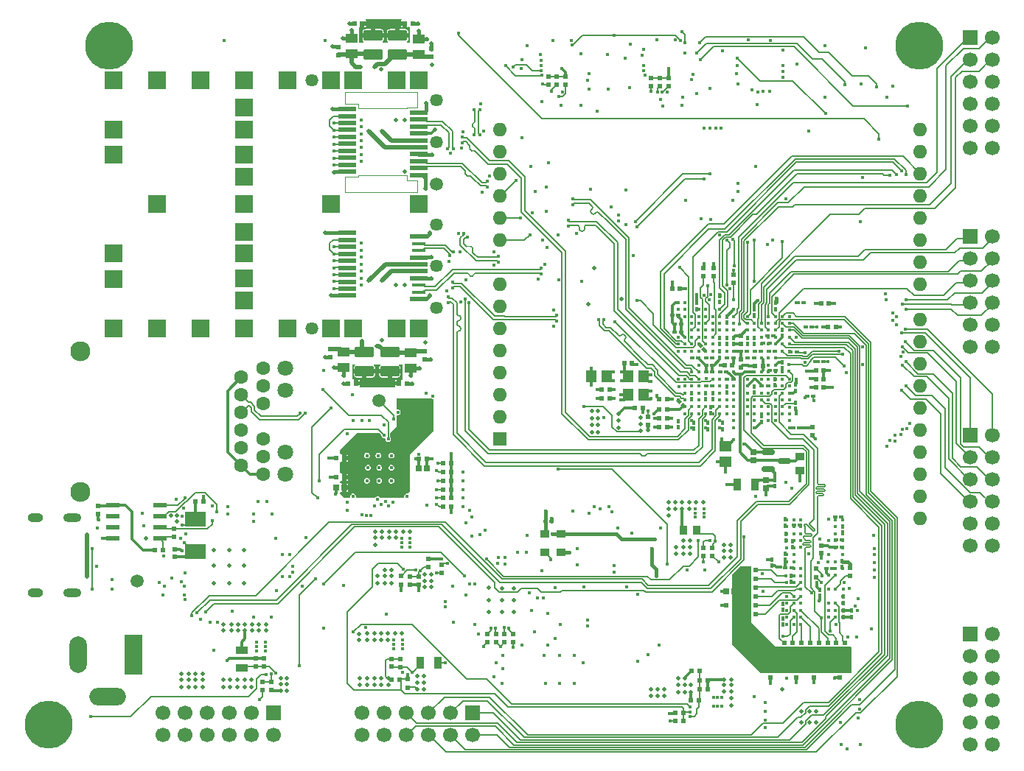
<source format=gbr>
%TF.GenerationSoftware,KiCad,Pcbnew,9.0.1*%
%TF.CreationDate,2025-05-15T18:24:47+02:00*%
%TF.ProjectId,Marble_Tiny,4d617262-6c65-45f5-9469-6e792e6b6963,rev?*%
%TF.SameCoordinates,Original*%
%TF.FileFunction,Copper,L8,Bot*%
%TF.FilePolarity,Positive*%
%FSLAX46Y46*%
G04 Gerber Fmt 4.6, Leading zero omitted, Abs format (unit mm)*
G04 Created by KiCad (PCBNEW 9.0.1) date 2025-05-15 18:24:47*
%MOMM*%
%LPD*%
G01*
G04 APERTURE LIST*
G04 Aperture macros list*
%AMRoundRect*
0 Rectangle with rounded corners*
0 $1 Rounding radius*
0 $2 $3 $4 $5 $6 $7 $8 $9 X,Y pos of 4 corners*
0 Add a 4 corners polygon primitive as box body*
4,1,4,$2,$3,$4,$5,$6,$7,$8,$9,$2,$3,0*
0 Add four circle primitives for the rounded corners*
1,1,$1+$1,$2,$3*
1,1,$1+$1,$4,$5*
1,1,$1+$1,$6,$7*
1,1,$1+$1,$8,$9*
0 Add four rect primitives between the rounded corners*
20,1,$1+$1,$2,$3,$4,$5,0*
20,1,$1+$1,$4,$5,$6,$7,0*
20,1,$1+$1,$6,$7,$8,$9,0*
20,1,$1+$1,$8,$9,$2,$3,0*%
%AMRotRect*
0 Rectangle, with rotation*
0 The origin of the aperture is its center*
0 $1 length*
0 $2 width*
0 $3 Rotation angle, in degrees counterclockwise*
0 Add horizontal line*
21,1,$1,$2,0,0,$3*%
G04 Aperture macros list end*
%TA.AperFunction,EtchedComponent*%
%ADD10C,0.100000*%
%TD*%
%TA.AperFunction,ComponentPad*%
%ADD11R,1.700000X1.700000*%
%TD*%
%TA.AperFunction,ComponentPad*%
%ADD12C,1.700000*%
%TD*%
%TA.AperFunction,ComponentPad*%
%ADD13C,0.400000*%
%TD*%
%TA.AperFunction,ComponentPad*%
%ADD14O,2.100000X1.000000*%
%TD*%
%TA.AperFunction,ComponentPad*%
%ADD15O,1.800000X1.000000*%
%TD*%
%TA.AperFunction,ComponentPad*%
%ADD16C,5.500000*%
%TD*%
%TA.AperFunction,ComponentPad*%
%ADD17R,2.000000X2.000000*%
%TD*%
%TA.AperFunction,ComponentPad*%
%ADD18C,1.458000*%
%TD*%
%TA.AperFunction,ComponentPad*%
%ADD19C,1.600000*%
%TD*%
%TA.AperFunction,ComponentPad*%
%ADD20C,1.800000*%
%TD*%
%TA.AperFunction,ComponentPad*%
%ADD21C,2.300000*%
%TD*%
%TA.AperFunction,ComponentPad*%
%ADD22R,1.600000X1.600000*%
%TD*%
%TA.AperFunction,ComponentPad*%
%ADD23O,1.600000X1.600000*%
%TD*%
%TA.AperFunction,ComponentPad*%
%ADD24C,1.500000*%
%TD*%
%TA.AperFunction,ComponentPad*%
%ADD25R,2.000000X4.600000*%
%TD*%
%TA.AperFunction,ComponentPad*%
%ADD26O,2.000000X4.200000*%
%TD*%
%TA.AperFunction,ComponentPad*%
%ADD27O,4.200000X2.000000*%
%TD*%
%TA.AperFunction,SMDPad,CuDef*%
%ADD28R,0.620000X0.620000*%
%TD*%
%TA.AperFunction,SMDPad,CuDef*%
%ADD29R,0.580000X0.620000*%
%TD*%
%TA.AperFunction,SMDPad,CuDef*%
%ADD30R,0.500000X0.450000*%
%TD*%
%TA.AperFunction,SMDPad,CuDef*%
%ADD31R,1.150000X1.450000*%
%TD*%
%TA.AperFunction,SMDPad,CuDef*%
%ADD32R,0.450000X0.500000*%
%TD*%
%TA.AperFunction,SMDPad,CuDef*%
%ADD33R,1.400000X1.050000*%
%TD*%
%TA.AperFunction,SMDPad,CuDef*%
%ADD34R,0.600000X0.620000*%
%TD*%
%TA.AperFunction,SMDPad,CuDef*%
%ADD35R,0.710000X0.720000*%
%TD*%
%TA.AperFunction,SMDPad,CuDef*%
%ADD36R,0.620000X0.580000*%
%TD*%
%TA.AperFunction,SMDPad,CuDef*%
%ADD37R,1.450000X1.150000*%
%TD*%
%TA.AperFunction,SMDPad,CuDef*%
%ADD38R,0.900000X1.000000*%
%TD*%
%TA.AperFunction,SMDPad,CuDef*%
%ADD39RoundRect,0.250000X0.850000X-0.375000X0.850000X0.375000X-0.850000X0.375000X-0.850000X-0.375000X0*%
%TD*%
%TA.AperFunction,SMDPad,CuDef*%
%ADD40R,0.950000X1.450000*%
%TD*%
%TA.AperFunction,SMDPad,CuDef*%
%ADD41R,1.550000X0.600000*%
%TD*%
%TA.AperFunction,SMDPad,CuDef*%
%ADD42RoundRect,0.250000X-0.850000X0.375000X-0.850000X-0.375000X0.850000X-0.375000X0.850000X0.375000X0*%
%TD*%
%TA.AperFunction,SMDPad,CuDef*%
%ADD43RoundRect,0.150000X-0.587500X-0.150000X0.587500X-0.150000X0.587500X0.150000X-0.587500X0.150000X0*%
%TD*%
%TA.AperFunction,SMDPad,CuDef*%
%ADD44C,1.500000*%
%TD*%
%TA.AperFunction,SMDPad,CuDef*%
%ADD45R,1.400000X0.950000*%
%TD*%
%TA.AperFunction,SMDPad,CuDef*%
%ADD46R,2.400000X1.700000*%
%TD*%
%TA.AperFunction,SMDPad,CuDef*%
%ADD47R,1.000000X0.950000*%
%TD*%
%TA.AperFunction,SMDPad,CuDef*%
%ADD48R,2.000000X0.500000*%
%TD*%
%TA.AperFunction,SMDPad,CuDef*%
%ADD49R,1.000000X0.900000*%
%TD*%
%TA.AperFunction,SMDPad,CuDef*%
%ADD50R,0.720000X0.710000*%
%TD*%
%TA.AperFunction,SMDPad,CuDef*%
%ADD51RotRect,0.500000X0.450000X315.000000*%
%TD*%
%TA.AperFunction,SMDPad,CuDef*%
%ADD52R,0.950000X1.400000*%
%TD*%
%TA.AperFunction,SMDPad,CuDef*%
%ADD53R,1.500000X0.400000*%
%TD*%
%TA.AperFunction,ViaPad*%
%ADD54C,0.400000*%
%TD*%
%TA.AperFunction,ViaPad*%
%ADD55C,0.500000*%
%TD*%
%TA.AperFunction,Conductor*%
%ADD56C,0.127000*%
%TD*%
%TA.AperFunction,Conductor*%
%ADD57C,0.140000*%
%TD*%
%TA.AperFunction,Conductor*%
%ADD58C,0.200000*%
%TD*%
%TA.AperFunction,Conductor*%
%ADD59C,0.300000*%
%TD*%
%TA.AperFunction,Conductor*%
%ADD60C,0.500000*%
%TD*%
%TA.AperFunction,Conductor*%
%ADD61C,0.400000*%
%TD*%
G04 APERTURE END LIST*
D10*
%TO.C,J11*%
X141060000Y-63315000D02*
X141060000Y-64675000D01*
X141060000Y-63315000D02*
X149340000Y-63315000D01*
X141060000Y-64675000D02*
X142620000Y-64675000D01*
X141060000Y-73055000D02*
X141060000Y-74815000D01*
X141060000Y-73055000D02*
X142620000Y-73055000D01*
X141060000Y-74815000D02*
X149340000Y-74815000D01*
X142620000Y-64675000D02*
X142620000Y-65215000D01*
X142620000Y-65215000D02*
X148180000Y-65215000D01*
X142620000Y-72915000D02*
X142620000Y-73055000D01*
X142620000Y-72915000D02*
X148180000Y-72915000D01*
X148180000Y-65075000D02*
X148180000Y-65215000D01*
X148180000Y-65075000D02*
X149340000Y-65075000D01*
X148180000Y-72915000D02*
X148180000Y-73455000D01*
X148180000Y-73455000D02*
X149340000Y-73455000D01*
X149340000Y-63315000D02*
X149340000Y-64265000D01*
X149340000Y-64265000D02*
X149340000Y-65075000D01*
X149340000Y-73455000D02*
X149340000Y-74815000D01*
%TD*%
D11*
%TO.P,J6,1,Pin_1*%
%TO.N,PMOD3_0*%
X212875000Y-79905000D03*
D12*
%TO.P,J6,2,Pin_2*%
%TO.N,PMOD3_1*%
X212875000Y-82445000D03*
%TO.P,J6,3,Pin_3*%
%TO.N,PMOD3_2*%
X212875000Y-84985000D03*
%TO.P,J6,4,Pin_4*%
%TO.N,PMOD3_3*%
X212875000Y-87525000D03*
%TO.P,J6,5,Pin_5*%
%TO.N,GND*%
X212875000Y-90065000D03*
%TO.P,J6,6,Pin_6*%
%TO.N,+3V3_P*%
X212875000Y-92605000D03*
%TO.P,J6,7,Pin_7*%
%TO.N,PMOD3_4*%
X215415000Y-79905000D03*
%TO.P,J6,8,Pin_8*%
%TO.N,PMOD3_5*%
X215415000Y-82445000D03*
%TO.P,J6,9,Pin_9*%
%TO.N,PMOD3_6*%
X215415000Y-84985000D03*
%TO.P,J6,10,Pin_10*%
%TO.N,PMOD3_7*%
X215415000Y-87525000D03*
%TO.P,J6,11,Pin_11*%
%TO.N,GND*%
X215415000Y-90065000D03*
%TO.P,J6,12,Pin_12*%
%TO.N,+3V3_P*%
X215415000Y-92605000D03*
%TD*%
D13*
%TO.P,U11,3,VOUT*%
%TO.N,DDRVCC*%
X183365000Y-133950000D03*
X183865000Y-133950000D03*
X184365000Y-133950000D03*
X183365000Y-132950000D03*
X183865000Y-132950000D03*
X184365000Y-132950000D03*
%TD*%
D14*
%TO.P,J2,S1,SHIELD*%
%TO.N,GND*%
X109705000Y-112280000D03*
D15*
X105525000Y-112280000D03*
D14*
X109705000Y-120920000D03*
D15*
X105525000Y-120920000D03*
%TD*%
D16*
%TO.P,B3,1,1*%
%TO.N,unconnected-(B3-Pad1)*%
X207000000Y-58000000D03*
%TD*%
D11*
%TO.P,J4,1,Pin_1*%
%TO.N,PMOD1_0*%
X212875000Y-125625000D03*
D12*
%TO.P,J4,2,Pin_2*%
%TO.N,PMOD1_1*%
X212875000Y-128165000D03*
%TO.P,J4,3,Pin_3*%
%TO.N,PMOD1_2*%
X212875000Y-130705000D03*
%TO.P,J4,4,Pin_4*%
%TO.N,PMOD1_3*%
X212875000Y-133245000D03*
%TO.P,J4,5,Pin_5*%
%TO.N,GND*%
X212875000Y-135785000D03*
%TO.P,J4,6,Pin_6*%
%TO.N,+3V3_P*%
X212875000Y-138325000D03*
%TO.P,J4,7,Pin_7*%
%TO.N,PMOD1_4*%
X215415000Y-125625000D03*
%TO.P,J4,8,Pin_8*%
%TO.N,PMOD1_5*%
X215415000Y-128165000D03*
%TO.P,J4,9,Pin_9*%
%TO.N,PMOD1_6*%
X215415000Y-130705000D03*
%TO.P,J4,10,Pin_10*%
%TO.N,PMOD1_7*%
X215415000Y-133245000D03*
%TO.P,J4,11,Pin_11*%
%TO.N,GND*%
X215415000Y-135785000D03*
%TO.P,J4,12,Pin_12*%
%TO.N,+3V3_P*%
X215415000Y-138325000D03*
%TD*%
D13*
%TO.P,U4,3,VOUT*%
%TO.N,+1V0*%
X182300000Y-112200000D03*
X182300000Y-111700000D03*
X182300000Y-111200000D03*
X181300000Y-112200000D03*
X181300000Y-111700000D03*
X181300000Y-111200000D03*
%TD*%
D11*
%TO.P,J5,1,Pin_1*%
%TO.N,PMOD2_0*%
X212875000Y-102765000D03*
D12*
%TO.P,J5,2,Pin_2*%
%TO.N,PMOD2_1*%
X212875000Y-105305000D03*
%TO.P,J5,3,Pin_3*%
%TO.N,PMOD2_2*%
X212875000Y-107845000D03*
%TO.P,J5,4,Pin_4*%
%TO.N,PMOD2_3*%
X212875000Y-110385000D03*
%TO.P,J5,5,Pin_5*%
%TO.N,GND*%
X212875000Y-112925000D03*
%TO.P,J5,6,Pin_6*%
%TO.N,+3V3_P*%
X212875000Y-115465000D03*
%TO.P,J5,7,Pin_7*%
%TO.N,PMOD2_4*%
X215415000Y-102765000D03*
%TO.P,J5,8,Pin_8*%
%TO.N,PMOD2_5*%
X215415000Y-105305000D03*
%TO.P,J5,9,Pin_9*%
%TO.N,PMOD2_6*%
X215415000Y-107845000D03*
%TO.P,J5,10,Pin_10*%
%TO.N,PMOD2_7*%
X215415000Y-110385000D03*
%TO.P,J5,11,Pin_11*%
%TO.N,GND*%
X215415000Y-112925000D03*
%TO.P,J5,12,Pin_12*%
%TO.N,+3V3_P*%
X215415000Y-115465000D03*
%TD*%
D16*
%TO.P,B1,1,1*%
%TO.N,unconnected-(B1-Pad1)*%
X114000000Y-58000000D03*
%TD*%
D11*
%TO.P,J14,1,Pin_1*%
%TO.N,PMOD5_0*%
X132875000Y-134710000D03*
D12*
%TO.P,J14,2,Pin_2*%
%TO.N,PMOD5_1*%
X130335000Y-134710000D03*
%TO.P,J14,3,Pin_3*%
%TO.N,PMOD5_2*%
X127795000Y-134710000D03*
%TO.P,J14,4,Pin_4*%
%TO.N,PMOD5_3*%
X125255000Y-134710000D03*
%TO.P,J14,5,Pin_5*%
%TO.N,GND*%
X122715000Y-134710000D03*
%TO.P,J14,6,Pin_6*%
%TO.N,+3V3_P*%
X120175000Y-134710000D03*
%TO.P,J14,7,Pin_7*%
%TO.N,PMOD5_4*%
X132875000Y-137250000D03*
%TO.P,J14,8,Pin_8*%
%TO.N,PMOD5_5*%
X130335000Y-137250000D03*
%TO.P,J14,9,Pin_9*%
%TO.N,PMOD5_6*%
X127795000Y-137250000D03*
%TO.P,J14,10,Pin_10*%
%TO.N,PMOD5_7*%
X125255000Y-137250000D03*
%TO.P,J14,11,Pin_11*%
%TO.N,GND*%
X122715000Y-137250000D03*
%TO.P,J14,12,Pin_12*%
%TO.N,+3V3_P*%
X120175000Y-137250000D03*
%TD*%
D17*
%TO.P,J8,SH1,CHASSIS_GND1*%
%TO.N,GND*%
X149500000Y-90450000D03*
%TO.P,J8,SH2,CHASSIS_GND1*%
X139500000Y-90450000D03*
%TO.P,J8,SH3,CHASSIS_GND1*%
X134500000Y-61950000D03*
%TO.P,J8,SH4,CHASSIS_GND1*%
X129500000Y-67630000D03*
%TO.P,J8,SH5,CHASSIS_GND1*%
X129500000Y-73030000D03*
%TO.P,J8,SH6,CHASSIS_GND1*%
X129500000Y-81880000D03*
%TO.P,J8,SH7,CHASSIS_GND1*%
X129500000Y-87280000D03*
%TO.P,J8,SH8,CHASSIS_GND1*%
X129500000Y-90450000D03*
%TO.P,J8,SH9,CHASSIS_GND1*%
X124500000Y-61950000D03*
%TO.P,J8,SH10,CHASSIS_GND1*%
X119500000Y-90450000D03*
%TO.P,J8,SH11,CHASSIS_GND1*%
X114500000Y-61950000D03*
%TO.P,J8,SH12,CHASSIS_GND1*%
X114500000Y-70530000D03*
%TO.P,J8,SH13,CHASSIS_GND1*%
X114500000Y-84780000D03*
%TO.P,J8,SH14,CHASSIS_GND1*%
X147000000Y-61950000D03*
%TO.P,J8,SH15,CHASSIS_GND1*%
X142000000Y-61950000D03*
D18*
%TO.P,J8,SH16,CHASSIS_GND2*%
X137300000Y-61950000D03*
%TO.P,J8,SH18,CHASSIS_GND2*%
X151600000Y-64280000D03*
%TO.P,J8,SH19,CHASSIS_GND2*%
X151600000Y-69080000D03*
D17*
%TO.P,J8,SH20,CHASSIS_GND2*%
X149500000Y-76200000D03*
D18*
%TO.P,J8,SH21,CHASSIS_GND2*%
X151600000Y-78530000D03*
%TO.P,J8,SH22,CHASSIS_GND2*%
X151600000Y-83330000D03*
D17*
%TO.P,J8,SH23,CHASSIS_GND2*%
X139500000Y-76200000D03*
%TO.P,J8,SH24,CHASSIS_GND2*%
X129500000Y-76200000D03*
%TO.P,J8,SH25,CHASSIS_GND2*%
X119500000Y-76200000D03*
%TD*%
D11*
%TO.P,J15,1,Pin_1*%
%TO.N,PMOD6_0*%
X155735000Y-134710000D03*
D12*
%TO.P,J15,2,Pin_2*%
%TO.N,PMOD6_1*%
X153195000Y-134710000D03*
%TO.P,J15,3,Pin_3*%
%TO.N,PMOD6_2*%
X150655000Y-134710000D03*
%TO.P,J15,4,Pin_4*%
%TO.N,PMOD6_3*%
X148115000Y-134710000D03*
%TO.P,J15,5,Pin_5*%
%TO.N,GND*%
X145575000Y-134710000D03*
%TO.P,J15,6,Pin_6*%
%TO.N,+3V3_P*%
X143035000Y-134710000D03*
%TO.P,J15,7,Pin_7*%
%TO.N,PMOD6_4*%
X155735000Y-137250000D03*
%TO.P,J15,8,Pin_8*%
%TO.N,PMOD6_5*%
X153195000Y-137250000D03*
%TO.P,J15,9,Pin_9*%
%TO.N,PMOD6_6*%
X150655000Y-137250000D03*
%TO.P,J15,10,Pin_10*%
%TO.N,PMOD6_7*%
X148115000Y-137250000D03*
%TO.P,J15,11,Pin_11*%
%TO.N,GND*%
X145575000Y-137250000D03*
%TO.P,J15,12,Pin_12*%
%TO.N,+3V3_P*%
X143035000Y-137250000D03*
%TD*%
D13*
%TO.P,U10,3,VOUT*%
%TO.N,+3V3*%
X147650000Y-127335000D03*
X147650000Y-126835000D03*
X147650000Y-126335000D03*
X146650000Y-127335000D03*
X146650000Y-126835000D03*
X146650000Y-126335000D03*
%TD*%
D16*
%TO.P,B4,1,1*%
%TO.N,unconnected-(B4-Pad1)*%
X207000000Y-136000000D03*
%TD*%
D13*
%TO.P,U5,3,VOUT*%
%TO.N,+1V8*%
X148550000Y-115597500D03*
X148550000Y-115097500D03*
X148550000Y-114597500D03*
X147550000Y-115597500D03*
X147550000Y-115097500D03*
X147550000Y-114597500D03*
%TD*%
D19*
%TO.P,J3,1,TRCT3*%
%TO.N,Net-(J3-TRCT1)*%
X129130000Y-106280000D03*
%TO.P,J3,2,TRD3-*%
%TO.N,/Ethernet/MDI2_N*%
X129130000Y-104248000D03*
%TO.P,J3,3,TRD3+*%
%TO.N,/Ethernet/MDI2_P*%
X129130000Y-102216000D03*
%TO.P,J3,4,TRD2+*%
%TO.N,/Ethernet/MDI1_P*%
X129130000Y-100184000D03*
%TO.P,J3,5,TRD2-*%
%TO.N,/Ethernet/MDI1_N*%
X129130000Y-98152000D03*
%TO.P,J3,6,TRCT2*%
%TO.N,Net-(J3-TRCT1)*%
X129130000Y-96120000D03*
%TO.P,J3,7,TRCT4*%
X131670000Y-107296000D03*
%TO.P,J3,8,TRD4+*%
%TO.N,/Ethernet/MDI3_P*%
X131670000Y-105264000D03*
%TO.P,J3,9,TRD4-*%
%TO.N,/Ethernet/MDI3_N*%
X131670000Y-103232000D03*
%TO.P,J3,10,TRD1-*%
%TO.N,/Ethernet/MDI0_N*%
X131670000Y-99168000D03*
%TO.P,J3,11,TRD1+*%
%TO.N,/Ethernet/MDI0_P*%
X131670000Y-97136000D03*
%TO.P,J3,12,TRCT1*%
%TO.N,Net-(J3-TRCT1)*%
X131670000Y-95104000D03*
D20*
%TO.P,J3,13,LED1K*%
%TO.N,GND*%
X134210000Y-107296000D03*
%TO.P,J3,14,LED1A*%
%TO.N,Net-(J3-LED1A)*%
X134210000Y-104756000D03*
%TO.P,J3,15,LED2K*%
%TO.N,GND*%
X134210000Y-97644000D03*
%TO.P,J3,16,LED2A*%
%TO.N,Net-(J3-LED2A)*%
X134210000Y-95104000D03*
D21*
%TO.P,J3,17,SHIELD*%
%TO.N,GND*%
X110715000Y-109265000D03*
%TO.P,J3,18,SHIELD*%
X110715000Y-93135000D03*
%TD*%
D22*
%TO.P,A1,1,NC*%
%TO.N,unconnected-(A1-NC-Pad1)*%
X158870000Y-103175000D03*
D23*
%TO.P,A1,2,IOREF*%
%TO.N,unconnected-(A1-IOREF-Pad2)*%
X158870000Y-100635000D03*
%TO.P,A1,3,~{RESET}*%
%TO.N,unconnected-(A1-~{RESET}-Pad3)*%
X158870000Y-98095000D03*
%TO.P,A1,4,3V3*%
%TO.N,+3V3_P*%
X158870000Y-95555000D03*
%TO.P,A1,5,+5V*%
%TO.N,unconnected-(A1-+5V-Pad5)*%
X158870000Y-93015000D03*
%TO.P,A1,6,GND*%
%TO.N,GND*%
X158870000Y-90475000D03*
%TO.P,A1,7,GND*%
X158870000Y-87935000D03*
%TO.P,A1,8,VIN*%
%TO.N,+12V*%
X158870000Y-85395000D03*
%TO.P,A1,9,A0*%
%TO.N,/Arduino/A0*%
X158870000Y-80315000D03*
%TO.P,A1,10,A1*%
%TO.N,/Arduino/A1*%
X158870000Y-77775000D03*
%TO.P,A1,11,A2*%
%TO.N,/Arduino/A2*%
X158870000Y-75235000D03*
%TO.P,A1,12,A3*%
%TO.N,/Arduino/A3*%
X158870000Y-72695000D03*
%TO.P,A1,13,SDA/A4*%
%TO.N,I2C_SDA_Ardu*%
X158870000Y-70155000D03*
%TO.P,A1,14,SCL/A5*%
%TO.N,I2C_SCL_Ardu*%
X158870000Y-67615000D03*
%TO.P,A1,15,D0/RX*%
%TO.N,ARDUINO_D0*%
X207130000Y-67615000D03*
%TO.P,A1,16,D1/TX*%
%TO.N,ARDUINO_D1*%
X207130000Y-70155000D03*
%TO.P,A1,17,D2*%
%TO.N,ARDUINO_D2*%
X207130000Y-72695000D03*
%TO.P,A1,18,D3*%
%TO.N,ARDUINO_D3*%
X207130000Y-75235000D03*
%TO.P,A1,19,D4*%
%TO.N,ARDUINO_D4*%
X207130000Y-77775000D03*
%TO.P,A1,20,D5*%
%TO.N,ARDUINO_D5*%
X207130000Y-80315000D03*
%TO.P,A1,21,D6*%
%TO.N,ARDUINO_D6*%
X207130000Y-82855000D03*
%TO.P,A1,22,D7*%
%TO.N,ARDUINO_D7*%
X207130000Y-85395000D03*
%TO.P,A1,23,D8*%
%TO.N,ARDUINO_D8*%
X207130000Y-89455000D03*
%TO.P,A1,24,D9*%
%TO.N,ARDUINO_D9*%
X207130000Y-91995000D03*
%TO.P,A1,25,D10*%
%TO.N,ARDUINO_D10*%
X207130000Y-94535000D03*
%TO.P,A1,26,D11*%
%TO.N,ARDUINO_D11*%
X207130000Y-97075000D03*
%TO.P,A1,27,D12*%
%TO.N,ARDUINO_D12*%
X207130000Y-99615000D03*
%TO.P,A1,28,D13*%
%TO.N,ARDUINO_D13*%
X207130000Y-102155000D03*
%TO.P,A1,29,GND*%
%TO.N,GND*%
X207130000Y-104695000D03*
%TO.P,A1,30,AREF*%
%TO.N,unconnected-(A1-AREF-Pad30)*%
X207130000Y-107235000D03*
%TO.P,A1,31,SDA/A4*%
%TO.N,I2C_SDA_Ardu*%
X207130000Y-109775000D03*
%TO.P,A1,32,SCL/A5*%
%TO.N,I2C_SCL_Ardu*%
X207130000Y-112315000D03*
%TD*%
D13*
%TO.P,U6,3,VOUT*%
%TO.N,+3V3_P*%
X131950000Y-127535000D03*
X131950000Y-127035000D03*
X131950000Y-126535000D03*
X130950000Y-127535000D03*
X130950000Y-127035000D03*
X130950000Y-126535000D03*
%TD*%
D16*
%TO.P,B2,1,1*%
%TO.N,unconnected-(B2-Pad1)*%
X107000000Y-136000000D03*
%TD*%
D24*
%TO.P,TP1,1,1*%
%TO.N,+3V3_USB*%
X117225000Y-119500000D03*
%TD*%
D11*
%TO.P,J7,1,Pin_1*%
%TO.N,PMOD4_0*%
X212875000Y-57045000D03*
D12*
%TO.P,J7,2,Pin_2*%
%TO.N,PMOD4_1*%
X212875000Y-59585000D03*
%TO.P,J7,3,Pin_3*%
%TO.N,PMOD4_2*%
X212875000Y-62125000D03*
%TO.P,J7,4,Pin_4*%
%TO.N,PMOD4_3*%
X212875000Y-64665000D03*
%TO.P,J7,5,Pin_5*%
%TO.N,GND*%
X212875000Y-67205000D03*
%TO.P,J7,6,Pin_6*%
%TO.N,+3V3_P*%
X212875000Y-69745000D03*
%TO.P,J7,7,Pin_7*%
%TO.N,PMOD4_4*%
X215415000Y-57045000D03*
%TO.P,J7,8,Pin_8*%
%TO.N,PMOD4_5*%
X215415000Y-59585000D03*
%TO.P,J7,9,Pin_9*%
%TO.N,PMOD4_6*%
X215415000Y-62125000D03*
%TO.P,J7,10,Pin_10*%
%TO.N,PMOD4_7*%
X215415000Y-64665000D03*
%TO.P,J7,11,Pin_11*%
%TO.N,GND*%
X215415000Y-67205000D03*
%TO.P,J7,12,Pin_12*%
%TO.N,+3V3_P*%
X215415000Y-69745000D03*
%TD*%
D25*
%TO.P,J10,1*%
%TO.N,Net-(Q4-D)*%
X116750000Y-128000000D03*
D26*
%TO.P,J10,2*%
%TO.N,GND*%
X110450000Y-128000000D03*
D27*
%TO.P,J10,3*%
%TO.N,unconnected-(J10-Pad3)*%
X113850000Y-132800000D03*
%TD*%
D28*
%TO.P,C103,1,1*%
%TO.N,GND*%
X174350000Y-99600000D03*
%TO.P,C103,2,2*%
%TO.N,+1V0*%
X175250000Y-99600000D03*
%TD*%
%TO.P,C32,1,1*%
%TO.N,GND*%
X142150000Y-55400000D03*
%TO.P,C32,2,2*%
%TO.N,+3V3*%
X143050000Y-55400000D03*
%TD*%
D29*
%TO.P,R180,1,1*%
%TO.N,GND*%
X179030000Y-135650000D03*
%TO.P,R180,2,2*%
%TO.N,Net-(U10-EN)*%
X179970000Y-135650000D03*
%TD*%
D30*
%TO.P,C95,1,1*%
%TO.N,GND*%
X189750000Y-93100000D03*
%TO.P,C95,2,2*%
%TO.N,+1V0*%
X190450000Y-93100000D03*
%TD*%
D31*
%TO.P,C122,1,1*%
%TO.N,GND*%
X173600000Y-98100000D03*
%TO.P,C122,2,2*%
%TO.N,+1V0*%
X175400000Y-98100000D03*
%TD*%
D32*
%TO.P,C240,1,1*%
%TO.N,GND*%
X192300000Y-118950000D03*
%TO.P,C240,2,2*%
%TO.N,DDRVCC*%
X192300000Y-119650000D03*
%TD*%
D28*
%TO.P,C108,1,1*%
%TO.N,GND*%
X186500000Y-91350000D03*
%TO.P,C108,2,2*%
%TO.N,+1V0*%
X186500000Y-92250000D03*
%TD*%
D30*
%TO.P,C126,1,1*%
%TO.N,GND*%
X178950000Y-89947117D03*
%TO.P,C126,2,2*%
%TO.N,+3V3*%
X179650000Y-89947117D03*
%TD*%
D33*
%TO.P,C38,1,1*%
%TO.N,GND*%
X148600000Y-95100000D03*
%TO.P,C38,2,2*%
%TO.N,Net-(J13-VCCT)*%
X148600000Y-93300000D03*
%TD*%
D32*
%TO.P,C245,1,1*%
%TO.N,GND*%
X191400000Y-122850000D03*
%TO.P,C245,2,2*%
%TO.N,DDRVCC*%
X191400000Y-122150000D03*
%TD*%
D28*
%TO.P,C63,1,1*%
%TO.N,DDRVTT*%
X185750000Y-122300000D03*
%TO.P,C63,2,2*%
%TO.N,GND*%
X184850000Y-122300000D03*
%TD*%
%TO.P,C34,1,1*%
%TO.N,GND*%
X148150000Y-96800000D03*
%TO.P,C34,2,2*%
%TO.N,+3V3*%
X147250000Y-96800000D03*
%TD*%
%TO.P,C66,1,1*%
%TO.N,DDRVTT*%
X194900000Y-129750000D03*
%TO.P,C66,2,2*%
%TO.N,GND*%
X194900000Y-130650000D03*
%TD*%
%TO.P,C168,1,1*%
%TO.N,GND*%
X177150000Y-100800000D03*
%TO.P,C168,2,2*%
%TO.N,+1V2*%
X178050000Y-100800000D03*
%TD*%
D30*
%TO.P,C94,1,1*%
%TO.N,GND*%
X184150000Y-95500000D03*
%TO.P,C94,2,2*%
%TO.N,+1V0*%
X184850000Y-95500000D03*
%TD*%
D32*
%TO.P,C244,1,1*%
%TO.N,GND*%
X198300000Y-121350000D03*
%TO.P,C244,2,2*%
%TO.N,DDRVCC*%
X198300000Y-122050000D03*
%TD*%
D34*
%TO.P,L16,1,1*%
%TO.N,+1V8*%
X184640000Y-94700000D03*
%TO.P,L16,2,2*%
%TO.N,Net-(U1F-VCCADC_0)*%
X185560000Y-94700000D03*
%TD*%
D35*
%TO.P,C5,1,1*%
%TO.N,GND*%
X150460000Y-106600000D03*
%TO.P,C5,2,2*%
%TO.N,+3V3*%
X149540000Y-106600000D03*
%TD*%
D29*
%TO.P,R55,1,1*%
%TO.N,DDR3_CE*%
X188270000Y-119300000D03*
%TO.P,R55,2,2*%
%TO.N,DDRVTT*%
X187330000Y-119300000D03*
%TD*%
D32*
%TO.P,C165,1,1*%
%TO.N,GND*%
X183100000Y-99550000D03*
%TO.P,C165,2,2*%
%TO.N,+1V2*%
X183100000Y-100250000D03*
%TD*%
D30*
%TO.P,C121,1,1*%
%TO.N,GND*%
X196050000Y-94300000D03*
%TO.P,C121,2,2*%
%TO.N,+1V0*%
X195350000Y-94300000D03*
%TD*%
%TO.P,C139,1,1*%
%TO.N,GND*%
X193750000Y-87500000D03*
%TO.P,C139,2,2*%
%TO.N,+3V3*%
X193050000Y-87500000D03*
%TD*%
D32*
%TO.P,C249,1,1*%
%TO.N,GND*%
X195600000Y-120550000D03*
%TO.P,C249,2,2*%
%TO.N,DDRVREF*%
X195600000Y-121250000D03*
%TD*%
D30*
%TO.P,C230,1,1*%
%TO.N,GND*%
X193350000Y-113100000D03*
%TO.P,C230,2,2*%
%TO.N,DDRVCC*%
X192650000Y-113100000D03*
%TD*%
D36*
%TO.P,R90,1,1*%
%TO.N,GND*%
X183400000Y-83530000D03*
%TO.P,R90,2,2*%
%TO.N,Net-(U1E-M2_0)*%
X183400000Y-84470000D03*
%TD*%
%TO.P,R58,1,1*%
%TO.N,DDR3_A9*%
X194500000Y-126630000D03*
%TO.P,R58,2,2*%
%TO.N,DDRVTT*%
X194500000Y-127570000D03*
%TD*%
D30*
%TO.P,C92,1,1*%
%TO.N,GND*%
X188150000Y-93100000D03*
%TO.P,C92,2,2*%
%TO.N,+1V0*%
X188850000Y-93100000D03*
%TD*%
D28*
%TO.P,C68,1,1*%
%TO.N,DDRVTT*%
X189900000Y-129750000D03*
%TO.P,C68,2,2*%
%TO.N,GND*%
X189900000Y-130650000D03*
%TD*%
D32*
%TO.P,C153,1,1*%
%TO.N,GND*%
X190400000Y-108650000D03*
%TO.P,C153,2,2*%
%TO.N,Net-(U9-IN)*%
X190400000Y-107950000D03*
%TD*%
D29*
%TO.P,R11,1,1*%
%TO.N,GND*%
X153270000Y-108000000D03*
%TO.P,R11,2,2*%
%TO.N,/Ethernet/RX0_T*%
X152330000Y-108000000D03*
%TD*%
D28*
%TO.P,C123,1,1*%
%TO.N,GND*%
X185700000Y-84350000D03*
%TO.P,C123,2,2*%
%TO.N,+3V3*%
X185700000Y-85250000D03*
%TD*%
%TO.P,C14,1,1*%
%TO.N,GND*%
X140050000Y-105400000D03*
%TO.P,C14,2,2*%
%TO.N,REG_1V0*%
X140950000Y-105400000D03*
%TD*%
D36*
%TO.P,R171,1,1*%
%TO.N,GND*%
X165400000Y-61530000D03*
%TO.P,R171,2,2*%
%TO.N,Net-(U19-P06)*%
X165400000Y-62470000D03*
%TD*%
D30*
%TO.P,C100,1,1*%
%TO.N,GND*%
X184950000Y-96300000D03*
%TO.P,C100,2,2*%
%TO.N,+1V0*%
X185650000Y-96300000D03*
%TD*%
%TO.P,C120,1,1*%
%TO.N,GND*%
X182550000Y-94700000D03*
%TO.P,C120,2,2*%
%TO.N,+1V0*%
X183250000Y-94700000D03*
%TD*%
D36*
%TO.P,R54,1,1*%
%TO.N,DDR3_CKE0*%
X197500000Y-126630000D03*
%TO.P,R54,2,2*%
%TO.N,DDRVTT*%
X197500000Y-127570000D03*
%TD*%
D31*
%TO.P,C119,1,1*%
%TO.N,GND*%
X169350000Y-96000000D03*
%TO.P,C119,2,2*%
%TO.N,+1V8*%
X171150000Y-96000000D03*
%TD*%
D32*
%TO.P,C128,1,1*%
%TO.N,GND*%
X188100000Y-88250000D03*
%TO.P,C128,2,2*%
%TO.N,+3V3*%
X188100000Y-88950000D03*
%TD*%
D28*
%TO.P,C131,1,1*%
%TO.N,GND*%
X178650000Y-85900000D03*
%TO.P,C131,2,2*%
%TO.N,+3V3*%
X179550000Y-85900000D03*
%TD*%
D30*
%TO.P,C236,1,1*%
%TO.N,GND*%
X197450000Y-115600000D03*
%TO.P,C236,2,2*%
%TO.N,DDRVCC*%
X198150000Y-115600000D03*
%TD*%
D37*
%TO.P,C110,1,1*%
%TO.N,GND*%
X184800000Y-105800000D03*
%TO.P,C110,2,2*%
%TO.N,+1V0*%
X184800000Y-104000000D03*
%TD*%
D30*
%TO.P,C90,1,1*%
%TO.N,GND*%
X186550000Y-93100000D03*
%TO.P,C90,2,2*%
%TO.N,+1V0*%
X187250000Y-93100000D03*
%TD*%
D28*
%TO.P,C40,1,1*%
%TO.N,GND*%
X140300000Y-58150000D03*
%TO.P,C40,2,2*%
%TO.N,Net-(J11-VCCT)*%
X140300000Y-59050000D03*
%TD*%
D36*
%TO.P,R72,1,1*%
%TO.N,Net-(U2-ZQ)*%
X199100000Y-118970000D03*
%TO.P,R72,2,2*%
%TO.N,GND*%
X199100000Y-118030000D03*
%TD*%
D30*
%TO.P,C239,1,1*%
%TO.N,GND*%
X191650000Y-118000000D03*
%TO.P,C239,2,2*%
%TO.N,DDRVCC*%
X192350000Y-118000000D03*
%TD*%
D28*
%TO.P,C118,1,1*%
%TO.N,GND*%
X170550000Y-97500000D03*
%TO.P,C118,2,2*%
%TO.N,+1V8*%
X171450000Y-97500000D03*
%TD*%
D38*
%TO.P,R1,1,1*%
%TO.N,Net-(U4-FB)*%
X181500000Y-113700000D03*
%TO.P,R1,2,2*%
%TO.N,+1V0*%
X179900000Y-113700000D03*
%TD*%
D36*
%TO.P,R146,1,1*%
%TO.N,Net-(U10-PG)*%
X132600000Y-131130000D03*
%TO.P,R146,2,2*%
%TO.N,+12V*%
X132600000Y-132070000D03*
%TD*%
D39*
%TO.P,L8,1,1*%
%TO.N,+3V3*%
X143300000Y-95375000D03*
%TO.P,L8,2,2*%
%TO.N,Net-(J13-VCCR)*%
X143300000Y-93225000D03*
%TD*%
D29*
%TO.P,R15,1,1*%
%TO.N,/Ethernet/RX3_T*%
X152330000Y-111000000D03*
%TO.P,R15,2,2*%
%TO.N,+3V3*%
X153270000Y-111000000D03*
%TD*%
D36*
%TO.P,R178,1,1*%
%TO.N,GND*%
X152150000Y-118620000D03*
%TO.P,R178,2,2*%
%TO.N,Net-(U4-PG)*%
X152150000Y-117680000D03*
%TD*%
D28*
%TO.P,C105,1,1*%
%TO.N,GND*%
X186500000Y-94050000D03*
%TO.P,C105,2,2*%
%TO.N,+1V0*%
X186500000Y-94950000D03*
%TD*%
D30*
%TO.P,C144,1,1*%
%TO.N,GND*%
X193250000Y-101900000D03*
%TO.P,C144,2,2*%
%TO.N,DDRVCC*%
X192550000Y-101900000D03*
%TD*%
%TO.P,C137,1,1*%
%TO.N,GND*%
X181650000Y-93900000D03*
%TO.P,C137,2,2*%
%TO.N,+3V3*%
X180950000Y-93900000D03*
%TD*%
%TO.P,C154,1,1*%
%TO.N,XADCGND*%
X187340000Y-93900000D03*
%TO.P,C154,2,2*%
%TO.N,/FPGA_MISC/VREF*%
X188040000Y-93900000D03*
%TD*%
D28*
%TO.P,C72,1,1*%
%TO.N,Net-(U21-OSCI)*%
X123900000Y-110400000D03*
%TO.P,C72,2,2*%
%TO.N,GND*%
X124800000Y-110400000D03*
%TD*%
%TO.P,C167,1,1*%
%TO.N,GND*%
X177150000Y-101800000D03*
%TO.P,C167,2,2*%
%TO.N,+1V2*%
X178050000Y-101800000D03*
%TD*%
D40*
%TO.P,L15,1,1*%
%TO.N,+3V3*%
X186117500Y-108400000D03*
%TO.P,L15,2,2*%
%TO.N,Net-(U9-IN)*%
X188117500Y-108400000D03*
%TD*%
D41*
%TO.P,U22,1,CS*%
%TO.N,Net-(U21-EECS)*%
X119800000Y-110825000D03*
%TO.P,U22,2,CLK*%
%TO.N,Net-(U21-EECLK)*%
X119800000Y-112095000D03*
%TO.P,U22,3,DI*%
%TO.N,Net-(U21-EEDATA)*%
X119800000Y-113365000D03*
%TO.P,U22,4,DO*%
%TO.N,Net-(U22-DO)*%
X119800000Y-114635000D03*
%TO.P,U22,5,VSS*%
%TO.N,GND*%
X114400000Y-114635000D03*
%TO.P,U22,6,NC*%
%TO.N,unconnected-(U22-NC-Pad6)*%
X114400000Y-113365000D03*
%TO.P,U22,7,NC*%
%TO.N,unconnected-(U22-NC-Pad7)*%
X114400000Y-112095000D03*
%TO.P,U22,8,VCC*%
%TO.N,+3V3_USB*%
X114400000Y-110825000D03*
%TD*%
D39*
%TO.P,L9,1,1*%
%TO.N,+3V3*%
X146200000Y-95375000D03*
%TO.P,L9,2,2*%
%TO.N,Net-(J13-VCCT)*%
X146200000Y-93225000D03*
%TD*%
D29*
%TO.P,R169,1,1*%
%TO.N,GND*%
X180830000Y-129900000D03*
%TO.P,R169,2,2*%
%TO.N,Net-(U11-FB)*%
X181770000Y-129900000D03*
%TD*%
D32*
%TO.P,C235,1,1*%
%TO.N,GND*%
X198100000Y-117250000D03*
%TO.P,C235,2,2*%
%TO.N,DDRVCC*%
X198100000Y-117950000D03*
%TD*%
D29*
%TO.P,R145,1,1*%
%TO.N,Net-(U10-EN)*%
X179970000Y-134650000D03*
%TO.P,R145,2,2*%
%TO.N,+12V*%
X179030000Y-134650000D03*
%TD*%
D32*
%TO.P,C250,1,1*%
%TO.N,GND*%
X190100000Y-117050000D03*
%TO.P,C250,2,2*%
%TO.N,DDRVREF*%
X190100000Y-117750000D03*
%TD*%
%TO.P,C134,1,1*%
%TO.N,GND*%
X181500000Y-87550000D03*
%TO.P,C134,2,2*%
%TO.N,+3V3*%
X181500000Y-88250000D03*
%TD*%
%TO.P,C166,1,1*%
%TO.N,GND*%
X184400000Y-102050000D03*
%TO.P,C166,2,2*%
%TO.N,+1V2*%
X184400000Y-101350000D03*
%TD*%
D29*
%TO.P,R53,1,1*%
%TO.N,DDR3_BA2*%
X188270000Y-123300000D03*
%TO.P,R53,2,2*%
%TO.N,DDRVTT*%
X187330000Y-123300000D03*
%TD*%
D32*
%TO.P,C124,1,1*%
%TO.N,GND*%
X192800000Y-97650000D03*
%TO.P,C124,2,2*%
%TO.N,+3V3*%
X192800000Y-96950000D03*
%TD*%
D30*
%TO.P,C130,1,1*%
%TO.N,GND*%
X194650000Y-90300000D03*
%TO.P,C130,2,2*%
%TO.N,+3V3*%
X193950000Y-90300000D03*
%TD*%
D42*
%TO.P,L6,1,1*%
%TO.N,+3V3*%
X147100000Y-56825000D03*
%TO.P,L6,2,2*%
%TO.N,Net-(J11-VCCR)*%
X147100000Y-58975000D03*
%TD*%
D32*
%TO.P,C164,1,1*%
%TO.N,GND*%
X181100000Y-101300000D03*
%TO.P,C164,2,2*%
%TO.N,+1V2*%
X181100000Y-102000000D03*
%TD*%
D30*
%TO.P,C138,1,1*%
%TO.N,GND*%
X178957324Y-90951217D03*
%TO.P,C138,2,2*%
%TO.N,+3V3*%
X179657324Y-90951217D03*
%TD*%
D32*
%TO.P,C159,1,1*%
%TO.N,GND*%
X182500000Y-97950000D03*
%TO.P,C159,2,2*%
%TO.N,+1V0*%
X182500000Y-98650000D03*
%TD*%
D30*
%TO.P,C145,1,1*%
%TO.N,GND*%
X194850000Y-98300000D03*
%TO.P,C145,2,2*%
%TO.N,DDRVCC*%
X194150000Y-98300000D03*
%TD*%
D32*
%TO.P,C232,1,1*%
%TO.N,GND*%
X191700000Y-114850000D03*
%TO.P,C232,2,2*%
%TO.N,DDRVCC*%
X191700000Y-114150000D03*
%TD*%
D28*
%TO.P,C161,1,1*%
%TO.N,GND*%
X177150000Y-98600000D03*
%TO.P,C161,2,2*%
%TO.N,+1V0*%
X178050000Y-98600000D03*
%TD*%
D36*
%TO.P,R144,1,1*%
%TO.N,Net-(U10-EN)*%
X148300000Y-130830000D03*
%TO.P,R144,2,2*%
%TO.N,+12V*%
X148300000Y-131770000D03*
%TD*%
D28*
%TO.P,C42,1,1*%
%TO.N,GND*%
X150200000Y-94050000D03*
%TO.P,C42,2,2*%
%TO.N,Net-(J13-VCCT)*%
X150200000Y-93150000D03*
%TD*%
D32*
%TO.P,C115,1,1*%
%TO.N,GND*%
X184100000Y-91550000D03*
%TO.P,C115,2,2*%
%TO.N,+1V8*%
X184100000Y-92250000D03*
%TD*%
%TO.P,C148,1,1*%
%TO.N,GND*%
X188100000Y-97150000D03*
%TO.P,C148,2,2*%
%TO.N,DDRVCC*%
X188100000Y-97850000D03*
%TD*%
%TO.P,C242,1,1*%
%TO.N,GND*%
X198300000Y-122950000D03*
%TO.P,C242,2,2*%
%TO.N,DDRVCC*%
X198300000Y-123650000D03*
%TD*%
%TO.P,C143,1,1*%
%TO.N,GND*%
X188900000Y-101250000D03*
%TO.P,C143,2,2*%
%TO.N,DDRVCC*%
X188900000Y-100550000D03*
%TD*%
%TO.P,C238,1,1*%
%TO.N,GND*%
X198200000Y-113250000D03*
%TO.P,C238,2,2*%
%TO.N,DDRVCC*%
X198200000Y-113950000D03*
%TD*%
D30*
%TO.P,C186,1,1*%
%TO.N,Net-(U12-VOUT)*%
X164100000Y-112700000D03*
%TO.P,C186,2,2*%
%TO.N,GND*%
X164800000Y-112700000D03*
%TD*%
D43*
%TO.P,U9,1,IN*%
%TO.N,Net-(U9-IN)*%
X189662500Y-106650000D03*
%TO.P,U9,2,OUT*%
%TO.N,/FPGA_MISC/VREF*%
X189662500Y-104750000D03*
%TO.P,U9,3,GND*%
%TO.N,XADCGND*%
X191537500Y-105700000D03*
%TD*%
D28*
%TO.P,C107,1,1*%
%TO.N,GND*%
X189050000Y-94800000D03*
%TO.P,C107,2,2*%
%TO.N,+1V0*%
X188150000Y-94800000D03*
%TD*%
D32*
%TO.P,C147,1,1*%
%TO.N,GND*%
X190400000Y-96350000D03*
%TO.P,C147,2,2*%
%TO.N,DDRVCC*%
X190400000Y-97050000D03*
%TD*%
D28*
%TO.P,C142,1,1*%
%TO.N,GND*%
X195150000Y-97300000D03*
%TO.P,C142,2,2*%
%TO.N,DDRVCC*%
X196050000Y-97300000D03*
%TD*%
D29*
%TO.P,R16,1,1*%
%TO.N,GND*%
X153270000Y-107000000D03*
%TO.P,R16,2,2*%
%TO.N,/Ethernet/RXCTL_T*%
X152330000Y-107000000D03*
%TD*%
D28*
%TO.P,C179,1,1*%
%TO.N,GND*%
X131800000Y-128450000D03*
%TO.P,C179,2,2*%
%TO.N,Net-(U6-FB)*%
X131800000Y-129350000D03*
%TD*%
D36*
%TO.P,R112,1,1*%
%TO.N,GND*%
X158400000Y-126570000D03*
%TO.P,R112,2,2*%
%TO.N,Net-(U16-OS0)*%
X158400000Y-125630000D03*
%TD*%
D28*
%TO.P,C104,1,1*%
%TO.N,GND*%
X196050000Y-96300000D03*
%TO.P,C104,2,2*%
%TO.N,+1V0*%
X195150000Y-96300000D03*
%TD*%
%TO.P,C33,1,1*%
%TO.N,GND*%
X141450000Y-96800000D03*
%TO.P,C33,2,2*%
%TO.N,+3V3*%
X142350000Y-96800000D03*
%TD*%
D36*
%TO.P,R165,1,1*%
%TO.N,GND*%
X177200000Y-61730000D03*
%TO.P,R165,2,2*%
%TO.N,Net-(U17-P06)*%
X177200000Y-62670000D03*
%TD*%
D32*
%TO.P,C89,1,1*%
%TO.N,GND*%
X185700000Y-91550000D03*
%TO.P,C89,2,2*%
%TO.N,+1V0*%
X185700000Y-92250000D03*
%TD*%
D30*
%TO.P,C96,1,1*%
%TO.N,GND*%
X189650000Y-97100000D03*
%TO.P,C96,2,2*%
%TO.N,+1V0*%
X188950000Y-97100000D03*
%TD*%
D44*
%TO.P,TP4,1,1*%
%TO.N,Net-(U7-INTB{slash}PMEB)*%
X145000000Y-98750000D03*
%TD*%
D29*
%TO.P,R70,1,1*%
%TO.N,DDR3_WE*%
X188270000Y-121300000D03*
%TO.P,R70,2,2*%
%TO.N,DDRVTT*%
X187330000Y-121300000D03*
%TD*%
D32*
%TO.P,C136,1,1*%
%TO.N,GND*%
X184100000Y-86750000D03*
%TO.P,C136,2,2*%
%TO.N,+3V3*%
X184100000Y-87450000D03*
%TD*%
D36*
%TO.P,R95,1,1*%
%TO.N,Net-(U5-FB)*%
X150600000Y-117932500D03*
%TO.P,R95,2,2*%
%TO.N,+1V8*%
X150600000Y-116992500D03*
%TD*%
D32*
%TO.P,C146,1,1*%
%TO.N,GND*%
X191300000Y-95050000D03*
%TO.P,C146,2,2*%
%TO.N,+3V3*%
X191300000Y-94350000D03*
%TD*%
D29*
%TO.P,R69,1,1*%
%TO.N,DDR3_CAS*%
X188270000Y-120300000D03*
%TO.P,R69,2,2*%
%TO.N,DDRVTT*%
X187330000Y-120300000D03*
%TD*%
D32*
%TO.P,C169,1,1*%
%TO.N,GND*%
X179300000Y-101850000D03*
%TO.P,C169,2,2*%
%TO.N,+1V2*%
X179300000Y-101150000D03*
%TD*%
D17*
%TO.P,J9,SH1,CHASSIS_GND1*%
%TO.N,GND*%
X149500000Y-61950000D03*
%TO.P,J9,SH2,CHASSIS_GND1*%
X139500000Y-61950000D03*
%TO.P,J9,SH3,CHASSIS_GND1*%
X134500000Y-90450000D03*
%TO.P,J9,SH4,CHASSIS_GND1*%
X129500000Y-84770000D03*
%TO.P,J9,SH5,CHASSIS_GND1*%
X129500000Y-79370000D03*
%TO.P,J9,SH6,CHASSIS_GND1*%
X129500000Y-70520000D03*
%TO.P,J9,SH7,CHASSIS_GND1*%
X129500000Y-65120000D03*
%TO.P,J9,SH8,CHASSIS_GND1*%
X129500000Y-61950000D03*
%TO.P,J9,SH9,CHASSIS_GND1*%
X124500000Y-90450000D03*
%TO.P,J9,SH10,CHASSIS_GND1*%
X119500000Y-61950000D03*
%TO.P,J9,SH11,CHASSIS_GND1*%
X114500000Y-90450000D03*
%TO.P,J9,SH12,CHASSIS_GND1*%
X114500000Y-81870000D03*
%TO.P,J9,SH13,CHASSIS_GND1*%
X114500000Y-67620000D03*
%TO.P,J9,SH14,CHASSIS_GND1*%
X147000000Y-90450000D03*
%TO.P,J9,SH15,CHASSIS_GND1*%
X142000000Y-90450000D03*
D18*
%TO.P,J9,SH16,CHASSIS_GND2*%
X137300000Y-90450000D03*
%TO.P,J9,SH18,CHASSIS_GND2*%
X151600000Y-88120000D03*
%TO.P,J9,SH19,CHASSIS_GND2*%
X151600000Y-83320000D03*
D17*
%TO.P,J9,SH20,CHASSIS_GND2*%
X149500000Y-76200000D03*
D24*
%TO.P,J9,SH21,CHASSIS_GND2*%
X151600000Y-73870000D03*
D18*
%TO.P,J9,SH22,CHASSIS_GND2*%
X151600000Y-69070000D03*
D17*
%TO.P,J9,SH23,CHASSIS_GND2*%
X139500000Y-76200000D03*
%TO.P,J9,SH24,CHASSIS_GND2*%
X129500000Y-76200000D03*
%TO.P,J9,SH25,CHASSIS_GND2*%
X119500000Y-76200000D03*
%TD*%
D36*
%TO.P,R97,1,1*%
%TO.N,GND*%
X148500000Y-119932500D03*
%TO.P,R97,2,2*%
%TO.N,Net-(U5-FB)*%
X148500000Y-118992500D03*
%TD*%
D28*
%TO.P,C15,1,1*%
%TO.N,GND*%
X140050000Y-107600000D03*
%TO.P,C15,2,2*%
%TO.N,REG_1V0*%
X140950000Y-107600000D03*
%TD*%
D32*
%TO.P,C149,1,1*%
%TO.N,GND*%
X192800000Y-99750000D03*
%TO.P,C149,2,2*%
%TO.N,DDRVCC*%
X192800000Y-99050000D03*
%TD*%
D36*
%TO.P,R168,1,1*%
%TO.N,DDR3_CLK_N*%
X195150000Y-119070000D03*
%TO.P,R168,2,2*%
%TO.N,DDR3_CLK_P*%
X195150000Y-118130000D03*
%TD*%
D28*
%TO.P,C31,1,1*%
%TO.N,GND*%
X148850000Y-55400000D03*
%TO.P,C31,2,2*%
%TO.N,+3V3*%
X147950000Y-55400000D03*
%TD*%
D29*
%TO.P,R71,1,1*%
%TO.N,DDR3_ODT*%
X188270000Y-118300000D03*
%TO.P,R71,2,2*%
%TO.N,DDRVTT*%
X187330000Y-118300000D03*
%TD*%
D45*
%TO.P,R91,1,1*%
%TO.N,+3V3_P*%
X129200000Y-127500000D03*
%TO.P,R91,2,2*%
%TO.N,Net-(U6-FB)*%
X129200000Y-129500000D03*
%TD*%
D36*
%TO.P,R170,1,1*%
%TO.N,GND*%
X164400000Y-61530000D03*
%TO.P,R170,2,2*%
%TO.N,Net-(U19-P05)*%
X164400000Y-62470000D03*
%TD*%
D30*
%TO.P,C91,1,1*%
%TO.N,GND*%
X189850000Y-95350000D03*
%TO.P,C91,2,2*%
%TO.N,+1V0*%
X190550000Y-95350000D03*
%TD*%
D32*
%TO.P,C233,1,1*%
%TO.N,GND*%
X192500000Y-115650000D03*
%TO.P,C233,2,2*%
%TO.N,DDRVCC*%
X192500000Y-114950000D03*
%TD*%
D36*
%TO.P,R52,1,1*%
%TO.N,DDR3_BA1*%
X198500000Y-126630000D03*
%TO.P,R52,2,2*%
%TO.N,DDRVTT*%
X198500000Y-127570000D03*
%TD*%
D33*
%TO.P,C36,1,1*%
%TO.N,GND*%
X141800000Y-57100000D03*
%TO.P,C36,2,2*%
%TO.N,Net-(J11-VCCT)*%
X141800000Y-58900000D03*
%TD*%
D46*
%TO.P,Y5,1,OSC1*%
%TO.N,Net-(U21-OSCO)*%
X123900000Y-116150000D03*
%TO.P,Y5,2,OSC2*%
%TO.N,Net-(U21-OSCI)*%
X123900000Y-112450000D03*
%TD*%
D47*
%TO.P,L11,1,1*%
%TO.N,GND*%
X193300000Y-106800000D03*
%TO.P,L11,2,2*%
%TO.N,XADCGND*%
X193300000Y-105200000D03*
%TD*%
D28*
%TO.P,C8,1,1*%
%TO.N,GND*%
X150450000Y-105500000D03*
%TO.P,C8,2,2*%
%TO.N,+3V3*%
X149550000Y-105500000D03*
%TD*%
%TO.P,C106,1,1*%
%TO.N,GND*%
X196050000Y-95300000D03*
%TO.P,C106,2,2*%
%TO.N,+1V0*%
X195150000Y-95300000D03*
%TD*%
%TO.P,C70,1,1*%
%TO.N,GND*%
X112750000Y-111800000D03*
%TO.P,C70,2,2*%
%TO.N,+3V3_USB*%
X112750000Y-110900000D03*
%TD*%
D36*
%TO.P,R108,1,1*%
%TO.N,GND*%
X159400000Y-126570000D03*
%TO.P,R108,2,2*%
%TO.N,Net-(U16-OD0)*%
X159400000Y-125630000D03*
%TD*%
D29*
%TO.P,R13,1,1*%
%TO.N,GND*%
X153270000Y-110000000D03*
%TO.P,R13,2,2*%
%TO.N,/Ethernet/RX2_T*%
X152330000Y-110000000D03*
%TD*%
%TO.P,R10,1,1*%
%TO.N,GND*%
X153270000Y-109000000D03*
%TO.P,R10,2,2*%
%TO.N,/Ethernet/RX1_T*%
X152330000Y-109000000D03*
%TD*%
D48*
%TO.P,J11,1,VEET*%
%TO.N,GND*%
X141300000Y-72465000D03*
%TO.P,J11,2,TX_FAULT*%
%TO.N,/SFP/SFP2_TX_FAULT*%
X141300000Y-71665000D03*
%TO.P,J11,3,TX_DISABLE*%
%TO.N,/SFP/SFP2_TX_DIS*%
X141300000Y-70865000D03*
%TO.P,J11,4,SDA*%
%TO.N,/SFP/I2C_SFP2_SDA*%
X141300000Y-70065000D03*
%TO.P,J11,5,SCL*%
%TO.N,/SFP/I2C_SFP2_SCL*%
X141300000Y-69265000D03*
%TO.P,J11,6,MOD_ABS*%
%TO.N,/SFP/SFP2_DEF0*%
X141300000Y-68465000D03*
%TO.P,J11,7,RS0*%
%TO.N,/SFP/RS2*%
X141300000Y-67665000D03*
%TO.P,J11,8,LOS*%
%TO.N,/SFP/SFP2_LOS*%
X141300000Y-66865000D03*
%TO.P,J11,9,RS1*%
%TO.N,/SFP/RS2*%
X141300000Y-66065000D03*
%TO.P,J11,10,VEER*%
%TO.N,GND*%
X141300000Y-65265000D03*
%TO.P,J11,11,VEER*%
X149500000Y-65665000D03*
%TO.P,J11,12,RD-*%
%TO.N,MGT_RX2_N*%
X149500000Y-66465000D03*
%TO.P,J11,13,RD+*%
%TO.N,MGT_RX2_P*%
X149500000Y-67265000D03*
%TO.P,J11,14,VEER*%
%TO.N,GND*%
X149500000Y-68065000D03*
%TO.P,J11,15,VCCR*%
%TO.N,Net-(J11-VCCR)*%
X149500000Y-68865000D03*
%TO.P,J11,16,VCCT*%
%TO.N,Net-(J11-VCCT)*%
X149500000Y-69665000D03*
%TO.P,J11,17,VEET*%
%TO.N,GND*%
X149500000Y-70465000D03*
%TO.P,J11,18,TD+*%
%TO.N,MGT_TX2_P*%
X149500000Y-71265000D03*
%TO.P,J11,19,TD-*%
%TO.N,MGT_TX2_N*%
X149500000Y-72065000D03*
%TO.P,J11,20,VEET*%
%TO.N,GND*%
X149500000Y-72865000D03*
%TD*%
D32*
%TO.P,C246,1,1*%
%TO.N,GND*%
X191400000Y-124550000D03*
%TO.P,C246,2,2*%
%TO.N,DDRVCC*%
X191400000Y-123850000D03*
%TD*%
D28*
%TO.P,C71,1,1*%
%TO.N,Net-(U21-OSCO)*%
X121500000Y-116750000D03*
%TO.P,C71,2,2*%
%TO.N,GND*%
X121500000Y-115850000D03*
%TD*%
D30*
%TO.P,C129,1,1*%
%TO.N,GND*%
X192950000Y-93200000D03*
%TO.P,C129,2,2*%
%TO.N,+3V3*%
X192250000Y-93200000D03*
%TD*%
D32*
%TO.P,C99,1,1*%
%TO.N,GND*%
X188100000Y-91550000D03*
%TO.P,C99,2,2*%
%TO.N,+1V0*%
X188100000Y-92250000D03*
%TD*%
D36*
%TO.P,R114,1,1*%
%TO.N,Net-(U1D-MGTRREF_216)*%
X175900000Y-100630000D03*
%TO.P,R114,2,2*%
%TO.N,+1V2*%
X175900000Y-101570000D03*
%TD*%
D49*
%TO.P,Y1,1,VCO*%
%TO.N,/Clock-WR/WR_DAC_OUT1*%
X165900000Y-114100000D03*
%TO.P,Y1,3,GND*%
%TO.N,GND*%
X165900000Y-116200000D03*
%TO.P,Y1,4,OUT*%
%TO.N,Net-(Y1-OUT)*%
X164000000Y-116200000D03*
%TO.P,Y1,6,VDD*%
%TO.N,Net-(U12-VOUT)*%
X164000000Y-114100000D03*
%TD*%
D50*
%TO.P,C151,1,1*%
%TO.N,XADCGND*%
X188000000Y-105660000D03*
%TO.P,C151,2,2*%
%TO.N,/FPGA_MISC/VREF*%
X188000000Y-104740000D03*
%TD*%
D30*
%TO.P,C229,1,1*%
%TO.N,GND*%
X198050000Y-112200000D03*
%TO.P,C229,2,2*%
%TO.N,DDRVCC*%
X197350000Y-112200000D03*
%TD*%
D51*
%TO.P,C158,1,1*%
%TO.N,GND*%
X179452513Y-98852513D03*
%TO.P,C158,2,2*%
%TO.N,+1V0*%
X179947487Y-99347487D03*
%TD*%
D28*
%TO.P,C133,1,1*%
%TO.N,GND*%
X197450000Y-90300000D03*
%TO.P,C133,2,2*%
%TO.N,+3V3*%
X196550000Y-90300000D03*
%TD*%
D30*
%TO.P,C125,1,1*%
%TO.N,GND*%
X178650000Y-89000000D03*
%TO.P,C125,2,2*%
%TO.N,+3V3*%
X179350000Y-89000000D03*
%TD*%
D36*
%TO.P,R50,1,1*%
%TO.N,DDR3_A13*%
X193500000Y-126630000D03*
%TO.P,R50,2,2*%
%TO.N,DDRVTT*%
X193500000Y-127570000D03*
%TD*%
%TO.P,R172,1,1*%
%TO.N,GND*%
X166400000Y-61530000D03*
%TO.P,R172,2,2*%
%TO.N,Net-(U19-P07)*%
X166400000Y-62470000D03*
%TD*%
D32*
%TO.P,C135,1,1*%
%TO.N,GND*%
X184900000Y-89150000D03*
%TO.P,C135,2,2*%
%TO.N,+3V3*%
X184900000Y-89850000D03*
%TD*%
D30*
%TO.P,C113,1,1*%
%TO.N,GND*%
X189600000Y-91300000D03*
%TO.P,C113,2,2*%
%TO.N,+1V8*%
X190300000Y-91300000D03*
%TD*%
D36*
%TO.P,R92,1,1*%
%TO.N,Net-(U6-FB)*%
X130800000Y-129370000D03*
%TO.P,R92,2,2*%
%TO.N,GND*%
X130800000Y-128430000D03*
%TD*%
D30*
%TO.P,C97,1,1*%
%TO.N,GND*%
X189100000Y-92200000D03*
%TO.P,C97,2,2*%
%TO.N,+1V0*%
X189800000Y-92200000D03*
%TD*%
D28*
%TO.P,C162,1,1*%
%TO.N,GND*%
X177150000Y-99800000D03*
%TO.P,C162,2,2*%
%TO.N,+1V0*%
X178050000Y-99800000D03*
%TD*%
%TO.P,C67,1,1*%
%TO.N,DDRVTT*%
X192900000Y-129750000D03*
%TO.P,C67,2,2*%
%TO.N,GND*%
X192900000Y-130650000D03*
%TD*%
D36*
%TO.P,R164,1,1*%
%TO.N,GND*%
X176200000Y-61730000D03*
%TO.P,R164,2,2*%
%TO.N,Net-(U17-P05)*%
X176200000Y-62670000D03*
%TD*%
D30*
%TO.P,C243,1,1*%
%TO.N,GND*%
X197050000Y-118100000D03*
%TO.P,C243,2,2*%
%TO.N,DDRVCC*%
X196350000Y-118100000D03*
%TD*%
D29*
%TO.P,R179,1,1*%
%TO.N,GND*%
X146430000Y-130850000D03*
%TO.P,R179,2,2*%
%TO.N,Net-(U10-EN)*%
X147370000Y-130850000D03*
%TD*%
D32*
%TO.P,C98,1,1*%
%TO.N,GND*%
X184100000Y-93150000D03*
%TO.P,C98,2,2*%
%TO.N,+1V0*%
X184100000Y-93850000D03*
%TD*%
%TO.P,C231,1,1*%
%TO.N,GND*%
X191600000Y-113150000D03*
%TO.P,C231,2,2*%
%TO.N,DDRVCC*%
X191600000Y-112450000D03*
%TD*%
D30*
%TO.P,C102,1,1*%
%TO.N,GND*%
X182550000Y-95500000D03*
%TO.P,C102,2,2*%
%TO.N,+1V0*%
X183250000Y-95500000D03*
%TD*%
D50*
%TO.P,C152,1,1*%
%TO.N,GND*%
X189400000Y-108860000D03*
%TO.P,C152,2,2*%
%TO.N,Net-(U9-IN)*%
X189400000Y-107940000D03*
%TD*%
D29*
%TO.P,R100,1,1*%
%TO.N,Net-(U11-FB)*%
X181780000Y-132000000D03*
%TO.P,R100,2,2*%
%TO.N,DDRVCC*%
X182720000Y-132000000D03*
%TD*%
D30*
%TO.P,C237,1,1*%
%TO.N,GND*%
X197450000Y-114800000D03*
%TO.P,C237,2,2*%
%TO.N,DDRVCC*%
X198150000Y-114800000D03*
%TD*%
D28*
%TO.P,C61,1,1*%
%TO.N,GND*%
X195800000Y-115450000D03*
%TO.P,C61,2,2*%
%TO.N,DDRVCC*%
X195800000Y-116350000D03*
%TD*%
D30*
%TO.P,C93,1,1*%
%TO.N,GND*%
X182550000Y-97100000D03*
%TO.P,C93,2,2*%
%TO.N,+1V0*%
X183250000Y-97100000D03*
%TD*%
D32*
%TO.P,C163,1,1*%
%TO.N,GND*%
X182700000Y-101350000D03*
%TO.P,C163,2,2*%
%TO.N,+1V2*%
X182700000Y-102050000D03*
%TD*%
D36*
%TO.P,R142,1,1*%
%TO.N,Net-(U4-EN)*%
X182250000Y-115695000D03*
%TO.P,R142,2,2*%
%TO.N,+12V*%
X182250000Y-116635000D03*
%TD*%
D28*
%TO.P,C41,1,1*%
%TO.N,GND*%
X139400000Y-93750000D03*
%TO.P,C41,2,2*%
%TO.N,Net-(J13-VCCR)*%
X139400000Y-92850000D03*
%TD*%
D32*
%TO.P,C241,1,1*%
%TO.N,GND*%
X199200000Y-122950000D03*
%TO.P,C241,2,2*%
%TO.N,DDRVCC*%
X199200000Y-123650000D03*
%TD*%
%TO.P,C101,1,1*%
%TO.N,GND*%
X184900000Y-97850000D03*
%TO.P,C101,2,2*%
%TO.N,+1V0*%
X184900000Y-97150000D03*
%TD*%
D28*
%TO.P,C156,1,1*%
%TO.N,GND*%
X173150000Y-94500000D03*
%TO.P,C156,2,2*%
%TO.N,+1V8*%
X174050000Y-94500000D03*
%TD*%
D32*
%TO.P,C157,1,1*%
%TO.N,GND*%
X180900000Y-97950000D03*
%TO.P,C157,2,2*%
%TO.N,+1V0*%
X180900000Y-98650000D03*
%TD*%
%TO.P,C160,1,1*%
%TO.N,GND*%
X183300000Y-97950000D03*
%TO.P,C160,2,2*%
%TO.N,+1V0*%
X183300000Y-98650000D03*
%TD*%
%TO.P,C140,1,1*%
%TO.N,GND*%
X191300000Y-91350000D03*
%TO.P,C140,2,2*%
%TO.N,+3V3*%
X191300000Y-90650000D03*
%TD*%
D30*
%TO.P,C155,1,1*%
%TO.N,GND*%
X184950000Y-93900000D03*
%TO.P,C155,2,2*%
%TO.N,Net-(U1F-VCCADC_0)*%
X185650000Y-93900000D03*
%TD*%
D36*
%TO.P,R166,1,1*%
%TO.N,GND*%
X178200000Y-61730000D03*
%TO.P,R166,2,2*%
%TO.N,Net-(U17-P07)*%
X178200000Y-62670000D03*
%TD*%
D28*
%TO.P,C132,1,1*%
%TO.N,GND*%
X196650000Y-87600000D03*
%TO.P,C132,2,2*%
%TO.N,+3V3*%
X195750000Y-87600000D03*
%TD*%
D36*
%TO.P,R86,1,1*%
%TO.N,Net-(U1E-CFGBVS_0)*%
X182200000Y-84520000D03*
%TO.P,R86,2,2*%
%TO.N,+3V3*%
X182200000Y-83580000D03*
%TD*%
%TO.P,R74,1,1*%
%TO.N,Net-(U22-DO)*%
X121400000Y-114470000D03*
%TO.P,R74,2,2*%
%TO.N,Net-(U21-EEDATA)*%
X121400000Y-113530000D03*
%TD*%
D29*
%TO.P,R17,1,1*%
%TO.N,GND*%
X153270000Y-106000000D03*
%TO.P,R17,2,2*%
%TO.N,/Ethernet/RXC_T*%
X152330000Y-106000000D03*
%TD*%
D52*
%TO.P,R94,1,1*%
%TO.N,+3V3*%
X151750000Y-128950000D03*
%TO.P,R94,2,2*%
%TO.N,Net-(U10-FB)*%
X149750000Y-128950000D03*
%TD*%
D28*
%TO.P,C178,1,1*%
%TO.N,GND*%
X146400000Y-128487500D03*
%TO.P,C178,2,2*%
%TO.N,Net-(U10-FB)*%
X146400000Y-129387500D03*
%TD*%
%TO.P,C141,1,1*%
%TO.N,GND*%
X194750000Y-101850000D03*
%TO.P,C141,2,2*%
%TO.N,DDRVCC*%
X194750000Y-102750000D03*
%TD*%
D36*
%TO.P,R2,1,1*%
%TO.N,GND*%
X183250000Y-116635000D03*
%TO.P,R2,2,2*%
%TO.N,Net-(U4-FB)*%
X183250000Y-115695000D03*
%TD*%
%TO.P,R62,1,1*%
%TO.N,DDR3_A5*%
X192500000Y-126630000D03*
%TO.P,R62,2,2*%
%TO.N,DDRVTT*%
X192500000Y-127570000D03*
%TD*%
D33*
%TO.P,C35,1,1*%
%TO.N,GND*%
X149500000Y-57200000D03*
%TO.P,C35,2,2*%
%TO.N,Net-(J11-VCCR)*%
X149500000Y-59000000D03*
%TD*%
D32*
%TO.P,C112,1,1*%
%TO.N,GND*%
X187300000Y-92250000D03*
%TO.P,C112,2,2*%
%TO.N,+1V8*%
X187300000Y-91550000D03*
%TD*%
D36*
%TO.P,R181,1,1*%
%TO.N,GND*%
X131600000Y-132070000D03*
%TO.P,R181,2,2*%
%TO.N,Net-(U10-PG)*%
X131600000Y-131130000D03*
%TD*%
%TO.P,R111,1,1*%
%TO.N,GND*%
X157400000Y-126570000D03*
%TO.P,R111,2,2*%
%TO.N,Net-(U16-OS1)*%
X157400000Y-125630000D03*
%TD*%
D48*
%TO.P,J13,1,VEET*%
%TO.N,GND*%
X141300000Y-86720000D03*
%TO.P,J13,2,TX_FAULT*%
%TO.N,/SFP/SFP3_TX_FAULT*%
X141300000Y-85920000D03*
%TO.P,J13,3,TX_DISABLE*%
%TO.N,/SFP/SFP3_TX_DIS*%
X141300000Y-85120000D03*
%TO.P,J13,4,SDA*%
%TO.N,/SFP/I2C_SFP3_SDA*%
X141300000Y-84320000D03*
%TO.P,J13,5,SCL*%
%TO.N,/SFP/I2C_SFP3_SCL*%
X141300000Y-83520000D03*
%TO.P,J13,6,MOD_ABS*%
%TO.N,/SFP/SFP3_DEF0*%
X141300000Y-82720000D03*
%TO.P,J13,7,RS0*%
%TO.N,/SFP/RS3*%
X141300000Y-81920000D03*
%TO.P,J13,8,LOS*%
%TO.N,/SFP/SFP3_LOS*%
X141300000Y-81120000D03*
%TO.P,J13,9,RS1*%
%TO.N,/SFP/RS3*%
X141300000Y-80320000D03*
%TO.P,J13,10,VEER*%
%TO.N,GND*%
X141300000Y-79520000D03*
%TO.P,J13,11,VEER*%
X149500000Y-79920000D03*
D53*
%TO.P,J13,12,RD-*%
%TO.N,MGT_RX3_N*%
X149500000Y-80720000D03*
%TO.P,J13,13,RD+*%
%TO.N,MGT_RX3_P*%
X149500000Y-81520000D03*
D48*
%TO.P,J13,14,VEER*%
%TO.N,GND*%
X149500000Y-82320000D03*
%TO.P,J13,15,VCCR*%
%TO.N,Net-(J13-VCCR)*%
X149500000Y-83120000D03*
%TO.P,J13,16,VCCT*%
%TO.N,Net-(J13-VCCT)*%
X149500000Y-83920000D03*
%TO.P,J13,17,VEET*%
%TO.N,GND*%
X149500000Y-84720000D03*
D53*
%TO.P,J13,18,TD+*%
%TO.N,MGT_TX3_P*%
X149500000Y-85520000D03*
%TO.P,J13,19,TD-*%
%TO.N,MGT_TX3_N*%
X149500000Y-86320000D03*
D48*
%TO.P,J13,20,VEET*%
%TO.N,GND*%
X149500000Y-87120000D03*
%TD*%
D29*
%TO.P,R98,1,1*%
%TO.N,GND*%
X180780000Y-133250000D03*
%TO.P,R98,2,2*%
%TO.N,Net-(U11-FB)*%
X181720000Y-133250000D03*
%TD*%
D36*
%TO.P,R109,1,1*%
%TO.N,GND*%
X160400000Y-126570000D03*
%TO.P,R109,2,2*%
%TO.N,Net-(U16-OD1)*%
X160400000Y-125630000D03*
%TD*%
D32*
%TO.P,C116,1,1*%
%TO.N,GND*%
X184900000Y-92250000D03*
%TO.P,C116,2,2*%
%TO.N,+1V8*%
X184900000Y-91550000D03*
%TD*%
D36*
%TO.P,R67,1,1*%
%TO.N,DDR3_A2*%
X195475000Y-126630000D03*
%TO.P,R67,2,2*%
%TO.N,DDRVTT*%
X195475000Y-127570000D03*
%TD*%
%TO.P,R93,1,1*%
%TO.N,Net-(U10-FB)*%
X147400000Y-129407500D03*
%TO.P,R93,2,2*%
%TO.N,GND*%
X147400000Y-128467500D03*
%TD*%
D29*
%TO.P,R75,1,1*%
%TO.N,+3V3_USB*%
X119230000Y-116000000D03*
%TO.P,R75,2,2*%
%TO.N,Net-(U22-DO)*%
X120170000Y-116000000D03*
%TD*%
D31*
%TO.P,C109,1,1*%
%TO.N,GND*%
X173600000Y-96000000D03*
%TO.P,C109,2,2*%
%TO.N,+1V0*%
X175400000Y-96000000D03*
%TD*%
D51*
%TO.P,C114,1,1*%
%TO.N,GND*%
X181852513Y-92452513D03*
%TO.P,C114,2,2*%
%TO.N,+1V8*%
X182347487Y-92947487D03*
%TD*%
D33*
%TO.P,C37,1,1*%
%TO.N,GND*%
X140900000Y-95000000D03*
%TO.P,C37,2,2*%
%TO.N,Net-(J13-VCCR)*%
X140900000Y-93200000D03*
%TD*%
D30*
%TO.P,C150,1,1*%
%TO.N,GND*%
X183250000Y-93900000D03*
%TO.P,C150,2,2*%
%TO.N,+3V3*%
X182550000Y-93900000D03*
%TD*%
D36*
%TO.P,R68,1,1*%
%TO.N,DDR3_A3*%
X191500000Y-126630000D03*
%TO.P,R68,2,2*%
%TO.N,DDRVTT*%
X191500000Y-127570000D03*
%TD*%
D28*
%TO.P,C117,1,1*%
%TO.N,GND*%
X170550000Y-98500000D03*
%TO.P,C117,2,2*%
%TO.N,+1V8*%
X171450000Y-98500000D03*
%TD*%
%TO.P,C69,1,1*%
%TO.N,DDRVTT*%
X197900000Y-129750000D03*
%TO.P,C69,2,2*%
%TO.N,GND*%
X197900000Y-130650000D03*
%TD*%
D36*
%TO.P,R96,1,1*%
%TO.N,GND*%
X149500000Y-119932500D03*
%TO.P,R96,2,2*%
%TO.N,Net-(U5-FB)*%
X149500000Y-118992500D03*
%TD*%
D29*
%TO.P,R51,1,1*%
%TO.N,DDR3_BA0*%
X188270000Y-122300000D03*
%TO.P,R51,2,2*%
%TO.N,DDRVTT*%
X187330000Y-122300000D03*
%TD*%
D42*
%TO.P,L7,1,1*%
%TO.N,+3V3*%
X144300000Y-56825000D03*
%TO.P,L7,2,2*%
%TO.N,Net-(J11-VCCT)*%
X144300000Y-58975000D03*
%TD*%
D36*
%TO.P,R143,1,1*%
%TO.N,Net-(U4-PG)*%
X147500000Y-118980000D03*
%TO.P,R143,2,2*%
%TO.N,+12V*%
X147500000Y-119920000D03*
%TD*%
D35*
%TO.P,C62,1,1*%
%TO.N,DDRVTT*%
X185760000Y-120700000D03*
%TO.P,C62,2,2*%
%TO.N,GND*%
X184840000Y-120700000D03*
%TD*%
D36*
%TO.P,R153,1,1*%
%TO.N,DDR3_A14*%
X196500000Y-126630000D03*
%TO.P,R153,2,2*%
%TO.N,DDRVTT*%
X196500000Y-127570000D03*
%TD*%
D28*
%TO.P,C39,1,1*%
%TO.N,GND*%
X151000000Y-58350000D03*
%TO.P,C39,2,2*%
%TO.N,Net-(J11-VCCR)*%
X151000000Y-59250000D03*
%TD*%
D32*
%TO.P,C127,1,1*%
%TO.N,GND*%
X190500000Y-87550000D03*
%TO.P,C127,2,2*%
%TO.N,+3V3*%
X190500000Y-88250000D03*
%TD*%
%TO.P,C234,1,1*%
%TO.N,GND*%
X191600000Y-117100000D03*
%TO.P,C234,2,2*%
%TO.N,DDRVCC*%
X191600000Y-116400000D03*
%TD*%
D29*
%TO.P,R101,1,1*%
%TO.N,Net-(U11-FB)*%
X181780000Y-131000000D03*
%TO.P,R101,2,2*%
%TO.N,DDRVCC*%
X182720000Y-131000000D03*
%TD*%
D35*
%TO.P,C11,1,1*%
%TO.N,GND*%
X140040000Y-108800000D03*
%TO.P,C11,2,2*%
%TO.N,REG_1V0*%
X140960000Y-108800000D03*
%TD*%
D54*
%TO.N,I2C_SCL_Ardu*%
X185803000Y-83290500D03*
X185642442Y-80236854D03*
X189600000Y-80863500D03*
%TO.N,ARDUINO_D6*%
X184100000Y-89100000D03*
X203675000Y-72850000D03*
%TO.N,/Arduino/A0*%
X162300000Y-79700000D03*
%TO.N,ARDUINO_D1*%
X185700000Y-89900000D03*
%TO.N,I2C_SDA_Ardu*%
X190200000Y-80325000D03*
X179500000Y-83500000D03*
X180900000Y-92300000D03*
D55*
%TO.N,+3V3_P*%
X131992366Y-125162654D03*
X127076434Y-124516852D03*
X128000000Y-124500000D03*
X128800000Y-124500000D03*
X129600000Y-125200000D03*
X127076434Y-125216852D03*
X131192366Y-125162654D03*
X130400000Y-125200000D03*
X130400000Y-124500000D03*
X132000000Y-124500000D03*
X131200000Y-124500000D03*
D54*
X136600000Y-114500000D03*
D55*
X129600000Y-124500000D03*
X128800000Y-125200000D03*
X128000000Y-125200000D03*
D54*
%TO.N,/Arduino/A1*%
X161200000Y-77800000D03*
%TO.N,ARDUINO_D5*%
X184100000Y-88300000D03*
X204400000Y-72800000D03*
%TO.N,/Arduino/A2*%
X160700000Y-73500000D03*
%TO.N,ARDUINO_D4*%
X205000000Y-72400000D03*
X180900000Y-90700000D03*
%TO.N,ARDUINO_D3*%
X205500000Y-72800000D03*
X180100000Y-92300000D03*
%TO.N,ARDUINO_D0*%
X184100000Y-90700000D03*
%TO.N,ARDUINO_D2*%
X179300000Y-92300000D03*
D55*
%TO.N,+1V8*%
X146941097Y-114563921D03*
D54*
X184156879Y-94700000D03*
X174630722Y-94630722D03*
D55*
X144541097Y-113863921D03*
X144541097Y-115363921D03*
D54*
X172000000Y-97500000D03*
X171917136Y-96492366D03*
D55*
X170100000Y-100800000D03*
X145341097Y-114563921D03*
D54*
X188900000Y-91500000D03*
D55*
X146141097Y-113863921D03*
D54*
X171917136Y-95492366D03*
D55*
X144541097Y-114563921D03*
X148541097Y-113863921D03*
D54*
X182500000Y-93100000D03*
X172000000Y-98500000D03*
D55*
X169400000Y-102400000D03*
D54*
X190500000Y-91500000D03*
X184900000Y-91500000D03*
X187300000Y-91500000D03*
D55*
X170100000Y-101600000D03*
X169400000Y-100800000D03*
X147741097Y-113863921D03*
X146141097Y-114563921D03*
X170100000Y-102400000D03*
X170100000Y-100000000D03*
X169400000Y-100000000D03*
D54*
X184100000Y-92300000D03*
D55*
X146941097Y-113863921D03*
X169400000Y-101600000D03*
X145341097Y-113863921D03*
D54*
X152200000Y-117000000D03*
%TO.N,+1V2*%
X182500000Y-101950000D03*
X184100000Y-101100000D03*
X179300000Y-101100000D03*
X178600000Y-100800000D03*
D55*
X175900000Y-102175000D03*
X175050000Y-101500000D03*
D54*
X183300000Y-100300000D03*
X180900000Y-101900000D03*
D55*
X175050000Y-102250000D03*
D54*
X168500000Y-99500000D03*
X178600000Y-101800000D03*
D55*
X175050000Y-100775000D03*
D54*
%TO.N,Net-(U21-OSCO)*%
X122600000Y-115123000D03*
%TO.N,Net-(U21-OSCI)*%
X122400000Y-113100000D03*
%TO.N,I2C_SCL*%
X184900000Y-85500000D03*
X179800000Y-56400000D03*
X183000000Y-72750000D03*
X180100000Y-57600000D03*
X174400000Y-78200000D03*
X184964857Y-80359500D03*
%TO.N,I2C_SDA*%
X184072630Y-79769631D03*
X179600000Y-57400000D03*
X182312844Y-73304996D03*
X183300000Y-90700000D03*
X174600000Y-78800000D03*
X172000000Y-56800000D03*
X167122000Y-57888075D03*
D55*
%TO.N,Net-(J12-VCCR)*%
X146900000Y-66505000D03*
X145200000Y-60700000D03*
%TO.N,Net-(J12-VCCT)*%
X147900000Y-66505000D03*
X151100000Y-60200000D03*
%TO.N,Net-(J1-VCCR)*%
X147900000Y-85500000D03*
X150300000Y-92100000D03*
%TO.N,Net-(J1-VCCT)*%
X145327000Y-91872000D03*
X146900000Y-85500000D03*
%TO.N,Net-(J11-VCCR)*%
X145300000Y-67795000D03*
X144440500Y-60400000D03*
%TO.N,Net-(J11-VCCT)*%
X142852356Y-60400000D03*
X143800000Y-67795000D03*
%TO.N,Net-(J13-VCCR)*%
X143800000Y-85000000D03*
X143000000Y-91900000D03*
%TO.N,Net-(J13-VCCT)*%
X145300000Y-85000000D03*
X144700000Y-92500000D03*
D54*
%TO.N,DDRVCC*%
X188900000Y-100300000D03*
X196603967Y-118847689D03*
X192600000Y-118100000D03*
X195800000Y-116900000D03*
X191800000Y-123700000D03*
X198200000Y-115700000D03*
X198066262Y-138298116D03*
D55*
X185400000Y-130900000D03*
X185400000Y-133800000D03*
D54*
X188100000Y-97900000D03*
X195092000Y-103172814D03*
X192100000Y-101900000D03*
X198200000Y-123700000D03*
X198200000Y-122100000D03*
X198200000Y-114100000D03*
X197400000Y-112500000D03*
X191300000Y-99500000D03*
D55*
X184600000Y-130900000D03*
X184600000Y-132200000D03*
X185400000Y-133000000D03*
D54*
X191800000Y-114100000D03*
X198200000Y-118100000D03*
X192600000Y-114900000D03*
X191800000Y-116500000D03*
X197000000Y-97300000D03*
X198200000Y-114900000D03*
D55*
X185400000Y-131500000D03*
D54*
X192600000Y-119700000D03*
X193870469Y-98448547D03*
X190500000Y-97100000D03*
D55*
X185400000Y-132200000D03*
D54*
X191800000Y-112500000D03*
X198698116Y-138833738D03*
X191800000Y-122100000D03*
X192600000Y-113300000D03*
D55*
X184600000Y-131500000D03*
%TO.N,DDRVTT*%
X195000000Y-129000000D03*
X198000000Y-129000000D03*
X188000000Y-126500000D03*
X193000000Y-129000000D03*
X186500000Y-118500000D03*
X189500000Y-128000000D03*
X196500000Y-129000000D03*
X191000000Y-129000000D03*
X186500000Y-120500000D03*
X186500000Y-125000000D03*
X186500000Y-122750000D03*
D54*
%TO.N,+3V3_USB*%
X120200000Y-121100000D03*
X119700000Y-119700000D03*
D55*
X121800000Y-112000000D03*
X118225000Y-114650000D03*
X121800000Y-112700000D03*
D54*
X116600000Y-114000000D03*
X125800000Y-110900000D03*
D55*
X121100000Y-112000000D03*
D54*
X130562358Y-111846499D03*
%TO.N,1V8USB*%
X122302058Y-119607080D03*
X133840069Y-119031454D03*
X132707264Y-111838010D03*
X122372998Y-112075000D03*
%TO.N,DDRVREF*%
X195500000Y-121800000D03*
X191072998Y-117900000D03*
D55*
X191300000Y-132000000D03*
D54*
%TO.N,Net-(D3-K)*%
X170764174Y-100766043D03*
X142000000Y-125400000D03*
X137666043Y-119263668D03*
X111895497Y-135150000D03*
X131972653Y-130247998D03*
X135800000Y-129300000D03*
X180700000Y-134045994D03*
%TO.N,XADCGND*%
X188100000Y-95500000D03*
X185700000Y-95500000D03*
X187300000Y-93900000D03*
%TO.N,/FPGA_MISC/VREF*%
X186900000Y-103800000D03*
X188100000Y-93900000D03*
%TO.N,Net-(U1F-VCCADC_0)*%
X185700000Y-93900000D03*
%TO.N,Net-(U10-FB)*%
X148800000Y-130000000D03*
%TO.N,Net-(U6-FB)*%
X133100000Y-130100000D03*
%TO.N,+3V3_CLEAN*%
X154966181Y-121124818D03*
X155600000Y-112200000D03*
X163147893Y-121437002D03*
X156000000Y-119900000D03*
X156000000Y-124500000D03*
X167738897Y-117642287D03*
X165700000Y-128100000D03*
X154935000Y-112865000D03*
X163900000Y-128100000D03*
X175900000Y-128000000D03*
X180400000Y-118300000D03*
X159462876Y-117555622D03*
X158609724Y-117538643D03*
X171951694Y-117782768D03*
X165200000Y-126100000D03*
X164359882Y-126934796D03*
X167400000Y-128100000D03*
X168400000Y-128900000D03*
X168935000Y-124035000D03*
%TO.N,Net-(U12-VOUT)*%
X164100000Y-111500000D03*
%TO.N,/Clock-WR/WR_DAC_OUT2*%
X176800000Y-118900000D03*
X176300000Y-115800000D03*
%TO.N,/Clock-WR/WR_DAC_OUT1*%
X164827002Y-114100000D03*
X176600000Y-114700000D03*
%TO.N,Net-(Y1-OUT)*%
X164700000Y-117100000D03*
%TO.N,REF_CLK0_P*%
X180100000Y-97900000D03*
X170830000Y-89500000D03*
%TO.N,WR_CLK0_P*%
X152574737Y-122530000D03*
X181700000Y-97900000D03*
%TO.N,Net-(U16-VCCPLL1)*%
X156376939Y-125636680D03*
X162832879Y-125388375D03*
X162500000Y-122950000D03*
%TO.N,WR_CLK0_N*%
X152574737Y-121870000D03*
X181700000Y-98700000D03*
%TO.N,REF_CLK0_N*%
X180100000Y-98700000D03*
X170170000Y-89500000D03*
D55*
%TO.N,VUSB*%
X111400000Y-114200000D03*
X111400000Y-119000000D03*
D54*
%TO.N,Net-(U21-EEDATA)*%
X125800000Y-112600000D03*
%TO.N,Net-(U21-EECS)*%
X122700000Y-109993077D03*
%TO.N,RX*%
X183100000Y-86600000D03*
X135100000Y-117800000D03*
%TO.N,TX*%
X135100000Y-118500000D03*
X185300000Y-85900000D03*
%TO.N,Net-(U21-EECLK)*%
X126300000Y-111600000D03*
%TO.N,Net-(U7-INTB{slash}PMEB)*%
X146700000Y-100900000D03*
%TO.N,/FPGA_MISC/CCLK*%
X191700000Y-75600000D03*
X182521602Y-96216202D03*
%TO.N,CFG_FCS*%
X188100000Y-89900000D03*
X187303001Y-80598585D03*
%TO.N,CFG_MOSI*%
X187300000Y-89100000D03*
X191300000Y-80500000D03*
%TO.N,CFG_DIN*%
X188097000Y-85041558D03*
X188100000Y-80350000D03*
%TO.N,/SFP/I2C_SFP3_SCL*%
X191400000Y-60900000D03*
X139800000Y-83510000D03*
%TO.N,/SFP/I2C_SFP3_SDA*%
X191400000Y-61600000D03*
X139800000Y-84310000D03*
%TO.N,/SFP/I2C_SFP2_SCL*%
X189800000Y-63200000D03*
X139800000Y-69300000D03*
%TO.N,/SFP/I2C_SFP2_SDA*%
X139800000Y-70100000D03*
X189100000Y-63200000D03*
%TO.N,/SFP/I2C_SFP0_SDA*%
X142900000Y-68100000D03*
X186100000Y-60300000D03*
%TO.N,RST*%
X154800000Y-118900000D03*
X186100000Y-59400000D03*
X196250000Y-65750000D03*
X189700000Y-94700000D03*
X198687002Y-95600000D03*
X138600000Y-119900000D03*
%TO.N,/SFP/I2C_SFP1_SDA*%
X142900000Y-82300000D03*
X186200000Y-62400000D03*
%TO.N,/SFP/I2C_SFP0_SCL*%
X186000000Y-61200000D03*
X142900000Y-68900000D03*
%TO.N,/SFP/I2C_SFP1_SCL*%
X142900000Y-83100000D03*
X187800000Y-63100000D03*
%TO.N,MGT_TX1_P*%
X155133346Y-80033346D03*
X158700000Y-82170000D03*
%TO.N,/SFP/SFP1_TX_DIS*%
X179862436Y-63917105D03*
X142900000Y-81500000D03*
%TO.N,/SFP/SFP1_TX_FAULT*%
X142900000Y-80700000D03*
X177344225Y-64181000D03*
%TO.N,/SFP/RS1*%
X142900000Y-84700000D03*
X180900000Y-61900000D03*
%TO.N,MGT_RX1_P*%
X165400000Y-88970000D03*
X153400000Y-85175000D03*
%TO.N,/SFP/SFP1_DEF0*%
X142900000Y-83900000D03*
X181500000Y-63500000D03*
%TO.N,MGT_RX1_N*%
X165400000Y-89630000D03*
X153400000Y-85835000D03*
%TO.N,/SFP/SFP1_LOS*%
X142900000Y-85500000D03*
X181022342Y-61240500D03*
%TO.N,MGT_TX1_N*%
X158700000Y-82830000D03*
X154666654Y-79566654D03*
%TO.N,Net-(J2-CC1)*%
X112000000Y-120500000D03*
X112000000Y-115800000D03*
%TO.N,PMOD1_4*%
X203100000Y-86500000D03*
%TO.N,PMOD1_2*%
X204400000Y-90100000D03*
%TO.N,PMOD1_5*%
X204000000Y-88700000D03*
%TO.N,PMOD1_7*%
X205129340Y-93190783D03*
%TO.N,PMOD1_1*%
X204400000Y-89100000D03*
%TO.N,PMOD1_0*%
X203200000Y-87200000D03*
%TO.N,PMOD1_3*%
X204900000Y-93700000D03*
%TO.N,PMOD1_6*%
X204000000Y-89600000D03*
%TO.N,PMOD2_5*%
X205400000Y-92000000D03*
%TO.N,PMOD2_1*%
X205100000Y-92600000D03*
%TO.N,PMOD2_4*%
X205400000Y-90600000D03*
%TO.N,PMOD2_2*%
X205100000Y-94700000D03*
%TO.N,PMOD2_7*%
X205500000Y-97100000D03*
%TO.N,PMOD2_6*%
X205500000Y-94300000D03*
%TO.N,PMOD2_0*%
X205000000Y-91000000D03*
%TO.N,PMOD2_3*%
X205000000Y-97600000D03*
%TO.N,PMOD3_5*%
X190500000Y-89100000D03*
%TO.N,PMOD3_7*%
X205500000Y-88300000D03*
%TO.N,PMOD3_3*%
X205100000Y-87700000D03*
%TO.N,PMOD3_4*%
X189700000Y-90700000D03*
%TO.N,PMOD3_2*%
X190500000Y-89900000D03*
%TO.N,PMOD3_6*%
X205473874Y-87226126D03*
%TO.N,PMOD3_0*%
X188900000Y-89900000D03*
%TO.N,PMOD3_1*%
X189700000Y-89100000D03*
%TO.N,PMOD4_4*%
X186379379Y-90018688D03*
%TO.N,PMOD4_5*%
X188900000Y-90700000D03*
%TO.N,PMOD4_7*%
X188100000Y-90700000D03*
%TO.N,PMOD4_0*%
X185700000Y-89100000D03*
%TO.N,PMOD4_2*%
X183300000Y-89900000D03*
%TO.N,PMOD4_1*%
X187300000Y-89900000D03*
%TO.N,PMOD4_6*%
X184100000Y-89900000D03*
%TO.N,PMOD4_3*%
X185700000Y-90700000D03*
%TO.N,/SFP/SFP2_TX_FAULT*%
X139800000Y-71700000D03*
X163500000Y-59000000D03*
%TO.N,/SFP/SFP2_LOS*%
X139800000Y-66900000D03*
X159500000Y-60300000D03*
X163675532Y-61365000D03*
%TO.N,MGT_TX2_P*%
X157400000Y-73570000D03*
%TO.N,/SFP/SFP2_DEF0*%
X163600000Y-60300000D03*
X139800000Y-68500000D03*
%TO.N,/SFP/RS2*%
X139800000Y-67700000D03*
X163626464Y-60840287D03*
X160400000Y-60400000D03*
%TO.N,MGT_RX2_P*%
X152870000Y-69800000D03*
X154500000Y-68470000D03*
X180900000Y-99500000D03*
%TO.N,MGT_RX2_N*%
X153530000Y-69800000D03*
X180900000Y-100300000D03*
X154500000Y-69130000D03*
%TO.N,/SFP/SFP2_TX_DIS*%
X139800000Y-70900000D03*
X163600000Y-59700000D03*
%TO.N,MGT_TX2_N*%
X157400000Y-74230000D03*
%TO.N,/SFP/RS0*%
X142900000Y-70500000D03*
X175400000Y-60827003D03*
%TO.N,MGT_RX0_N*%
X182500000Y-100300000D03*
X154866654Y-87066654D03*
%TO.N,MGT_TX0_N*%
X155870000Y-68200000D03*
X155870000Y-65373000D03*
%TO.N,/SFP/SFP0_TX_DIS*%
X175200000Y-59100000D03*
X142900000Y-67300000D03*
%TO.N,/SFP/SFP0_TX_FAULT*%
X175400000Y-58400000D03*
X142900000Y-66500000D03*
%TO.N,/SFP/SFP0_LOS*%
X175500000Y-61400000D03*
X142900000Y-71300000D03*
%TO.N,/SFP/SFP0_DEF0*%
X175400000Y-60300000D03*
X142900000Y-69700000D03*
%TO.N,MGT_TX0_P*%
X156530000Y-68200000D03*
X156530000Y-65373000D03*
%TO.N,MGT_RX0_P*%
X182500000Y-99500000D03*
X155333346Y-87533346D03*
%TO.N,/SFP/SFP3_DEF0*%
X139800000Y-82710000D03*
X169100000Y-63000000D03*
%TO.N,MGT_TX3_P*%
X163612883Y-83570000D03*
%TO.N,/SFP/RS3*%
X139800000Y-81910000D03*
X168950000Y-61950000D03*
%TO.N,MGT_RX3_N*%
X152900000Y-87530000D03*
X153533346Y-81666654D03*
X184100000Y-100300000D03*
%TO.N,/SFP/SFP3_TX_FAULT*%
X163700000Y-64400000D03*
X139800000Y-85910000D03*
%TO.N,MGT_TX3_N*%
X163612883Y-84230000D03*
%TO.N,/SFP/SFP3_LOS*%
X169062612Y-61183521D03*
X139800000Y-81110000D03*
%TO.N,/SFP/SFP3_TX_DIS*%
X170000000Y-65500000D03*
X139800000Y-85110000D03*
%TO.N,MGT_RX3_P*%
X153066654Y-82133346D03*
X152900000Y-86870000D03*
X184100000Y-99500000D03*
%TO.N,PMOD5_5*%
X205600000Y-102000000D03*
%TO.N,PMOD5_2*%
X203300000Y-104000000D03*
%TO.N,PMOD5_6*%
X205900000Y-101400000D03*
%TO.N,PMOD5_7*%
X204900000Y-102700000D03*
%TO.N,PMOD5_4*%
X205050000Y-102050000D03*
%TO.N,PMOD5_3*%
X204250000Y-102750000D03*
%TO.N,PMOD5_0*%
X204227353Y-103472647D03*
%TO.N,PMOD5_1*%
X203626126Y-103373874D03*
%TO.N,PMOD6_2*%
X191300000Y-92300000D03*
%TO.N,PMOD6_3*%
X192100000Y-90700000D03*
%TO.N,PMOD6_1*%
X192100000Y-92300000D03*
%TO.N,PMOD6_6*%
X191300000Y-89100000D03*
%TO.N,PMOD6_4*%
X192100000Y-89900000D03*
%TO.N,PMOD6_7*%
X191300000Y-89900000D03*
%TO.N,PMOD6_0*%
X192100000Y-91500000D03*
%TO.N,PMOD6_5*%
X190500000Y-90700000D03*
%TO.N,RGMII_RXD0*%
X180100000Y-89100000D03*
X154600000Y-108000000D03*
%TO.N,RGMII_RXD1*%
X180900000Y-89100000D03*
X154600000Y-109000000D03*
%TO.N,RGMII_RXD2*%
X181643120Y-90699999D03*
X154600000Y-110000000D03*
%TO.N,RGMII_RXD3*%
X180900000Y-91500000D03*
X154600000Y-111000000D03*
%TO.N,RGMII_RX_CLK*%
X155400000Y-111400000D03*
X182500000Y-91500000D03*
%TO.N,RGMII_RX_DV*%
X181700000Y-89100000D03*
X154600000Y-107000000D03*
%TO.N,DDR3_A12*%
X196600000Y-122100000D03*
X201900000Y-116500000D03*
%TO.N,DDR3_A13*%
X201900000Y-115800000D03*
X193400000Y-124500000D03*
%TO.N,DDR3_BA0*%
X192600000Y-121300000D03*
X192100000Y-100300000D03*
%TO.N,DDR3_BA1*%
X197400000Y-122100000D03*
X201900000Y-117400000D03*
%TO.N,DDR3_BA2*%
X198400000Y-119700000D03*
X193400000Y-121300000D03*
%TO.N,DDR3_CKE0*%
X197399999Y-118843118D03*
%TO.N,DDR3_CE*%
X190500000Y-98700000D03*
X191748001Y-119695761D03*
%TO.N,DDR3_RAS*%
X189025000Y-118700000D03*
X193400000Y-118900000D03*
X191300000Y-100300000D03*
%TO.N,DDR3_A9*%
X193400000Y-123700000D03*
X199900000Y-122900000D03*
%TO.N,DDR3_A10*%
X198300000Y-120500000D03*
X196600000Y-120500000D03*
%TO.N,DDR3_A11*%
X201900000Y-118300000D03*
X196600000Y-123700000D03*
%TO.N,DDR3_A4*%
X197400000Y-122900000D03*
X198800000Y-125925000D03*
X200030722Y-121530722D03*
%TO.N,DDR3_A5*%
X192600000Y-122900000D03*
X201800000Y-114300000D03*
%TO.N,DDR3_A6*%
X197400000Y-123700000D03*
X196800000Y-125297000D03*
X201900000Y-119100000D03*
%TO.N,DDR3_A7*%
X191400000Y-125900000D03*
X192100000Y-97100000D03*
X192600000Y-123700000D03*
%TO.N,DDR3_A0*%
X193400000Y-122100000D03*
X189075000Y-120700000D03*
X199000000Y-120400000D03*
%TO.N,DDR3_A1*%
X199700000Y-122400000D03*
X196600000Y-122900000D03*
%TO.N,DDR3_A2*%
X193400000Y-122900000D03*
X191300000Y-97100000D03*
%TO.N,DDR3_A3*%
X190500000Y-97900000D03*
X192600000Y-122100000D03*
%TO.N,DDR3_CAS*%
X192100000Y-101100000D03*
X193400000Y-119700000D03*
%TO.N,DDR3_WE*%
X192099999Y-99556882D03*
X193400000Y-120500000D03*
%TO.N,DDR3_ODT*%
X191671554Y-118976465D03*
X190500000Y-100300000D03*
%TO.N,Net-(U2-ZQ)*%
X197400000Y-120500000D03*
%TO.N,DDR3_RST*%
X185700000Y-97900000D03*
X192600000Y-124500000D03*
X188200000Y-109800000D03*
%TO.N,Net-(U1E-CFGBVS_0)*%
X182500000Y-92300000D03*
%TO.N,Net-(U1E-INIT_B_0)*%
X192073527Y-94609000D03*
X198400000Y-94800000D03*
%TO.N,Net-(U1E-M0_0)*%
X197775000Y-93082000D03*
X191300000Y-93100000D03*
%TO.N,Net-(U1E-M1_0)*%
X198232000Y-93468000D03*
X190500000Y-93900000D03*
%TO.N,Net-(U1E-M2_0)*%
X183300000Y-91500000D03*
%TO.N,Net-(U5-FB)*%
X149726990Y-118303651D03*
%TO.N,Net-(U11-FB)*%
X180700000Y-135100000D03*
%TO.N,Net-(U16-OD0)*%
X159353505Y-124885955D03*
%TO.N,Net-(U16-OD1)*%
X159878270Y-124934463D03*
%TO.N,Net-(U16-OS1)*%
X157827641Y-124908666D03*
%TO.N,Net-(U16-OS0)*%
X158354482Y-124921729D03*
%TO.N,Net-(U1D-MGTRREF_216)*%
X179409654Y-97174510D03*
X175900000Y-100000000D03*
%TO.N,CLK20_VCXO*%
X174600000Y-87300000D03*
X165500000Y-106697000D03*
X181700000Y-91500000D03*
X178050000Y-117550000D03*
%TO.N,CLK2*%
X174200000Y-82100000D03*
X182720216Y-85569676D03*
X182500000Y-89900000D03*
%TO.N,AD0_P*%
X166700000Y-78070000D03*
X181700000Y-96300000D03*
%TO.N,AD0_N*%
X180900000Y-96300000D03*
X166700000Y-78730000D03*
%TO.N,AD8_P*%
X181700000Y-95500000D03*
X167200000Y-75570000D03*
%TO.N,AD8_N*%
X167200000Y-76230000D03*
X180900000Y-95500000D03*
%TO.N,Net-(U4-EN)*%
X182952533Y-114912861D03*
%TO.N,Net-(U10-EN)*%
X180700000Y-134572997D03*
X147744315Y-118144315D03*
X148300000Y-130250000D03*
%TO.N,Net-(U4-PG)*%
X181626924Y-114900000D03*
X157330722Y-116969278D03*
X149161479Y-118270385D03*
X152869278Y-117530722D03*
%TO.N,Net-(U10-PG)*%
X132583231Y-130203354D03*
X147700000Y-130050000D03*
%TO.N,DDR3_D12*%
X196591999Y-112446371D03*
X189700000Y-97900000D03*
%TO.N,DDR3_D9*%
X193400000Y-114100000D03*
X191695544Y-108149917D03*
%TO.N,JTAG_TDI*%
X124082053Y-123156987D03*
X192069367Y-95403000D03*
%TO.N,DDR3_D13*%
X192372814Y-108827186D03*
X192600000Y-112500000D03*
%TO.N,JTAG_TMS*%
X125097836Y-123095518D03*
X186897000Y-114450000D03*
X191300000Y-96300000D03*
%TO.N,WR_DAC1_SYNC*%
X171400000Y-111000000D03*
X181700000Y-93100000D03*
%TO.N,DDR3_D6*%
X192600000Y-117300000D03*
X185700000Y-98700000D03*
%TO.N,DDR3_D15*%
X193400000Y-112500000D03*
X189700000Y-99500000D03*
%TO.N,DDR3_D11*%
X188900000Y-99500000D03*
X192600000Y-114100000D03*
%TO.N,RGMII_TXD0*%
X180100000Y-88300000D03*
X146100000Y-110900000D03*
%TO.N,WR_DAC2_SYNC*%
X181700000Y-94700000D03*
X171700000Y-111600000D03*
%TO.N,WR_DAC_SCLK*%
X180900000Y-93100000D03*
X170400000Y-111200000D03*
%TO.N,RGMII_TXD3*%
X182294000Y-86643123D03*
X144827000Y-110100000D03*
%TO.N,DDR3_D1*%
X188100000Y-99500000D03*
X196600000Y-116500000D03*
%TO.N,RGMII_TXD2*%
X182500000Y-88300000D03*
X145200000Y-110700000D03*
%TO.N,WR_DAC_DIN*%
X180100000Y-93100000D03*
X169700000Y-111000000D03*
%TO.N,DDR3_D4*%
X193400000Y-118100000D03*
X185700000Y-99500000D03*
%TO.N,DDR3_D5*%
X188100000Y-101100000D03*
X196543121Y-117300000D03*
%TO.N,DDR3_DM1*%
X188900000Y-97900000D03*
X193400000Y-114893856D03*
%TO.N,DDR3_CLK_N*%
X195800000Y-119700000D03*
X192100000Y-98700000D03*
%TO.N,DDR3_D10*%
X189700000Y-101100000D03*
X197400000Y-114100000D03*
%TO.N,DDR3_D8*%
X189700000Y-100300000D03*
X196600000Y-114900000D03*
%TO.N,DDR3_D2*%
X192600000Y-116500000D03*
X187300000Y-98700000D03*
%TO.N,DDR3_CLK_P*%
X191300000Y-98700000D03*
X195827353Y-118927353D03*
%TO.N,RGMII_TX_CLK*%
X150500000Y-110800000D03*
X181700000Y-89900000D03*
%TO.N,DDR3_D0*%
X193377856Y-115677856D03*
X187300000Y-100300000D03*
%TO.N,MDC_PHY*%
X184900000Y-90700000D03*
X144043735Y-111997114D03*
%TO.N,JTAG_TDO*%
X192100000Y-96300000D03*
X123500000Y-123500000D03*
%TO.N,DDR3_D3*%
X187300000Y-97900000D03*
X194307275Y-116437013D03*
%TO.N,RGMII_TXD1*%
X182500000Y-89100000D03*
X145727000Y-110361771D03*
%TO.N,DDR3_D14*%
X190500000Y-99500000D03*
X197400000Y-113300000D03*
%TO.N,RGMII_TX_EN*%
X179300000Y-88300000D03*
X146600000Y-110500000D03*
%TO.N,PHY_RSTn*%
X143516769Y-112003354D03*
X179300000Y-91500000D03*
%TO.N,DDR3_D7*%
X195400000Y-117400000D03*
X188100000Y-100300000D03*
%TO.N,MDIO_PHY*%
X144427000Y-110900000D03*
X182900000Y-87200000D03*
%TO.N,DDR3_DM0*%
X188100000Y-98700000D03*
X195600000Y-114700000D03*
%TO.N,JTAG_TCK*%
X122708132Y-121615790D03*
X183300000Y-96300000D03*
X172100000Y-89700000D03*
%TO.N,Net-(U17-P05)*%
X176200000Y-63200000D03*
%TO.N,Net-(U17-P06)*%
X176981000Y-63277806D03*
%TO.N,Net-(U17-P07)*%
X177507533Y-63300041D03*
%TO.N,Net-(U19-P05)*%
X163762500Y-62400000D03*
%TO.N,Net-(U19-P06)*%
X164800000Y-63200000D03*
%TO.N,Net-(U19-P07)*%
X165631856Y-63831857D03*
%TO.N,+3V3*%
X189916440Y-57359930D03*
D55*
X144423566Y-125583148D03*
X146023566Y-126283148D03*
D54*
X191300000Y-90700000D03*
X164300000Y-81200000D03*
D55*
X143100000Y-96800000D03*
D54*
X158400000Y-128900000D03*
D55*
X146823566Y-125583148D03*
X144423566Y-126283148D03*
X144500000Y-55400000D03*
D54*
X179300000Y-89100000D03*
X190500000Y-88300000D03*
X180149261Y-85945054D03*
X149500000Y-105000000D03*
X192951575Y-60097230D03*
X182000000Y-77900000D03*
X167102918Y-57361418D03*
X162000000Y-58000000D03*
X182500000Y-90700000D03*
X188100000Y-89100000D03*
X184100000Y-87500000D03*
X177605345Y-64949146D03*
X188400000Y-64745000D03*
D55*
X144500000Y-96800000D03*
D54*
X171300000Y-63000000D03*
X183000000Y-62900000D03*
D55*
X145900000Y-96800000D03*
D54*
X145600000Y-101600000D03*
X165885999Y-64859455D03*
X142000000Y-109800000D03*
D55*
X147623566Y-125583148D03*
X145200000Y-96800000D03*
D54*
X190500000Y-94700000D03*
D55*
X146023566Y-125583148D03*
D54*
X153250000Y-111637002D03*
X195900000Y-90300000D03*
D55*
X143800000Y-55400000D03*
D54*
X192900000Y-87500000D03*
X173800000Y-57800000D03*
D55*
X146600000Y-96800000D03*
D54*
X191350000Y-58490500D03*
X127578376Y-111834167D03*
X189366262Y-134498116D03*
X192900000Y-96300000D03*
X180200000Y-75800000D03*
X186200000Y-74700000D03*
X125569590Y-124265410D03*
X183100000Y-77948464D03*
X159200000Y-128100000D03*
X141300000Y-102600000D03*
X178965536Y-57340829D03*
X195100000Y-87600000D03*
X184923372Y-108425543D03*
X189366262Y-135498116D03*
X188260136Y-71844916D03*
X192100000Y-93100000D03*
X200500000Y-73100000D03*
D55*
X142700000Y-126300000D03*
D54*
X173792499Y-62837792D03*
X161300000Y-60600000D03*
D55*
X143623566Y-126283148D03*
D54*
X182326126Y-83026126D03*
X168200000Y-58900000D03*
D55*
X145223566Y-125583148D03*
D54*
X152600000Y-128950000D03*
X184447355Y-58588723D03*
X133852803Y-116497466D03*
X130600000Y-123700000D03*
D55*
X143623566Y-125583148D03*
D54*
X180900000Y-93900000D03*
X180100000Y-91500000D03*
X182500000Y-93900000D03*
X184900000Y-89900000D03*
D55*
X145223566Y-126283148D03*
D54*
X200525000Y-94625000D03*
X181700000Y-88300000D03*
X167692847Y-79600000D03*
D55*
X145200000Y-55400000D03*
X146600000Y-55400000D03*
D54*
X140900000Y-120000000D03*
D55*
X142700000Y-125600000D03*
D54*
X185700000Y-87200000D03*
X141340000Y-110440000D03*
X193900000Y-90300000D03*
X196200000Y-58000000D03*
D55*
X145900000Y-55400000D03*
D54*
X185600000Y-75800000D03*
X200850000Y-58250000D03*
X172525403Y-78155432D03*
X159200000Y-129600000D03*
X136200000Y-120100000D03*
D55*
X143800000Y-96800000D03*
X147300000Y-55400000D03*
D54*
X149200000Y-105500000D03*
%TO.N,REG_1V0*%
X149400000Y-98800000D03*
X148700000Y-98800000D03*
X148200000Y-109000000D03*
X148700000Y-99400000D03*
X149400000Y-100000000D03*
X149410104Y-99386695D03*
X144020609Y-103096393D03*
X148700000Y-100000000D03*
X141600000Y-107500000D03*
X141600000Y-105500000D03*
%TO.N,/Ethernet/MDI1_P*%
X136530000Y-100200000D03*
%TO.N,/Ethernet/MDI1_N*%
X135870000Y-100200000D03*
D55*
%TO.N,+1V0*%
X182200000Y-110500000D03*
D54*
X176200000Y-95800000D03*
X184900000Y-97100000D03*
X184100000Y-96300000D03*
D55*
X179800000Y-111200000D03*
D54*
X187300000Y-93100000D03*
X189700000Y-93900000D03*
X194085413Y-95397615D03*
D55*
X181400000Y-110500000D03*
D54*
X176213426Y-98563900D03*
X180100000Y-99500000D03*
X189700000Y-92300000D03*
D55*
X180600000Y-111200000D03*
D54*
X188900000Y-97100000D03*
D55*
X179000000Y-110500000D03*
D54*
X188100000Y-96300000D03*
X190500000Y-95500000D03*
X182500000Y-98700000D03*
D55*
X178200000Y-110500000D03*
D54*
X185700000Y-103300000D03*
X184900000Y-93100000D03*
X194511662Y-96236367D03*
D55*
X178200000Y-112000000D03*
D54*
X175258061Y-100137187D03*
D55*
X180600000Y-110500000D03*
D54*
X183300000Y-98700000D03*
X184300000Y-103200000D03*
X188100000Y-92300000D03*
X185700000Y-92300000D03*
X184100000Y-93900000D03*
X185700000Y-96300000D03*
D55*
X179800000Y-110500000D03*
D54*
X183300000Y-97100000D03*
X183300000Y-95500000D03*
D55*
X179000000Y-111200000D03*
X178200000Y-111200000D03*
D54*
X190500000Y-93100000D03*
X176175075Y-96594000D03*
X176200000Y-97700000D03*
X195000000Y-94300000D03*
X189700000Y-96300000D03*
X178700000Y-98600000D03*
X184900000Y-95500000D03*
X183300000Y-93100000D03*
X180900000Y-98700000D03*
X187300000Y-97100000D03*
X188900000Y-93100000D03*
X187327353Y-94727353D03*
%TO.N,GND*%
X176927156Y-98184911D03*
X155000000Y-84900000D03*
X112562416Y-117860136D03*
D55*
X195200000Y-135800000D03*
D54*
X176864491Y-57340829D03*
X169300000Y-74500000D03*
X162200000Y-120900000D03*
D55*
X139800000Y-72500000D03*
X172500000Y-101900000D03*
D54*
X146400000Y-108000000D03*
D55*
X172500000Y-101100000D03*
X159100000Y-123100000D03*
X179300000Y-131500000D03*
X149600000Y-95100000D03*
X145250000Y-131500000D03*
D54*
X156650000Y-64700000D03*
D55*
X127100000Y-131700000D03*
D54*
X194600000Y-97300000D03*
X195300000Y-90300000D03*
X200524964Y-92610753D03*
D55*
X138800000Y-93800000D03*
D54*
X151100000Y-105500000D03*
X189700000Y-97100000D03*
X154100000Y-79600000D03*
X193400000Y-113300000D03*
X153400000Y-120100000D03*
X168171681Y-64853088D03*
X158200000Y-83250000D03*
X143600000Y-105100000D03*
X157000000Y-127100000D03*
D55*
X180100000Y-130700000D03*
X146422774Y-118980313D03*
D54*
X184285334Y-67452106D03*
X156600000Y-114200000D03*
D55*
X149500000Y-56300000D03*
D54*
X194900000Y-131200000D03*
X134752644Y-119052676D03*
X184300000Y-122300000D03*
X185700000Y-93100000D03*
X126441843Y-124239943D03*
X130600000Y-112700000D03*
X187300000Y-90700000D03*
X191300000Y-95500000D03*
X158200000Y-81700000D03*
X122372998Y-116100000D03*
D55*
X138759500Y-79500000D03*
D54*
X160412971Y-127116384D03*
X181700000Y-99500000D03*
X196500000Y-94265000D03*
X180100000Y-97100000D03*
X156961016Y-67765880D03*
X181700000Y-92300000D03*
X167732530Y-115783180D03*
X113193041Y-114625227D03*
X182500000Y-101100000D03*
X143000000Y-111900000D03*
X192900000Y-100300000D03*
D55*
X126000000Y-116000000D03*
D54*
X163800000Y-80300000D03*
D55*
X146422774Y-118280313D03*
D54*
X204001045Y-62669174D03*
D55*
X139650000Y-58100000D03*
D54*
X168935000Y-124735000D03*
X192900000Y-131200000D03*
X183300000Y-99500000D03*
X191800000Y-115700000D03*
D55*
X139600000Y-65300000D03*
D54*
X169350000Y-96993206D03*
X122172854Y-114650633D03*
X177338011Y-113453341D03*
X188900000Y-93900000D03*
X198200000Y-113300000D03*
X126000000Y-127500000D03*
X187363351Y-57340829D03*
X117800000Y-111700000D03*
X180124916Y-58816610D03*
X124800000Y-109800000D03*
D55*
X157600000Y-121700000D03*
D54*
X189400000Y-109600000D03*
X189700000Y-95500000D03*
X182500000Y-97900000D03*
D55*
X140900000Y-95900000D03*
D54*
X179300000Y-93100000D03*
X153294278Y-104894278D03*
D55*
X129500000Y-116000000D03*
D54*
X188900000Y-92300000D03*
X180100000Y-100300000D03*
X154650000Y-67900000D03*
X191400000Y-60300000D03*
X138644328Y-124976069D03*
X141939562Y-98125467D03*
X190500000Y-96300000D03*
X192100000Y-89100000D03*
X191800000Y-122900000D03*
X149506778Y-120614502D03*
X133200000Y-120600000D03*
X193886123Y-94362615D03*
X139177856Y-105422144D03*
X184100000Y-91500000D03*
X165200000Y-120300000D03*
X180100000Y-96300000D03*
X127500000Y-128700000D03*
X173972480Y-114012080D03*
X157189198Y-113711688D03*
D55*
X142800000Y-130700000D03*
D54*
X177100000Y-126900000D03*
X127581205Y-110948474D03*
X184900000Y-99500000D03*
X191800000Y-117300000D03*
X124501133Y-123935646D03*
D55*
X194400000Y-134500000D03*
X179300000Y-132300000D03*
D54*
X189700000Y-91500000D03*
X120271206Y-116637002D03*
X184100000Y-98700000D03*
X182500000Y-97100000D03*
D55*
X180100000Y-131500000D03*
X148600000Y-95900000D03*
D54*
X161900000Y-116200000D03*
X165973874Y-60573874D03*
X184100000Y-97900000D03*
X193300000Y-108000000D03*
X183300000Y-93900000D03*
D55*
X151020557Y-82286981D03*
X193500000Y-135800000D03*
D54*
X164100000Y-131300000D03*
X171200000Y-59000000D03*
X134752644Y-116518688D03*
X160900000Y-116200000D03*
X198200000Y-117300000D03*
D55*
X172500000Y-100300000D03*
D54*
X127200000Y-57400000D03*
X185700000Y-91500000D03*
X184900000Y-92300000D03*
X161400000Y-59600000D03*
X185700000Y-100300000D03*
X197933738Y-135801884D03*
X170000000Y-98500000D03*
X197416427Y-118116427D03*
D55*
X151000000Y-57750000D03*
X151421666Y-67617928D03*
D54*
X154485610Y-69729762D03*
X189700000Y-98700000D03*
X164400000Y-71400000D03*
D55*
X179900000Y-114900000D03*
D54*
X171996262Y-118483116D03*
X154368867Y-87401254D03*
X191800000Y-124500000D03*
X158200000Y-130500000D03*
X191800000Y-121300000D03*
X122700000Y-118600000D03*
X155400000Y-119900000D03*
X151600000Y-118600000D03*
X186200000Y-73800000D03*
D55*
X179300000Y-130700000D03*
D54*
X146400000Y-105100000D03*
X184100000Y-86600000D03*
X188100000Y-91500000D03*
X195272997Y-119700000D03*
X164989139Y-57369907D03*
X112800000Y-112537002D03*
X143898065Y-101101935D03*
X192600000Y-115700000D03*
X188900000Y-96300000D03*
X163250000Y-84850000D03*
X184900000Y-98700000D03*
X153161131Y-70332629D03*
D55*
X180100000Y-132300000D03*
D54*
X172700000Y-98700000D03*
X161400000Y-68600000D03*
X166800000Y-116200000D03*
X174710864Y-121079030D03*
D55*
X146050000Y-131500000D03*
D54*
X146400000Y-106500000D03*
X200133738Y-134301884D03*
D55*
X129500000Y-119750000D03*
D54*
X197300000Y-87600000D03*
X200233738Y-138301884D03*
X184100000Y-95500000D03*
X114300000Y-120500000D03*
X128109945Y-123030250D03*
X191800000Y-113300000D03*
X188100000Y-101900000D03*
X184100000Y-93100000D03*
X144900000Y-105100000D03*
X190500000Y-92300000D03*
D55*
X144822774Y-119780313D03*
D54*
X165603000Y-84900000D03*
X143439453Y-124892238D03*
D55*
X141800000Y-56200000D03*
D54*
X197400000Y-114900000D03*
X184122087Y-101936304D03*
D55*
X127100000Y-130900000D03*
D54*
X122825974Y-114100000D03*
X171600000Y-76500000D03*
X180100000Y-87500000D03*
D55*
X193500000Y-134500000D03*
X129550000Y-131700000D03*
X150800000Y-86700000D03*
D54*
X167200000Y-111500000D03*
X184900000Y-97900000D03*
X182317991Y-67452106D03*
X188500000Y-63300000D03*
D55*
X127750000Y-119750000D03*
X129500000Y-117750000D03*
D54*
X184900000Y-93900000D03*
X167400000Y-131300000D03*
X165700000Y-131300000D03*
D55*
X126000000Y-117750000D03*
D54*
X157650000Y-73000000D03*
X187300000Y-96300000D03*
X172800000Y-96500000D03*
X164200000Y-77000000D03*
X192100000Y-97900000D03*
D55*
X195200000Y-134500000D03*
D54*
X182400000Y-118300000D03*
X185673874Y-83826126D03*
X145000000Y-108000000D03*
X185700000Y-97100000D03*
X162900000Y-74700000D03*
X183300000Y-97900000D03*
X200277478Y-78175177D03*
X154300000Y-81700000D03*
D55*
X128750000Y-130900000D03*
D54*
X179300000Y-96300000D03*
X176554898Y-100289014D03*
X179300000Y-98700000D03*
X173300000Y-78525000D03*
X179300000Y-101900000D03*
X164050000Y-83100000D03*
D55*
X157600000Y-120300000D03*
D54*
X178200000Y-60600000D03*
X185700000Y-88300000D03*
D55*
X169705252Y-83562999D03*
D54*
X199800000Y-126000000D03*
D55*
X145250000Y-130700000D03*
D54*
X189900000Y-131300000D03*
D55*
X144450000Y-130700000D03*
D54*
X180900000Y-97100000D03*
X155600000Y-114400000D03*
X197400000Y-117300000D03*
D55*
X127900000Y-131700000D03*
D54*
X165050000Y-90250000D03*
X158900000Y-127100000D03*
X156850000Y-74800000D03*
X168285049Y-85056382D03*
X121700000Y-110100000D03*
X143000000Y-101100000D03*
X173396959Y-120183053D03*
D55*
X143600000Y-131500000D03*
D54*
X178450000Y-135650000D03*
X179300000Y-87500000D03*
X184100000Y-97100000D03*
X132100000Y-110400000D03*
D55*
X130350000Y-131700000D03*
X127750000Y-117750000D03*
D54*
X165500000Y-79700000D03*
X152750000Y-86200000D03*
X147134875Y-100116154D03*
X169083680Y-111715120D03*
D55*
X149450000Y-55400000D03*
X180700000Y-116400000D03*
X146422774Y-119780313D03*
X128750000Y-131700000D03*
D54*
X170000000Y-97500000D03*
X188100000Y-97100000D03*
X163839753Y-121437002D03*
X180900000Y-89900000D03*
X189366262Y-136398116D03*
X165800000Y-124500000D03*
D55*
X146050000Y-130700000D03*
D54*
X165050000Y-88400000D03*
X183300000Y-89100000D03*
X200133738Y-133201884D03*
D55*
X179100000Y-115600000D03*
D54*
X196700000Y-95300000D03*
X172800000Y-95500000D03*
X145000000Y-106500000D03*
D55*
X150848653Y-79523788D03*
D54*
X153500000Y-124300000D03*
X198200000Y-112500000D03*
X159100000Y-131300000D03*
X184900000Y-96300000D03*
D55*
X140900000Y-96800000D03*
D54*
X142000000Y-101100000D03*
X189603000Y-117051167D03*
X166009500Y-63301959D03*
X198200000Y-121300000D03*
X197400000Y-115700000D03*
X193889835Y-93301000D03*
X164800000Y-112300000D03*
X178108781Y-63313471D03*
X138600000Y-95300000D03*
X150400000Y-97900000D03*
D55*
X126000000Y-119750000D03*
D54*
X131100000Y-110400000D03*
X184900000Y-100300000D03*
X162600000Y-77200000D03*
X143700000Y-106500000D03*
X162400000Y-71900000D03*
X187300000Y-99500000D03*
D55*
X129550000Y-130900000D03*
D54*
X193700000Y-101900000D03*
D55*
X169000000Y-87700000D03*
D54*
X114300000Y-119400000D03*
X139400000Y-107600000D03*
X188100000Y-93100000D03*
D55*
X157600000Y-123100000D03*
D54*
X192600000Y-118900000D03*
X164327874Y-123214792D03*
X183800000Y-105800000D03*
D55*
X150400000Y-64600000D03*
X179100000Y-116400000D03*
D54*
X141300000Y-111400000D03*
X140000000Y-109500000D03*
X185700000Y-101100000D03*
D55*
X160500000Y-121700000D03*
D54*
X194900000Y-98800000D03*
X158643680Y-116825561D03*
X193700000Y-87500000D03*
X181700000Y-100300000D03*
X180900000Y-101100000D03*
X161400000Y-126900000D03*
X132600000Y-123700000D03*
D55*
X172847000Y-87070000D03*
D54*
X172506303Y-77448717D03*
X151150000Y-98250000D03*
D55*
X148800000Y-96800000D03*
D54*
X189700000Y-89900000D03*
X184300000Y-120700000D03*
X169350000Y-95082272D03*
X159428920Y-116851029D03*
D55*
X160500000Y-123100000D03*
D54*
X182961038Y-67452106D03*
D55*
X180700000Y-114900000D03*
X127750000Y-116000000D03*
X180700000Y-115600000D03*
D54*
X176600000Y-101800000D03*
X163651409Y-118304434D03*
X133100000Y-114600000D03*
D55*
X143600000Y-130700000D03*
D54*
X162000000Y-114300000D03*
X173204750Y-59381941D03*
X200324540Y-62403911D03*
D55*
X127900000Y-130900000D03*
X144822774Y-118980313D03*
X159100000Y-121700000D03*
D54*
X172429204Y-113440607D03*
X184800000Y-107000000D03*
X183400000Y-83000000D03*
D55*
X180800000Y-132300000D03*
D54*
X198000000Y-90300000D03*
D55*
X179900000Y-116400000D03*
D54*
X187300000Y-92300000D03*
X178640983Y-85147982D03*
X188472887Y-87261670D03*
X189366262Y-133498116D03*
X120300000Y-120100000D03*
X182500000Y-95500000D03*
X121200000Y-119150000D03*
X172700000Y-98100000D03*
X183642287Y-67458473D03*
X145800000Y-123300000D03*
X168466262Y-120198116D03*
D55*
X151000000Y-84700000D03*
X145622774Y-118980313D03*
D54*
X176600000Y-100800000D03*
X188900000Y-95500000D03*
D55*
X159100000Y-120340500D03*
D54*
X192900000Y-91500000D03*
D55*
X145622774Y-119780313D03*
D54*
X153000000Y-82800000D03*
D55*
X179900000Y-115600000D03*
X150900190Y-94050000D03*
D54*
X196150000Y-63870000D03*
X203300000Y-63900000D03*
X179788026Y-64859518D03*
X164200000Y-74200000D03*
D55*
X160500000Y-120340500D03*
X150300000Y-74400000D03*
D54*
X112632372Y-113463604D03*
D55*
X130350000Y-130900000D03*
D54*
X190500000Y-101100000D03*
X198200000Y-116500000D03*
X184000000Y-117350000D03*
D55*
X139800000Y-95000000D03*
D54*
X191800000Y-114900000D03*
X185700000Y-101900000D03*
X143600000Y-108000000D03*
X189700000Y-93100000D03*
D55*
X139500000Y-86695000D03*
D54*
X122600000Y-121100000D03*
D55*
X144450000Y-131500000D03*
D54*
X197279030Y-130690500D03*
X148200000Y-109800000D03*
D55*
X150500000Y-57200000D03*
X180800000Y-131500000D03*
D54*
X181500000Y-86600000D03*
X118000000Y-113200000D03*
X200033738Y-135301884D03*
X122550079Y-111148685D03*
D55*
X194400000Y-135800000D03*
D54*
X197500000Y-124500000D03*
X122600000Y-120100000D03*
X180900000Y-97900000D03*
X181700000Y-97100000D03*
D55*
X151100000Y-70500000D03*
D54*
X174704497Y-128719195D03*
D55*
X141550000Y-55400000D03*
D54*
X198200000Y-122900000D03*
X190600000Y-87000000D03*
X191823629Y-130690500D03*
X131250000Y-133200000D03*
D55*
X140800000Y-57100000D03*
X147900000Y-72475000D03*
X145622774Y-118280313D03*
X142800000Y-131500000D03*
%TO.N,+12V*%
X133672489Y-131417056D03*
X177000000Y-132750000D03*
X149366297Y-131221143D03*
X124700000Y-130900000D03*
D54*
X182247196Y-117312765D03*
D55*
X185321239Y-115341383D03*
X151000000Y-120250000D03*
X184571239Y-115341383D03*
X124700000Y-130200000D03*
X149366297Y-130471143D03*
X176250000Y-132750000D03*
X123900000Y-130900000D03*
X184571239Y-116091383D03*
X134422489Y-132167056D03*
X134422489Y-131417056D03*
X134422489Y-130667056D03*
X176250000Y-132000000D03*
X124700000Y-131700000D03*
X184571239Y-116841383D03*
X123100000Y-131700000D03*
X185321239Y-116091383D03*
X177750000Y-132750000D03*
X151000000Y-118750000D03*
X150250000Y-118750000D03*
X150116297Y-130471143D03*
X123900000Y-130200000D03*
X133672489Y-130667056D03*
X123100000Y-130200000D03*
X150250000Y-120250000D03*
D54*
X147500000Y-120614502D03*
D55*
X177000000Y-132000000D03*
X133672489Y-132167056D03*
X122300000Y-130200000D03*
X185321239Y-116841383D03*
X123900000Y-131700000D03*
X150250000Y-119500000D03*
X123100000Y-130900000D03*
X122300000Y-131700000D03*
X122300000Y-130900000D03*
X177750000Y-132000000D03*
X150116297Y-131971143D03*
X149366297Y-131971143D03*
D54*
X178360690Y-134757301D03*
D55*
X150116297Y-131221143D03*
X151000000Y-119500000D03*
D54*
%TO.N,Net-(U4-FB)*%
X183600000Y-115000000D03*
%TO.N,/Ethernet/RX0_T*%
X151700000Y-108000000D03*
%TO.N,/Ethernet/RX1_T*%
X151600000Y-109000000D03*
%TO.N,/Ethernet/RX2_T*%
X151600000Y-110000000D03*
%TO.N,/Ethernet/RX3_T*%
X151600000Y-110700000D03*
%TO.N,/Ethernet/RXC_T*%
X151700000Y-106000000D03*
%TO.N,/Ethernet/RXCTL_T*%
X151600000Y-106800000D03*
%TO.N,/Ethernet/LED2*%
X138100000Y-108000000D03*
X145600000Y-102800000D03*
%TO.N,/Ethernet/LED1*%
X146027000Y-103203436D03*
X138500000Y-97500000D03*
%TO.N,CLK_25MHZ*%
X139500000Y-99600000D03*
X137900000Y-110000000D03*
X173300000Y-74575000D03*
%TO.N,Net-(Q3-G)*%
X194300000Y-67800000D03*
X183300000Y-92300000D03*
%TO.N,Net-(U27-~{WP{slash}}IO2)*%
X154100000Y-56500000D03*
X138800000Y-57400000D03*
X202400000Y-68700000D03*
%TO.N,VCXO_EN*%
X188100000Y-132800000D03*
X201500000Y-125000000D03*
X181900000Y-59600000D03*
X205700000Y-64900000D03*
%TO.N,DDR3_A14*%
X195800000Y-123750000D03*
X191300000Y-97900000D03*
%TO.N,DDR3_A15*%
X194627758Y-120926614D03*
X188900000Y-98700000D03*
%TO.N,LED0*%
X181500000Y-58850000D03*
X198500000Y-62500000D03*
%TO.N,LED1*%
X181800000Y-57650000D03*
X202100000Y-62750000D03*
%TD*%
D56*
%TO.N,I2C_SCL_Ardu*%
X185803000Y-83290500D02*
X185800000Y-83287500D01*
X185800000Y-83287500D02*
X185800000Y-80394412D01*
X185800000Y-80394412D02*
X185642442Y-80236854D01*
D57*
%TO.N,ARDUINO_D6*%
X185000000Y-86200000D02*
X184400000Y-85600000D01*
X185337500Y-79962500D02*
X187900000Y-77400000D01*
X184100000Y-88862857D02*
X185000000Y-87962857D01*
X184400000Y-85600000D02*
X184400000Y-80362914D01*
X184400000Y-80362914D02*
X184800414Y-79962500D01*
X202800000Y-72700000D02*
X202975000Y-72875000D01*
X193000000Y-72700000D02*
X202800000Y-72700000D01*
X184800414Y-79962500D02*
X185337500Y-79962500D01*
X184100000Y-89100000D02*
X184100000Y-88862857D01*
X185000000Y-87962857D02*
X185000000Y-86200000D01*
X203650000Y-72875000D02*
X203675000Y-72850000D01*
X202975000Y-72875000D02*
X203650000Y-72875000D01*
X188300000Y-77400000D02*
X193000000Y-72700000D01*
X187900000Y-77400000D02*
X188300000Y-77400000D01*
D58*
%TO.N,/Arduino/A0*%
X162300000Y-79700000D02*
X161685000Y-80315000D01*
X161685000Y-80315000D02*
X158870000Y-80315000D01*
D57*
%TO.N,I2C_SDA_Ardu*%
X180900000Y-92300000D02*
X180502000Y-91902000D01*
X180546261Y-86109497D02*
X180546261Y-84546261D01*
X180502000Y-86153758D02*
X180546261Y-86109497D01*
X180502000Y-91902000D02*
X180502000Y-86153758D01*
X180546261Y-84546261D02*
X179500000Y-83500000D01*
D59*
%TO.N,+3V3_P*%
X129600000Y-126150000D02*
X129600000Y-125200000D01*
X129200000Y-126550000D02*
X129600000Y-126150000D01*
X129200000Y-127500000D02*
X129200000Y-126550000D01*
D58*
%TO.N,/Arduino/A1*%
X161175000Y-77775000D02*
X158870000Y-77775000D01*
X161200000Y-77800000D02*
X161175000Y-77775000D01*
D56*
%TO.N,ARDUINO_D5*%
X184700000Y-86400000D02*
X184700000Y-87700000D01*
X192625000Y-72275000D02*
X185198000Y-79702000D01*
X203875000Y-72275000D02*
X204400000Y-72800000D01*
X184700000Y-87700000D02*
X184100000Y-88300000D01*
X184100000Y-80294511D02*
X184100000Y-85800000D01*
X185198000Y-79702000D02*
X184692511Y-79702000D01*
X184100000Y-85800000D02*
X184700000Y-86400000D01*
X192625000Y-72275000D02*
X203875000Y-72275000D01*
X184692511Y-79702000D02*
X184100000Y-80294511D01*
D58*
%TO.N,/Arduino/A2*%
X158965000Y-75235000D02*
X158870000Y-75235000D01*
X160700000Y-73500000D02*
X158965000Y-75235000D01*
D57*
%TO.N,ARDUINO_D4*%
X183908187Y-79372631D02*
X184927369Y-79372631D01*
X180900000Y-90700000D02*
X181298000Y-90302000D01*
X203987500Y-71387500D02*
X205000000Y-72400000D01*
X181298000Y-88898000D02*
X181000000Y-88600000D01*
X192912500Y-71387500D02*
X203987500Y-71387500D01*
X184927369Y-79372631D02*
X192912500Y-71387500D01*
X181000000Y-82280818D02*
X183908187Y-79372631D01*
X181000000Y-88600000D02*
X181000000Y-82280818D01*
X181298000Y-90302000D02*
X181298000Y-88898000D01*
D56*
%TO.N,ARDUINO_D3*%
X177700000Y-90500000D02*
X179098000Y-91898000D01*
X179698000Y-91898000D02*
X180100000Y-92300000D01*
X177700000Y-84200000D02*
X177700000Y-90500000D01*
X204175000Y-71000000D02*
X192800000Y-71000000D01*
X179098000Y-91898000D02*
X179698000Y-91898000D01*
X205500000Y-72800000D02*
X205500000Y-72325000D01*
X205500000Y-72325000D02*
X204175000Y-71000000D01*
X192800000Y-71000000D02*
X184700000Y-79100000D01*
X184700000Y-79100000D02*
X182800000Y-79100000D01*
X182800000Y-79100000D02*
X177700000Y-84200000D01*
D57*
%TO.N,ARDUINO_D2*%
X192400000Y-70700000D02*
X205135000Y-70700000D01*
X179120990Y-92300000D02*
X177300000Y-90479010D01*
X179300000Y-92300000D02*
X179120990Y-92300000D01*
X205135000Y-70700000D02*
X207130000Y-72695000D01*
X177300000Y-84000000D02*
X182800000Y-78500000D01*
X182800000Y-78500000D02*
X184600000Y-78500000D01*
X177300000Y-90479010D02*
X177300000Y-84000000D01*
X184600000Y-78500000D02*
X192400000Y-70700000D01*
D59*
%TO.N,+1V8*%
X171117136Y-96192366D02*
X171117136Y-95992366D01*
X171917136Y-96492366D02*
X171417136Y-96492366D01*
X174000000Y-94500000D02*
X173900000Y-94600000D01*
X171417136Y-96492366D02*
X171117136Y-96192366D01*
X173900000Y-94600000D02*
X174600000Y-94600000D01*
X171450000Y-97500000D02*
X172000000Y-97500000D01*
X171450000Y-98500000D02*
X172000000Y-98500000D01*
X174600000Y-94600000D02*
X174630722Y-94630722D01*
X171617136Y-95492366D02*
X171917136Y-95492366D01*
X150600000Y-116992500D02*
X152192500Y-116992500D01*
X171417136Y-95692366D02*
X171117136Y-95992366D01*
X184640000Y-94700000D02*
X184156879Y-94700000D01*
X152192500Y-116992500D02*
X152200000Y-117000000D01*
X171117136Y-95992366D02*
X171617136Y-95492366D01*
X174050000Y-94500000D02*
X174000000Y-94500000D01*
%TO.N,+1V2*%
X178050000Y-101800000D02*
X178600000Y-101800000D01*
D58*
X171722000Y-100500000D02*
X171722000Y-101797995D01*
X172302005Y-102378000D02*
X174922000Y-102378000D01*
X174922000Y-102378000D02*
X175050000Y-102250000D01*
X170722000Y-99500000D02*
X171722000Y-100500000D01*
X168500000Y-99500000D02*
X170722000Y-99500000D01*
D59*
X175900000Y-102150000D02*
X175900000Y-101570000D01*
D58*
X171722000Y-101797995D02*
X172302005Y-102378000D01*
D59*
X178050000Y-100800000D02*
X178600000Y-100800000D01*
%TO.N,Net-(U21-OSCO)*%
X123300000Y-116750000D02*
X123900000Y-116150000D01*
D56*
X122600000Y-115123000D02*
X123627000Y-116150000D01*
D59*
X121500000Y-116750000D02*
X123300000Y-116750000D01*
D56*
%TO.N,Net-(U21-OSCI)*%
X123250000Y-113100000D02*
X123900000Y-112450000D01*
D59*
X123900000Y-110400000D02*
X123900000Y-112450000D01*
D56*
X122400000Y-113100000D02*
X123250000Y-113100000D01*
%TO.N,I2C_SCL*%
X179800000Y-56400000D02*
X180100000Y-56700000D01*
X174400000Y-78200000D02*
X179850000Y-72750000D01*
X184900000Y-85500000D02*
X184900000Y-81500000D01*
X179850000Y-72750000D02*
X183000000Y-72750000D01*
X184964857Y-80362188D02*
X184964857Y-80359500D01*
X184900000Y-81500000D02*
X185251942Y-81148058D01*
X185251942Y-80649273D02*
X184964857Y-80362188D01*
X180100000Y-56700000D02*
X180100000Y-57600000D01*
X185251942Y-81148058D02*
X185251942Y-80649273D01*
%TO.N,I2C_SDA*%
X167211925Y-57888075D02*
X167122000Y-57888075D01*
X174600000Y-78800000D02*
X180095004Y-73304996D01*
X179600000Y-57400000D02*
X179000000Y-56800000D01*
X179000000Y-56800000D02*
X168300000Y-56800000D01*
X180095004Y-73304996D02*
X182312844Y-73304996D01*
X168300000Y-56800000D02*
X167211925Y-57888075D01*
D60*
%TO.N,Net-(J11-VCCR)*%
X149475000Y-58975000D02*
X149500000Y-59000000D01*
X146370000Y-68865000D02*
X145300000Y-67795000D01*
X144768500Y-60072000D02*
X145648859Y-60072000D01*
X147100000Y-58975000D02*
X149475000Y-58975000D01*
X144440500Y-60400000D02*
X144768500Y-60072000D01*
X149750000Y-59250000D02*
X151000000Y-59250000D01*
X149500000Y-59000000D02*
X149750000Y-59250000D01*
X145648859Y-60072000D02*
X146745859Y-58975000D01*
X146745859Y-58975000D02*
X147100000Y-58975000D01*
X149465000Y-68865000D02*
X146370000Y-68865000D01*
%TO.N,Net-(J11-VCCT)*%
X141664017Y-59035983D02*
X140314017Y-59035983D01*
X145670000Y-69665000D02*
X143800000Y-67795000D01*
X149465000Y-69665000D02*
X145670000Y-69665000D01*
X142300000Y-60400000D02*
X141800000Y-59900000D01*
X142852356Y-60400000D02*
X142300000Y-60400000D01*
X144225000Y-58900000D02*
X144300000Y-58975000D01*
X141800000Y-58900000D02*
X144225000Y-58900000D01*
X141800000Y-58900000D02*
X141664017Y-59035983D01*
X140314017Y-59035983D02*
X140300000Y-59050000D01*
X141800000Y-59900000D02*
X141800000Y-58900000D01*
%TO.N,Net-(J13-VCCR)*%
X145705000Y-83095000D02*
X143800000Y-85000000D01*
X140900000Y-93200000D02*
X143275000Y-93200000D01*
X143000000Y-92925000D02*
X143300000Y-93225000D01*
X149500000Y-83095000D02*
X145705000Y-83095000D01*
X143275000Y-93200000D02*
X143300000Y-93225000D01*
X140550000Y-92850000D02*
X140900000Y-93200000D01*
X143000000Y-91900000D02*
X143000000Y-92925000D01*
X139400000Y-92850000D02*
X140550000Y-92850000D01*
%TO.N,Net-(J13-VCCT)*%
X145700564Y-93225000D02*
X144975564Y-92500000D01*
X149500000Y-83895000D02*
X146405000Y-83895000D01*
X146200000Y-93225000D02*
X145700564Y-93225000D01*
X150000000Y-93150000D02*
X149150000Y-93150000D01*
X146405000Y-83895000D02*
X145300000Y-85000000D01*
X144975564Y-92500000D02*
X144700000Y-92500000D01*
X148600000Y-93300000D02*
X146275000Y-93300000D01*
X146275000Y-93300000D02*
X146200000Y-93225000D01*
D59*
%TO.N,DDRVCC*%
X192100000Y-101900000D02*
X192550000Y-101900000D01*
X195800000Y-116900000D02*
X195800000Y-116350000D01*
D58*
X192722000Y-99128000D02*
X191672000Y-99128000D01*
D59*
X194750000Y-102830814D02*
X195092000Y-103172814D01*
X182820000Y-130900000D02*
X182720000Y-131000000D01*
D58*
X192800000Y-99050000D02*
X192722000Y-99128000D01*
D59*
X196593538Y-118846689D02*
X196602967Y-118846689D01*
X194750000Y-102750000D02*
X194750000Y-102830814D01*
X196593538Y-118846689D02*
X196350000Y-118603151D01*
X196602967Y-118846689D02*
X196603967Y-118847689D01*
X182720000Y-131000000D02*
X182720000Y-132000000D01*
X196050000Y-97300000D02*
X197000000Y-97300000D01*
D58*
X191672000Y-99128000D02*
X191300000Y-99500000D01*
D59*
X196350000Y-118603151D02*
X196350000Y-118100000D01*
X184600000Y-130900000D02*
X182820000Y-130900000D01*
X198200000Y-123650000D02*
X199100000Y-123650000D01*
%TO.N,+3V3_USB*%
X115825000Y-110825000D02*
X116600000Y-111600000D01*
X114400000Y-110825000D02*
X115825000Y-110825000D01*
X114325000Y-110900000D02*
X114400000Y-110825000D01*
X119230000Y-116000000D02*
X117900000Y-116000000D01*
X117900000Y-116000000D02*
X116600000Y-114700000D01*
X112750000Y-110900000D02*
X114325000Y-110900000D01*
X116600000Y-111600000D02*
X116600000Y-114000000D01*
X116600000Y-114700000D02*
X116600000Y-114000000D01*
%TO.N,DDRVREF*%
X190600000Y-117900000D02*
X191072998Y-117900000D01*
X190450000Y-117750000D02*
X190600000Y-117900000D01*
X195600000Y-121250000D02*
X195600000Y-121700000D01*
X190100000Y-117750000D02*
X190450000Y-117750000D01*
X195600000Y-121700000D02*
X195500000Y-121800000D01*
D56*
%TO.N,Net-(D3-K)*%
X160200000Y-133708500D02*
X180362506Y-133708500D01*
D58*
X135800000Y-121129711D02*
X137666043Y-119263668D01*
D56*
X155075000Y-130825000D02*
X157316500Y-130825000D01*
X130900000Y-131900000D02*
X130000000Y-132800000D01*
X118800000Y-132800000D02*
X116450000Y-135150000D01*
D58*
X135800000Y-129300000D02*
X135800000Y-121129711D01*
D56*
X130900000Y-130800000D02*
X130900000Y-131900000D01*
X157316500Y-130825000D02*
X160200000Y-133708500D01*
X142899262Y-124500738D02*
X148750738Y-124500738D01*
X148750738Y-124500738D02*
X155075000Y-130825000D01*
X130000000Y-132800000D02*
X118800000Y-132800000D01*
X131452002Y-130247998D02*
X130900000Y-130800000D01*
X180362506Y-133708500D02*
X180700000Y-134045994D01*
X116450000Y-135150000D02*
X111895497Y-135150000D01*
X131972653Y-130247998D02*
X131452002Y-130247998D01*
X142000000Y-125400000D02*
X142899262Y-124500738D01*
D59*
%TO.N,XADCGND*%
X186500000Y-95700000D02*
X185900000Y-95700000D01*
X188100000Y-95500000D02*
X186950000Y-95500000D01*
X188000000Y-105660000D02*
X191497500Y-105660000D01*
X187340000Y-105660000D02*
X188000000Y-105660000D01*
X191537500Y-105700000D02*
X192800000Y-105700000D01*
X191497500Y-105660000D02*
X191537500Y-105700000D01*
X186950000Y-95500000D02*
X186750000Y-95700000D01*
X186750000Y-95700000D02*
X186500000Y-95700000D01*
X192800000Y-105700000D02*
X193300000Y-105200000D01*
X186423000Y-104743000D02*
X187340000Y-105660000D01*
X185900000Y-95700000D02*
X185700000Y-95500000D01*
X186423000Y-95777000D02*
X186423000Y-104743000D01*
X186500000Y-95700000D02*
X186423000Y-95777000D01*
%TO.N,/FPGA_MISC/VREF*%
X187060000Y-103800000D02*
X188000000Y-104740000D01*
X189652500Y-104740000D02*
X189662500Y-104750000D01*
X188000000Y-104740000D02*
X189652500Y-104740000D01*
X186900000Y-103800000D02*
X187060000Y-103800000D01*
%TO.N,Net-(U9-IN)*%
X189400000Y-107940000D02*
X188577500Y-107940000D01*
X188577500Y-107940000D02*
X188117500Y-108400000D01*
X189410000Y-107950000D02*
X189400000Y-107940000D01*
X190400000Y-107100000D02*
X189950000Y-106650000D01*
X190400000Y-107950000D02*
X189410000Y-107950000D01*
X190400000Y-107950000D02*
X190400000Y-107100000D01*
X189950000Y-106650000D02*
X189662500Y-106650000D01*
%TO.N,Net-(U1F-VCCADC_0)*%
X185700000Y-93900000D02*
X185700000Y-94560000D01*
X185700000Y-94560000D02*
X185560000Y-94700000D01*
D58*
%TO.N,Net-(U10-FB)*%
X148850000Y-130000000D02*
X149750000Y-129100000D01*
X147400000Y-129407500D02*
X146420000Y-129407500D01*
X146420000Y-129407500D02*
X146400000Y-129387500D01*
X148800000Y-130000000D02*
X148850000Y-130000000D01*
X149750000Y-129100000D02*
X149750000Y-128950000D01*
X148207500Y-129407500D02*
X147400000Y-129407500D01*
X148800000Y-130000000D02*
X148207500Y-129407500D01*
D56*
%TO.N,Net-(U6-FB)*%
X132350000Y-129350000D02*
X131800000Y-129350000D01*
X130800000Y-129370000D02*
X129330000Y-129370000D01*
X130800000Y-129370000D02*
X131780000Y-129370000D01*
X133100000Y-130100000D02*
X132350000Y-129350000D01*
X129330000Y-129370000D02*
X129200000Y-129500000D01*
D61*
%TO.N,Net-(U12-VOUT)*%
X164000000Y-114100000D02*
X164100000Y-114000000D01*
X164100000Y-112700000D02*
X164100000Y-111500000D01*
X164100000Y-114000000D02*
X164100000Y-112700000D01*
%TO.N,/Clock-WR/WR_DAC_OUT2*%
X176800000Y-118200000D02*
X176800000Y-118900000D01*
X176300000Y-115800000D02*
X176300000Y-117700000D01*
X176300000Y-117700000D02*
X176800000Y-118200000D01*
%TO.N,/Clock-WR/WR_DAC_OUT1*%
X172200000Y-114100000D02*
X172800000Y-114700000D01*
X165900000Y-114100000D02*
X172200000Y-114100000D01*
X164827002Y-114100000D02*
X165900000Y-114100000D01*
X172800000Y-114700000D02*
X176600000Y-114700000D01*
D58*
%TO.N,Net-(Y1-OUT)*%
X164700000Y-116900000D02*
X164000000Y-116200000D01*
X164700000Y-117100000D02*
X164700000Y-116900000D01*
D57*
%TO.N,REF_CLK0_P*%
X170700000Y-89630000D02*
X170700000Y-90017156D01*
X179130535Y-97902020D02*
X179630534Y-97902020D01*
X171560123Y-90377279D02*
X172459056Y-91276212D01*
X176997980Y-95769465D02*
X179130535Y-97902020D01*
X175859864Y-94677020D02*
X176338677Y-94677020D01*
X174894307Y-93711463D02*
X175859864Y-94677020D01*
X179900000Y-98100000D02*
X180100000Y-97900000D01*
X173178432Y-91235658D02*
X173263284Y-91320510D01*
X179828514Y-98100000D02*
X179900000Y-98100000D01*
X179630534Y-97902020D02*
X179828514Y-98100000D01*
X170830000Y-89500000D02*
X170700000Y-89630000D01*
X173307584Y-92124740D02*
X174894307Y-93711463D01*
X173263284Y-91659922D02*
X173222731Y-91700476D01*
X170700000Y-90017156D02*
X171060123Y-90377279D01*
X176338677Y-94677020D02*
X176997980Y-95336323D01*
X171060123Y-90377279D02*
X171560123Y-90377279D01*
X176997980Y-95336323D02*
X176997980Y-95769465D01*
X173222731Y-92039888D02*
X173307584Y-92124740D01*
X172798468Y-91276213D02*
X172839020Y-91235658D01*
X172839020Y-91235658D02*
G75*
G02*
X173178432Y-91235658I169706J-169708D01*
G01*
X173263284Y-91320510D02*
G75*
G02*
X173263268Y-91659906I-169684J-169690D01*
G01*
X173222731Y-91700476D02*
G75*
G03*
X173222713Y-92039906I169669J-169724D01*
G01*
X172459056Y-91276212D02*
G75*
G03*
X172798505Y-91276251I169744J169712D01*
G01*
%TO.N,REF_CLK0_N*%
X170170000Y-89500000D02*
X170300000Y-89630000D01*
X171394435Y-90777279D02*
X175694156Y-95077000D01*
X179698214Y-98500000D02*
X179900000Y-98500000D01*
X179500214Y-98302000D02*
X179698214Y-98500000D01*
X176598000Y-95502000D02*
X176598000Y-95935143D01*
X170894435Y-90777279D02*
X171394435Y-90777279D01*
X178964857Y-98302000D02*
X179500214Y-98302000D01*
X176173000Y-95077000D02*
X176598000Y-95502000D01*
X179900000Y-98500000D02*
X180100000Y-98700000D01*
X176598000Y-95935143D02*
X178964857Y-98302000D01*
X170300000Y-90182844D02*
X170894435Y-90777279D01*
X170300000Y-89630000D02*
X170300000Y-90182844D01*
X175694156Y-95077000D02*
X176173000Y-95077000D01*
D60*
%TO.N,VUSB*%
X111400000Y-114200000D02*
X111400000Y-119000000D01*
D56*
%TO.N,Net-(U21-EEDATA)*%
X121400000Y-113530000D02*
X125253000Y-113530000D01*
X125800000Y-112983000D02*
X125800000Y-112600000D01*
X119965000Y-113530000D02*
X119800000Y-113365000D01*
X125253000Y-113530000D02*
X125800000Y-112983000D01*
X121400000Y-113530000D02*
X119965000Y-113530000D01*
%TO.N,Net-(U22-DO)*%
X121400000Y-114470000D02*
X119965000Y-114470000D01*
X120170000Y-116000000D02*
X120170000Y-115005000D01*
X119965000Y-114470000D02*
X119800000Y-114635000D01*
X120170000Y-115005000D02*
X119800000Y-114635000D01*
%TO.N,Net-(U21-EECS)*%
X121895049Y-110825000D02*
X119800000Y-110825000D01*
X122700000Y-109993077D02*
X122700000Y-110020049D01*
X122700000Y-110020049D02*
X121895049Y-110825000D01*
%TO.N,Net-(U21-EECLK)*%
X122745099Y-110400000D02*
X122897000Y-110400000D01*
X124962165Y-109408500D02*
X126300000Y-110746335D01*
X121585599Y-111559500D02*
X122745099Y-110400000D01*
X123888500Y-109408500D02*
X124962165Y-109408500D01*
X119800000Y-112095000D02*
X120275000Y-112095000D01*
X120275000Y-112095000D02*
X120810500Y-111559500D01*
X120810500Y-111559500D02*
X121585599Y-111559500D01*
X122897000Y-110400000D02*
X123888500Y-109408500D01*
X126300000Y-110746335D02*
X126300000Y-111600000D01*
%TO.N,Net-(U7-INTB{slash}PMEB)*%
X145000000Y-98750000D02*
X146700000Y-100450000D01*
X146700000Y-100450000D02*
X146700000Y-100900000D01*
D57*
%TO.N,CFG_FCS*%
X187303001Y-80599999D02*
X187300000Y-80603000D01*
X186900000Y-89262857D02*
X187135143Y-89498000D01*
X187303001Y-80598585D02*
X187303001Y-80599999D01*
X187300000Y-88532786D02*
X186900000Y-88932787D01*
X187698000Y-89498000D02*
X188100000Y-89900000D01*
X187135143Y-89498000D02*
X187698000Y-89498000D01*
X186900000Y-88932787D02*
X186900000Y-89262857D01*
X187300000Y-80603000D02*
X187300000Y-88532786D01*
%TO.N,CFG_MOSI*%
X187600000Y-86100000D02*
X191300000Y-82400000D01*
X187300000Y-89100000D02*
X187600000Y-88800000D01*
X187600000Y-88800000D02*
X187600000Y-86100000D01*
X191300000Y-82400000D02*
X191300000Y-80500000D01*
D56*
%TO.N,CFG_DIN*%
X188100000Y-80609500D02*
X188097000Y-80612500D01*
X188100000Y-80350000D02*
X188100000Y-80609500D01*
X188097000Y-80612500D02*
X188097000Y-85041558D01*
%TO.N,/SFP/I2C_SFP3_SCL*%
X141300000Y-83500000D02*
X139810000Y-83500000D01*
X139810000Y-83500000D02*
X139800000Y-83510000D01*
%TO.N,/SFP/I2C_SFP3_SDA*%
X141300000Y-84300000D02*
X139810000Y-84300000D01*
X139810000Y-84300000D02*
X139800000Y-84310000D01*
%TO.N,/SFP/I2C_SFP2_SCL*%
X139810000Y-69290000D02*
X139800000Y-69300000D01*
X141300000Y-69290000D02*
X139810000Y-69290000D01*
%TO.N,/SFP/I2C_SFP2_SDA*%
X141300000Y-70090000D02*
X139810000Y-70090000D01*
X139810000Y-70090000D02*
X139800000Y-70100000D01*
D57*
%TO.N,RST*%
X142300000Y-116200000D02*
X152100000Y-116200000D01*
D56*
X192500000Y-62000000D02*
X196250000Y-65750000D01*
D57*
X142300000Y-116200000D02*
X138600000Y-119900000D01*
X154800000Y-118900000D02*
X152100000Y-116200000D01*
D56*
X186100000Y-59400000D02*
X188700000Y-62000000D01*
X188700000Y-62000000D02*
X192500000Y-62000000D01*
D57*
%TO.N,MGT_TX1_P*%
X155716242Y-81733399D02*
X155881765Y-81898921D01*
X155881765Y-81898921D02*
X156282844Y-82300000D01*
X154700000Y-80282843D02*
X154700000Y-80717156D01*
X154700000Y-80717156D02*
X155033237Y-81050393D01*
X156436223Y-82300000D02*
X158570000Y-82300000D01*
X156282844Y-82300000D02*
X156436223Y-82300000D01*
X155550719Y-81050393D02*
X155716241Y-81215915D01*
X155133346Y-80033346D02*
X154949497Y-80033346D01*
X158570000Y-82300000D02*
X158700000Y-82170000D01*
X154949497Y-80033346D02*
X154700000Y-80282843D01*
X155716241Y-81215915D02*
G75*
G02*
X155716255Y-81474671I-129341J-129385D01*
G01*
X155291979Y-81050394D02*
G75*
G02*
X155550670Y-81050442I129321J-129406D01*
G01*
X155716241Y-81474657D02*
G75*
G03*
X155716269Y-81733371I129359J-129343D01*
G01*
X155033237Y-81050393D02*
G75*
G03*
X155291971Y-81050386I129363J129393D01*
G01*
%TO.N,MGT_RX1_P*%
X158259864Y-89077020D02*
X154487844Y-85305000D01*
X165270000Y-89100000D02*
X159472043Y-89100000D01*
X159449064Y-89077020D02*
X158259864Y-89077020D01*
X159472043Y-89100000D02*
X159449064Y-89077020D01*
X165400000Y-88970000D02*
X165270000Y-89100000D01*
X153530000Y-85305000D02*
X153400000Y-85175000D01*
X154487844Y-85305000D02*
X153530000Y-85305000D01*
%TO.N,MGT_RX1_N*%
X159306386Y-89500000D02*
X159283386Y-89477000D01*
X158094156Y-89477000D02*
X154322156Y-85705000D01*
X154322156Y-85705000D02*
X153530000Y-85705000D01*
X165270000Y-89500000D02*
X159306386Y-89500000D01*
X165400000Y-89630000D02*
X165270000Y-89500000D01*
X159283386Y-89477000D02*
X158094156Y-89477000D01*
X153530000Y-85705000D02*
X153400000Y-85835000D01*
%TO.N,MGT_TX1_N*%
X154666654Y-79750503D02*
X154300000Y-80117157D01*
X156117156Y-82700000D02*
X158570000Y-82700000D01*
X154666654Y-79566654D02*
X154666654Y-79750503D01*
X158570000Y-82700000D02*
X158700000Y-82830000D01*
X154300000Y-80117157D02*
X154300000Y-80882844D01*
X154300000Y-80882844D02*
X156117156Y-82700000D01*
D58*
%TO.N,Net-(J2-CC1)*%
X112000000Y-115800000D02*
X112000000Y-120500000D01*
D57*
%TO.N,PMOD2_5*%
X211800000Y-103800000D02*
X212100000Y-104100000D01*
X212100000Y-104100000D02*
X213850000Y-104100000D01*
X205400000Y-92000000D02*
X206400000Y-93000000D01*
X211800000Y-96200000D02*
X211800000Y-103800000D01*
X206400000Y-93000000D02*
X208600000Y-93000000D01*
X213850000Y-104100000D02*
X215415000Y-105665000D01*
X208600000Y-93000000D02*
X211800000Y-96200000D01*
%TO.N,PMOD2_1*%
X205800000Y-93300000D02*
X208000000Y-93300000D01*
X211300000Y-103300000D02*
X211300000Y-103730000D01*
X205100000Y-92600000D02*
X205800000Y-93300000D01*
X211300000Y-103730000D02*
X212875000Y-105305000D01*
X211300000Y-96600000D02*
X211300000Y-103300000D01*
X208000000Y-93300000D02*
X211300000Y-96600000D01*
%TO.N,PMOD2_4*%
X205400000Y-90600000D02*
X207966393Y-90600000D01*
X207966393Y-90600000D02*
X215415000Y-98048607D01*
X215415000Y-98048607D02*
X215415000Y-103125000D01*
%TO.N,PMOD2_2*%
X212875000Y-107975000D02*
X212875000Y-108205000D01*
X205100000Y-94700000D02*
X206400000Y-96000000D01*
X206400000Y-96000000D02*
X207900000Y-96000000D01*
X207900000Y-96000000D02*
X210400000Y-98500000D01*
X210400000Y-98500000D02*
X210400000Y-105500000D01*
X210400000Y-105500000D02*
X212875000Y-107975000D01*
%TO.N,PMOD2_7*%
X206600000Y-98200000D02*
X208500000Y-98200000D01*
X212837000Y-109337000D02*
X214007000Y-109337000D01*
X205500000Y-97100000D02*
X206600000Y-98200000D01*
X210000000Y-106500000D02*
X212837000Y-109337000D01*
X214007000Y-109337000D02*
X215415000Y-110745000D01*
X208500000Y-98200000D02*
X210000000Y-99700000D01*
X210000000Y-99700000D02*
X210000000Y-106500000D01*
%TO.N,PMOD2_6*%
X205500000Y-94316386D02*
X206883614Y-95700000D01*
X210800000Y-105400000D02*
X211800000Y-106400000D01*
X213610000Y-106400000D02*
X215415000Y-108205000D01*
X205500000Y-94300000D02*
X205500000Y-94316386D01*
X211800000Y-106400000D02*
X213610000Y-106400000D01*
X208600000Y-95700000D02*
X210800000Y-97900000D01*
X210800000Y-97900000D02*
X210800000Y-105400000D01*
X206883614Y-95700000D02*
X208600000Y-95700000D01*
%TO.N,PMOD2_0*%
X207697000Y-90997000D02*
X212875000Y-96175000D01*
X205000000Y-91000000D02*
X205003000Y-90997000D01*
X205003000Y-90997000D02*
X207697000Y-90997000D01*
X212875000Y-96175000D02*
X212875000Y-103125000D01*
%TO.N,PMOD2_3*%
X206000000Y-98600000D02*
X207800000Y-98600000D01*
X207800000Y-98600000D02*
X209500000Y-100300000D01*
X209500000Y-107200000D02*
X212515000Y-110215000D01*
X209500000Y-100300000D02*
X209500000Y-107200000D01*
X212515000Y-110215000D02*
X212515000Y-110385000D01*
X212515000Y-110385000D02*
X212875000Y-110745000D01*
X205000000Y-97600000D02*
X206000000Y-98600000D01*
%TO.N,PMOD3_5*%
X211800000Y-83900000D02*
X214180000Y-83900000D01*
X211439310Y-84260690D02*
X211800000Y-83900000D01*
X190074000Y-86826000D02*
X192639310Y-84260690D01*
X190500000Y-89100000D02*
X190074000Y-88674000D01*
X214180000Y-83900000D02*
X215415000Y-82665000D01*
X190074000Y-88674000D02*
X190074000Y-86826000D01*
X192639310Y-84260690D02*
X211439310Y-84260690D01*
%TO.N,PMOD3_7*%
X211400000Y-89000000D02*
X214160000Y-89000000D01*
X210700000Y-88300000D02*
X211400000Y-89000000D01*
X214160000Y-89000000D02*
X215415000Y-87745000D01*
X205500000Y-88300000D02*
X210700000Y-88300000D01*
%TO.N,PMOD3_3*%
X210745000Y-87745000D02*
X210700000Y-87700000D01*
X212875000Y-87745000D02*
X210745000Y-87745000D01*
X205100000Y-87700000D02*
X210700000Y-87700000D01*
%TO.N,PMOD3_4*%
X211658182Y-81241818D02*
X214298182Y-81241818D01*
X201400000Y-81800000D02*
X211100000Y-81800000D01*
X192900000Y-82600000D02*
X200600000Y-82600000D01*
X211100000Y-81800000D02*
X211658182Y-81241818D01*
X189538000Y-85962000D02*
X192900000Y-82600000D01*
X200600000Y-82600000D02*
X201400000Y-81800000D01*
X189700000Y-90700000D02*
X189300000Y-90300000D01*
X214298182Y-81241818D02*
X215415000Y-80125000D01*
X189300000Y-87756846D02*
X189538000Y-87518846D01*
X189538000Y-87518846D02*
X189538000Y-85962000D01*
X189300000Y-90300000D02*
X189300000Y-87756846D01*
%TO.N,PMOD3_2*%
X205600000Y-85900000D02*
X206400000Y-86700000D01*
X211295000Y-85205000D02*
X212875000Y-85205000D01*
X206400000Y-86700000D02*
X209800000Y-86700000D01*
X190900000Y-88698000D02*
X193698000Y-85900000D01*
X190900000Y-89358133D02*
X190900000Y-88698000D01*
X190500000Y-89900000D02*
X190500000Y-89758133D01*
X193698000Y-85900000D02*
X205600000Y-85900000D01*
X190500000Y-89758133D02*
X190900000Y-89358133D01*
X209800000Y-86700000D02*
X211295000Y-85205000D01*
%TO.N,PMOD3_6*%
X205473874Y-87226126D02*
X210273874Y-87226126D01*
X211100000Y-86400000D02*
X214220000Y-86400000D01*
X210273874Y-87226126D02*
X211100000Y-86400000D01*
X214220000Y-86400000D02*
X215415000Y-85205000D01*
%TO.N,PMOD3_0*%
X188900000Y-87776423D02*
X189169000Y-87507423D01*
X211375000Y-80125000D02*
X212875000Y-80125000D01*
X200800000Y-81400000D02*
X210100000Y-81400000D01*
X210100000Y-81400000D02*
X211375000Y-80125000D01*
X189169000Y-87507423D02*
X189169000Y-85731000D01*
X200000000Y-82200000D02*
X200800000Y-81400000D01*
X189169000Y-85731000D02*
X192700000Y-82200000D01*
X188900000Y-89900000D02*
X188900000Y-87776423D01*
X192700000Y-82200000D02*
X200000000Y-82200000D01*
%TO.N,PMOD3_1*%
X189700000Y-89100000D02*
X189700000Y-87738441D01*
X211635000Y-82665000D02*
X212875000Y-82665000D01*
X192270384Y-83929616D02*
X210370384Y-83929616D01*
X210370384Y-83929616D02*
X211635000Y-82665000D01*
X189805000Y-86395000D02*
X192270384Y-83929616D01*
X189700000Y-87738441D02*
X189805000Y-87633441D01*
X189805000Y-87633441D02*
X189805000Y-86395000D01*
%TO.N,PMOD4_4*%
X210100000Y-60300000D02*
X212068774Y-58331226D01*
X186600000Y-88400000D02*
X186600000Y-80230567D01*
X208125000Y-74200000D02*
X210100000Y-72225000D01*
X210100000Y-72225000D02*
X210100000Y-60300000D01*
X212068774Y-58331226D02*
X213873774Y-58331226D01*
X186365000Y-89765000D02*
X186365000Y-88635000D01*
X191975000Y-76050000D02*
X193825000Y-74200000D01*
X186365000Y-88635000D02*
X186600000Y-88400000D01*
X193825000Y-74200000D02*
X208125000Y-74200000D01*
X186600000Y-80230567D02*
X190780567Y-76050000D01*
X186379379Y-90018688D02*
X186379379Y-89779379D01*
X213873774Y-58331226D02*
X215415000Y-56790000D01*
X190780567Y-76050000D02*
X191975000Y-76050000D01*
X186379379Y-89779379D02*
X186365000Y-89765000D01*
%TO.N,PMOD4_5*%
X200800000Y-76700000D02*
X208800000Y-76700000D01*
X208800000Y-76700000D02*
X211200000Y-74300000D01*
X188502000Y-89398000D02*
X188598000Y-89302000D01*
X213844210Y-60900790D02*
X215415000Y-59330000D01*
X211200000Y-61600000D02*
X211899210Y-60900790D01*
X211899210Y-60900790D02*
X213844210Y-60900790D01*
X188900000Y-85300000D02*
X196800000Y-77400000D01*
X188502000Y-90302000D02*
X188502000Y-89398000D01*
X211200000Y-74300000D02*
X211200000Y-61600000D01*
X188900000Y-90700000D02*
X188502000Y-90302000D01*
X188900000Y-87396000D02*
X188900000Y-85300000D01*
X188598000Y-87698000D02*
X188900000Y-87396000D01*
X200100000Y-77400000D02*
X200800000Y-76700000D01*
X196800000Y-77400000D02*
X200100000Y-77400000D01*
X188598000Y-89302000D02*
X188598000Y-87698000D01*
%TO.N,PMOD4_0*%
X186097000Y-88703000D02*
X186097000Y-88300000D01*
X186097000Y-88300000D02*
X186300000Y-88097000D01*
X209100000Y-60565000D02*
X212875000Y-56790000D01*
X192574676Y-73725324D02*
X207874676Y-73725324D01*
X207874676Y-73725324D02*
X209100000Y-72500000D01*
X186300000Y-88097000D02*
X186300000Y-80000000D01*
X186300000Y-80000000D02*
X192574676Y-73725324D01*
X185700000Y-89100000D02*
X186097000Y-88703000D01*
X209100000Y-72500000D02*
X209100000Y-60565000D01*
%TO.N,PMOD4_1*%
X186632000Y-88823191D02*
X186905000Y-88550191D01*
X210700000Y-73800000D02*
X210700000Y-61505000D01*
X208200000Y-76300000D02*
X210700000Y-73800000D01*
X192725000Y-76300000D02*
X208200000Y-76300000D01*
X187300000Y-89900000D02*
X187158134Y-89900000D01*
X186905000Y-88550191D02*
X186905000Y-80435143D01*
X210700000Y-61505000D02*
X212875000Y-59330000D01*
X190815143Y-76525000D02*
X192500000Y-76525000D01*
X186905000Y-80435143D02*
X190815143Y-76525000D01*
X192500000Y-76525000D02*
X192725000Y-76300000D01*
X187158134Y-89900000D02*
X186632000Y-89373866D01*
X186632000Y-89373866D02*
X186632000Y-88823191D01*
D56*
%TO.N,/SFP/SFP2_TX_FAULT*%
X141300000Y-71690000D02*
X139810000Y-71690000D01*
X139810000Y-71690000D02*
X139800000Y-71700000D01*
%TO.N,/SFP/SFP2_LOS*%
X163631032Y-61409500D02*
X163675532Y-61365000D01*
X139810000Y-66890000D02*
X139800000Y-66900000D01*
X160609500Y-61409500D02*
X163631032Y-61409500D01*
X159500000Y-60300000D02*
X160609500Y-61409500D01*
X141300000Y-66890000D02*
X139810000Y-66890000D01*
D57*
%TO.N,MGT_TX2_P*%
X150250000Y-71290000D02*
X150450000Y-71490000D01*
X156782844Y-73700000D02*
X157270000Y-73700000D01*
X154572844Y-71490000D02*
X156782844Y-73700000D01*
X157270000Y-73700000D02*
X157400000Y-73570000D01*
X149500000Y-71290000D02*
X150250000Y-71290000D01*
X150450000Y-71490000D02*
X154572844Y-71490000D01*
D56*
%TO.N,/SFP/SFP2_DEF0*%
X141300000Y-68490000D02*
X139810000Y-68490000D01*
X139810000Y-68490000D02*
X139800000Y-68500000D01*
%TO.N,/SFP/RS2*%
X139710000Y-66090000D02*
X139300000Y-66500000D01*
X163602577Y-60864174D02*
X163626464Y-60840287D01*
X139810000Y-67690000D02*
X139800000Y-67700000D01*
X139900000Y-66090000D02*
X139710000Y-66090000D01*
X162564174Y-60864174D02*
X163602577Y-60864174D01*
X141300000Y-67690000D02*
X139810000Y-67690000D01*
X160400000Y-60400000D02*
X160591500Y-60208500D01*
X139810000Y-66090000D02*
X139800000Y-66100000D01*
X161908500Y-60208500D02*
X162564174Y-60864174D01*
X139300000Y-66500000D02*
X139300000Y-67200000D01*
X160591500Y-60208500D02*
X161908500Y-60208500D01*
X139900000Y-66090000D02*
X139810000Y-66090000D01*
X141300000Y-66090000D02*
X139900000Y-66090000D01*
X139300000Y-67200000D02*
X139800000Y-67700000D01*
D57*
%TO.N,MGT_RX2_P*%
X180100000Y-102017156D02*
X180100000Y-100862857D01*
X154500000Y-68470000D02*
X154630000Y-68600000D01*
X179217156Y-102900000D02*
X180100000Y-102017156D01*
X150250000Y-67290000D02*
X150450000Y-67090000D01*
X180500000Y-100462857D02*
X180500000Y-99900000D01*
X180100000Y-100862857D02*
X180500000Y-100462857D01*
X180500000Y-99900000D02*
X180900000Y-99500000D01*
X169182844Y-102900000D02*
X179217156Y-102900000D01*
X159882844Y-71200000D02*
X161700000Y-73017156D01*
X153000000Y-67982844D02*
X153000000Y-69670000D01*
X152107156Y-67090000D02*
X153000000Y-67982844D01*
X161700000Y-76917156D02*
X166400000Y-81617156D01*
X166400000Y-100117156D02*
X169182844Y-102900000D01*
X157682844Y-71200000D02*
X159882844Y-71200000D01*
X154630000Y-68600000D02*
X155082844Y-68600000D01*
X153000000Y-69670000D02*
X152870000Y-69800000D01*
X166400000Y-81617156D02*
X166400000Y-100117156D01*
X149500000Y-67290000D02*
X150250000Y-67290000D01*
X161700000Y-73017156D02*
X161700000Y-76917156D01*
X150450000Y-67090000D02*
X152107156Y-67090000D01*
X155082844Y-68600000D02*
X157682844Y-71200000D01*
%TO.N,MGT_RX2_N*%
X150250000Y-66490000D02*
X150450000Y-66690000D01*
X169017156Y-103300000D02*
X179382844Y-103300000D01*
X179382844Y-103300000D02*
X180500000Y-102182844D01*
X155988370Y-70071213D02*
X156225035Y-70307879D01*
X154917156Y-69000000D02*
X155376507Y-69459351D01*
X159717156Y-71600000D02*
X161300000Y-73182844D01*
X180500000Y-100937143D02*
X180900000Y-100537143D01*
X157816004Y-71600000D02*
X159717156Y-71600000D01*
X153400000Y-69670000D02*
X153530000Y-69800000D01*
X180500000Y-102182844D02*
X180500000Y-100937143D01*
X154500000Y-69130000D02*
X154630000Y-69000000D01*
X149500000Y-66490000D02*
X150250000Y-66490000D01*
X166000000Y-100282844D02*
X169017156Y-103300000D01*
X150450000Y-66690000D02*
X152272844Y-66690000D01*
X153400000Y-67817156D02*
X153400000Y-69670000D01*
X152272844Y-66690000D02*
X153400000Y-67817156D01*
X156225035Y-70307879D02*
X157517156Y-71600000D01*
X161300000Y-73182844D02*
X161300000Y-77082844D01*
X161300000Y-77082844D02*
X166000000Y-81782844D01*
X154630000Y-69000000D02*
X154917156Y-69000000D01*
X155376507Y-69834549D02*
X155613171Y-70071213D01*
X180900000Y-100537143D02*
X180900000Y-100300000D01*
X166000000Y-81782844D02*
X166000000Y-100282844D01*
X157517156Y-71600000D02*
X157816004Y-71600000D01*
X155800771Y-70071213D02*
G75*
G02*
X155988370Y-70071212I93800J-93800D01*
G01*
X155376507Y-69459351D02*
G75*
G02*
X155376557Y-69646999I-93807J-93849D01*
G01*
X155613171Y-70071213D02*
G75*
G03*
X155800771Y-70071213I93800J93801D01*
G01*
X155376507Y-69646950D02*
G75*
G03*
X155376556Y-69834499I93793J-93750D01*
G01*
D56*
%TO.N,/SFP/SFP2_TX_DIS*%
X139810000Y-70890000D02*
X139800000Y-70900000D01*
X141300000Y-70890000D02*
X139810000Y-70890000D01*
D57*
%TO.N,MGT_TX2_N*%
X150250000Y-72090000D02*
X150450000Y-71890000D01*
X155470144Y-72952987D02*
X155706761Y-73189605D01*
X156617156Y-74100000D02*
X157270000Y-74100000D01*
X150450000Y-71890000D02*
X154407156Y-71890000D01*
X149500000Y-72090000D02*
X150250000Y-72090000D01*
X154858233Y-72716371D02*
X155094849Y-72952987D01*
X155706761Y-73189605D02*
X156617156Y-74100000D01*
X157270000Y-74100000D02*
X157400000Y-74230000D01*
X154407156Y-71890000D02*
X154858233Y-72341077D01*
X154858233Y-72528724D02*
G75*
G03*
X154858280Y-72716324I93867J-93776D01*
G01*
X155282497Y-72952987D02*
G75*
G02*
X155470145Y-72952986I93824J-93823D01*
G01*
X155094849Y-72952987D02*
G75*
G03*
X155282497Y-72952987I93824J93825D01*
G01*
X154858233Y-72341077D02*
G75*
G02*
X154858233Y-72528724I-93833J-93823D01*
G01*
%TO.N,MGT_RX0_N*%
X182500000Y-100537143D02*
X182500000Y-100300000D01*
X154866654Y-87066654D02*
X154866654Y-102249498D01*
X182100000Y-104082844D02*
X182100000Y-100937143D01*
X175155000Y-105130000D02*
X175545000Y-105130000D01*
X154866654Y-102249498D02*
X157517156Y-104900000D01*
X181282844Y-104900000D02*
X182100000Y-104082844D01*
X175775000Y-104900000D02*
X181282844Y-104900000D01*
X157517156Y-104900000D02*
X174925000Y-104900000D01*
X175545000Y-105130000D02*
X175775000Y-104900000D01*
X182100000Y-100937143D02*
X182500000Y-100537143D01*
X174925000Y-104900000D02*
X175155000Y-105130000D01*
%TO.N,MGT_TX0_N*%
X155870000Y-68200000D02*
X156000000Y-68070000D01*
X156000000Y-66701650D02*
X156000000Y-66366936D01*
X155734714Y-67301650D02*
X155734714Y-66966936D01*
X156000000Y-68070000D02*
X156000000Y-67566936D01*
X156000000Y-65503000D02*
X155870000Y-65373000D01*
X156000000Y-66366936D02*
X156000000Y-65503000D01*
X155867357Y-67434293D02*
G75*
G02*
X155734807Y-67301650I43J132593D01*
G01*
X155867357Y-66834293D02*
G75*
G03*
X155999993Y-66701650I43J132593D01*
G01*
X156000000Y-67566936D02*
G75*
G03*
X155867357Y-67434300I-132600J36D01*
G01*
X155734714Y-66966936D02*
G75*
G02*
X155867357Y-66834214I132686J36D01*
G01*
%TO.N,MGT_TX0_P*%
X156400000Y-65503000D02*
X156530000Y-65373000D01*
X156400000Y-68070000D02*
X156400000Y-65503000D01*
X156530000Y-68200000D02*
X156400000Y-68070000D01*
%TO.N,MGT_RX0_P*%
X182100000Y-100462857D02*
X182100000Y-99900000D01*
X181700000Y-100862857D02*
X182100000Y-100462857D01*
X155266654Y-102083810D02*
X157682844Y-104500000D01*
X155333346Y-87533346D02*
X155266654Y-87600038D01*
X181700000Y-103917156D02*
X181700000Y-100862857D01*
X181117156Y-104500000D02*
X181700000Y-103917156D01*
X155266654Y-87600038D02*
X155266654Y-102083810D01*
X157682844Y-104500000D02*
X181117156Y-104500000D01*
X182100000Y-99900000D02*
X182500000Y-99500000D01*
D56*
%TO.N,/SFP/SFP3_DEF0*%
X141300000Y-82700000D02*
X139810000Y-82700000D01*
X139810000Y-82700000D02*
X139800000Y-82710000D01*
D57*
%TO.N,MGT_TX3_P*%
X150250000Y-85695000D02*
X151422156Y-85695000D01*
X150050000Y-85495000D02*
X150250000Y-85695000D01*
X151422156Y-85695000D02*
X153417156Y-83700000D01*
X153417156Y-83700000D02*
X163482883Y-83700000D01*
X149500000Y-85495000D02*
X150050000Y-85495000D01*
X163482883Y-83700000D02*
X163612883Y-83570000D01*
D56*
%TO.N,/SFP/RS3*%
X139300000Y-81410000D02*
X139800000Y-81910000D01*
X139300000Y-80710000D02*
X139300000Y-81410000D01*
X139810000Y-80300000D02*
X139800000Y-80310000D01*
X141300000Y-80300000D02*
X139900000Y-80300000D01*
X141300000Y-81900000D02*
X139810000Y-81900000D01*
X139900000Y-80300000D02*
X139810000Y-80300000D01*
X139710000Y-80300000D02*
X139300000Y-80710000D01*
X139900000Y-80300000D02*
X139710000Y-80300000D01*
X139810000Y-81900000D02*
X139800000Y-81910000D01*
D57*
%TO.N,MGT_RX3_N*%
X153215175Y-87400000D02*
X153500000Y-87684825D01*
X157117156Y-106300000D02*
X181882844Y-106300000D01*
X152900000Y-87530000D02*
X153030000Y-87400000D01*
X183600000Y-101037143D02*
X184100000Y-100537143D01*
X153349497Y-81666654D02*
X153533346Y-81666654D01*
X153030000Y-87400000D02*
X153215175Y-87400000D01*
X183600000Y-104582844D02*
X183600000Y-101037143D01*
X153500000Y-102682844D02*
X157117156Y-106300000D01*
X150250000Y-80895000D02*
X152577843Y-80895000D01*
X181882844Y-106300000D02*
X183600000Y-104582844D01*
X153500000Y-87684825D02*
X153500000Y-102682844D01*
X149500000Y-80695000D02*
X150050000Y-80695000D01*
X184100000Y-100537143D02*
X184100000Y-100300000D01*
X152577843Y-80895000D02*
X153349497Y-81666654D01*
X150050000Y-80695000D02*
X150250000Y-80895000D01*
D56*
%TO.N,/SFP/SFP3_TX_FAULT*%
X139810000Y-85900000D02*
X139800000Y-85910000D01*
X141300000Y-85900000D02*
X139810000Y-85900000D01*
D57*
%TO.N,MGT_TX3_N*%
X158105672Y-84100000D02*
X163482883Y-84100000D01*
X163482883Y-84100000D02*
X163612883Y-84230000D01*
X153582844Y-84100000D02*
X155119043Y-84100000D01*
X150050000Y-86295000D02*
X150250000Y-86095000D01*
X155478849Y-84459806D02*
X155719043Y-84459806D01*
X149500000Y-86295000D02*
X150050000Y-86295000D01*
X156078849Y-84100000D02*
X156319043Y-84100000D01*
X151587844Y-86095000D02*
X153582844Y-84100000D01*
X156319043Y-84100000D02*
X158105672Y-84100000D01*
X150250000Y-86095000D02*
X151587844Y-86095000D01*
X155119043Y-84100000D02*
G75*
G02*
X155298900Y-84279903I-43J-179900D01*
G01*
X155298946Y-84279903D02*
G75*
G03*
X155478849Y-84459754I179854J3D01*
G01*
X155719043Y-84459806D02*
G75*
G03*
X155898906Y-84279903I-43J179906D01*
G01*
X155898946Y-84279903D02*
G75*
G02*
X156078849Y-84100046I179854J3D01*
G01*
D56*
%TO.N,/SFP/SFP3_LOS*%
X139810000Y-81100000D02*
X139800000Y-81110000D01*
X141300000Y-81100000D02*
X139810000Y-81100000D01*
%TO.N,/SFP/SFP3_TX_DIS*%
X141300000Y-85100000D02*
X139810000Y-85100000D01*
X139810000Y-85100000D02*
X139800000Y-85110000D01*
D57*
%TO.N,MGT_RX3_P*%
X157282844Y-105900000D02*
X181717156Y-105900000D01*
X183698000Y-100502000D02*
X183698000Y-99902000D01*
X150250000Y-81295000D02*
X152412157Y-81295000D01*
X183200000Y-104417156D02*
X183200000Y-101000000D01*
X150050000Y-81495000D02*
X150250000Y-81295000D01*
X153030000Y-87000000D02*
X153380863Y-87000000D01*
X183698000Y-99902000D02*
X184100000Y-99500000D01*
X153066654Y-81949497D02*
X153066654Y-82133346D01*
X153380863Y-87000000D02*
X153900000Y-87519137D01*
X152900000Y-86870000D02*
X153030000Y-87000000D01*
X154347840Y-89221948D02*
X154347840Y-89374108D01*
X153900000Y-91022048D02*
X153900000Y-91174108D01*
X152412157Y-81295000D02*
X153066654Y-81949497D01*
X153900000Y-87519137D02*
X153900000Y-88774108D01*
X183200000Y-101000000D02*
X183698000Y-100502000D01*
X153900000Y-102517156D02*
X157282844Y-105900000D01*
X154347940Y-90422048D02*
X154347940Y-90574108D01*
X153900000Y-91174108D02*
X153900000Y-92832860D01*
X181717156Y-105900000D02*
X183200000Y-104417156D01*
X149500000Y-81495000D02*
X150050000Y-81495000D01*
X153900000Y-92832860D02*
X153900000Y-102517156D01*
X153900000Y-89821948D02*
X153900000Y-89974108D01*
X154123970Y-90798078D02*
G75*
G03*
X153900078Y-91022048I30J-223922D01*
G01*
X154347840Y-89374108D02*
G75*
G02*
X154123920Y-89598040I-223940J8D01*
G01*
X154347940Y-90574108D02*
G75*
G02*
X154123970Y-90798040I-223940J8D01*
G01*
X154123920Y-88998028D02*
G75*
G02*
X154347772Y-89221948I-20J-223872D01*
G01*
X154123920Y-89598028D02*
G75*
G03*
X153900028Y-89821948I-20J-223872D01*
G01*
X154123970Y-90198078D02*
G75*
G02*
X154347922Y-90422048I30J-223922D01*
G01*
X153900000Y-88774108D02*
G75*
G03*
X154123920Y-88998000I223900J8D01*
G01*
X153900000Y-89974108D02*
G75*
G03*
X154123970Y-90198100I224000J8D01*
G01*
D56*
%TO.N,PMOD6_2*%
X153600000Y-132900000D02*
X157700000Y-132900000D01*
X193771966Y-133500000D02*
X196600000Y-133500000D01*
X191691500Y-92691500D02*
X191300000Y-92300000D01*
X199118500Y-110018500D02*
X199118500Y-93393500D01*
X191382350Y-135889616D02*
X193771966Y-133500000D01*
X196600000Y-133500000D02*
X202412939Y-127687061D01*
X199118500Y-93393500D02*
X198416500Y-92691500D01*
X202412939Y-127687061D02*
X202412939Y-113312939D01*
X202412939Y-113312939D02*
X199118500Y-110018500D01*
X189110384Y-135889616D02*
X191382350Y-135889616D01*
X157700000Y-132900000D02*
X162037503Y-137237503D01*
X187762497Y-137237503D02*
X189110384Y-135889616D01*
X162037503Y-137237503D02*
X187762497Y-137237503D01*
X153600000Y-132900000D02*
X152465000Y-132900000D01*
X152465000Y-132900000D02*
X150655000Y-134710000D01*
X198416500Y-92691500D02*
X191691500Y-92691500D01*
%TO.N,PMOD6_3*%
X203358409Y-128061863D02*
X203358409Y-112958409D01*
X198858678Y-91600000D02*
X193553664Y-91599999D01*
X199880500Y-109480500D02*
X199880500Y-92621822D01*
X150400000Y-135900000D02*
X149305000Y-135900000D01*
X196300000Y-135324376D02*
X196300000Y-135120272D01*
X193553664Y-91599999D02*
X192653665Y-90700000D01*
X203358409Y-112958409D02*
X199880500Y-109480500D01*
X158622078Y-135900000D02*
X160800000Y-138077922D01*
X150400000Y-135900000D02*
X158622078Y-135900000D01*
X192653665Y-90700000D02*
X192100000Y-90700000D01*
X160800000Y-138077922D02*
X193546454Y-138077922D01*
X196300000Y-135120272D02*
X203358409Y-128061863D01*
X149305000Y-135900000D02*
X148115000Y-134710000D01*
X199880500Y-92621822D02*
X198858678Y-91600000D01*
X193546454Y-138077922D02*
X196300000Y-135324376D01*
%TO.N,PMOD6_1*%
X154605000Y-133300000D02*
X153195000Y-134710000D01*
X194375624Y-133900000D02*
X196628919Y-133900000D01*
X193100000Y-135200000D02*
X193424376Y-135200000D01*
X193424376Y-135200000D02*
X193958500Y-134665876D01*
X157400000Y-133300000D02*
X161621887Y-137521887D01*
X155500000Y-133300000D02*
X157400000Y-133300000D01*
X199372500Y-93047500D02*
X198679597Y-92354597D01*
X202718546Y-113218546D02*
X199372500Y-109872500D01*
X196628919Y-133900000D02*
X202718546Y-127810373D01*
X199372500Y-109872500D02*
X199372500Y-93047500D01*
X190778113Y-137521887D02*
X193100000Y-135200000D01*
X202718546Y-127810373D02*
X202718546Y-113218546D01*
X161621887Y-137521887D02*
X190778113Y-137521887D01*
X192154597Y-92354597D02*
X192100000Y-92300000D01*
X193958500Y-134665876D02*
X193958500Y-134317124D01*
X155500000Y-133300000D02*
X154605000Y-133300000D01*
X193958500Y-134317124D02*
X194375624Y-133900000D01*
X198679597Y-92354597D02*
X192154597Y-92354597D01*
%TO.N,PMOD6_6*%
X152700000Y-139200000D02*
X150750000Y-137250000D01*
X195200000Y-139200000D02*
X152700000Y-139200000D01*
X200295903Y-134693384D02*
X199706616Y-134693384D01*
X198446262Y-89096262D02*
X201423464Y-92073464D01*
X204485334Y-112285334D02*
X204485334Y-130503953D01*
X204485334Y-130503953D02*
X200295903Y-134693384D01*
X191300000Y-89100000D02*
X191691500Y-88708500D01*
X192508500Y-88708500D02*
X192896262Y-89096262D01*
X201423500Y-109223500D02*
X204485334Y-112285334D01*
X150750000Y-137250000D02*
X150655000Y-137250000D01*
X201423500Y-92982960D02*
X201423500Y-109223500D01*
X201423464Y-92073464D02*
X201423464Y-92982924D01*
X192896262Y-89096262D02*
X198446262Y-89096262D01*
X201423464Y-92982924D02*
X201423500Y-92982960D01*
X199706616Y-134693384D02*
X195200000Y-139200000D01*
X191691500Y-88708500D02*
X192508500Y-88708500D01*
%TO.N,PMOD6_4*%
X200915500Y-109615500D02*
X203900000Y-112600000D01*
X200915464Y-92772504D02*
X200915500Y-92772540D01*
X158550000Y-137250000D02*
X155735000Y-137250000D01*
X200915464Y-92449002D02*
X200915464Y-92772504D01*
X160200000Y-138638200D02*
X159938200Y-138638200D01*
X203900000Y-128601045D02*
X193862845Y-138638200D01*
X192100000Y-89900000D02*
X192574913Y-89900000D01*
X193764913Y-91090000D02*
X199556462Y-91090000D01*
X200915500Y-92772540D02*
X200915500Y-109615500D01*
X192574913Y-89900000D02*
X193764913Y-91090000D01*
X159938200Y-138638200D02*
X158550000Y-137250000D01*
X199556462Y-91090000D02*
X200915464Y-92449002D01*
X203900000Y-112600000D02*
X203900000Y-128601045D01*
X193862845Y-138638200D02*
X160200000Y-138638200D01*
%TO.N,PMOD6_7*%
X158329205Y-136200000D02*
X160500000Y-138370795D01*
X149600000Y-136200000D02*
X149165000Y-136200000D01*
X193633639Y-138370795D02*
X203613409Y-128391025D01*
X203600000Y-112839376D02*
X203600000Y-112700000D01*
X191691500Y-90291500D02*
X191300000Y-89900000D01*
X203613409Y-128391025D02*
X203613408Y-112852784D01*
X160500000Y-138370795D02*
X193633639Y-138370795D01*
X200134500Y-92516612D02*
X198962888Y-91345000D01*
X198962888Y-91345000D02*
X193659289Y-91345000D01*
X203613408Y-112852784D02*
X203600000Y-112839376D01*
X203600000Y-112700000D02*
X200134500Y-109234500D01*
X193659289Y-91345000D02*
X192605789Y-90291500D01*
X149600000Y-136200000D02*
X158329205Y-136200000D01*
X149165000Y-136200000D02*
X148115000Y-137250000D01*
X200134500Y-109234500D02*
X200134500Y-92516612D01*
X192605789Y-90291500D02*
X191691500Y-90291500D01*
%TO.N,PMOD6_0*%
X192109616Y-137814760D02*
X193958500Y-135965876D01*
X158110000Y-134710000D02*
X161214760Y-137814760D01*
X192699597Y-92099597D02*
X192100000Y-91500000D01*
X194634124Y-134941500D02*
X196039462Y-134941500D01*
X203024152Y-113024152D02*
X199626500Y-109626500D01*
X199626500Y-109626500D02*
X199626500Y-92826500D01*
X155810000Y-134710000D02*
X158110000Y-134710000D01*
X199626500Y-92826500D02*
X198899597Y-92099597D01*
X161214760Y-137814760D02*
X192109616Y-137814760D01*
X193958500Y-135965876D02*
X193958500Y-135617124D01*
X193958500Y-135617124D02*
X194634124Y-134941500D01*
X198899597Y-92099597D02*
X192699597Y-92099597D01*
X196039462Y-134941500D02*
X203024152Y-127956810D01*
X203024152Y-127956810D02*
X203024152Y-113024152D01*
%TO.N,PMOD6_5*%
X156300000Y-138945000D02*
X194055000Y-138945000D01*
X156300000Y-138945000D02*
X154890000Y-138945000D01*
X201169464Y-92244464D02*
X198425000Y-89500000D01*
X191146335Y-89500000D02*
X190900000Y-89746335D01*
X194055000Y-138945000D02*
X199250000Y-133750000D01*
X204198828Y-112398828D02*
X201169500Y-109369500D01*
X201169464Y-94358003D02*
X201169464Y-92244464D01*
X190900000Y-90300000D02*
X190500000Y-90700000D01*
X201169500Y-109369500D02*
X201169500Y-94358039D01*
X154890000Y-138945000D02*
X153195000Y-137250000D01*
X201169500Y-94358039D02*
X201169464Y-94358003D01*
X198425000Y-89500000D02*
X191146335Y-89500000D01*
X190900000Y-89746335D02*
X190900000Y-90300000D01*
X204198828Y-129701172D02*
X204198828Y-112398828D01*
X199250000Y-133750000D02*
X200150000Y-133750000D01*
X200150000Y-133750000D02*
X204198828Y-129701172D01*
D57*
%TO.N,DDR3_A13*%
X193500000Y-126630000D02*
X193500000Y-124675000D01*
X193325000Y-124500000D02*
X193400000Y-124500000D01*
X193500000Y-124675000D02*
X193325000Y-124500000D01*
%TO.N,DDR3_BA0*%
X191273000Y-120902000D02*
X192202000Y-120902000D01*
X189875000Y-122300000D02*
X191273000Y-120902000D01*
X188270000Y-122300000D02*
X189875000Y-122300000D01*
X192202000Y-120902000D02*
X192600000Y-121300000D01*
%TO.N,DDR3_BA1*%
X197898000Y-125498000D02*
X198250000Y-125850000D01*
X198250000Y-126380000D02*
X198500000Y-126630000D01*
X197898000Y-124335143D02*
X197898000Y-125498000D01*
X197798000Y-122498000D02*
X197798000Y-124235143D01*
X197400000Y-122100000D02*
X197798000Y-122498000D01*
X198250000Y-125850000D02*
X198250000Y-126380000D01*
X197798000Y-124235143D02*
X197898000Y-124335143D01*
%TO.N,DDR3_BA2*%
X189302000Y-123300000D02*
X190900000Y-121702000D01*
X192998000Y-121702000D02*
X193400000Y-121300000D01*
X190900000Y-121702000D02*
X192998000Y-121702000D01*
X188270000Y-123300000D02*
X189302000Y-123300000D01*
%TO.N,DDR3_CKE0*%
X197399999Y-118843118D02*
X196202000Y-120041117D01*
X197500000Y-126100000D02*
X197500000Y-126630000D01*
X196202000Y-120041117D02*
X196202000Y-124750000D01*
X196202000Y-124750000D02*
X196202000Y-125261857D01*
X197095000Y-125695000D02*
X197500000Y-126100000D01*
X196202000Y-125261857D02*
X196635143Y-125695000D01*
X196635143Y-125695000D02*
X197095000Y-125695000D01*
%TO.N,DDR3_CE*%
X188270000Y-119300000D02*
X190050000Y-119300000D01*
X190454239Y-119695761D02*
X191748001Y-119695761D01*
X190050000Y-119300000D02*
X190450000Y-119700000D01*
X190450000Y-119700000D02*
X190454239Y-119695761D01*
%TO.N,DDR3_A9*%
X194500000Y-124800000D02*
X193400000Y-123700000D01*
X194500000Y-126630000D02*
X194500000Y-124800000D01*
%TO.N,DDR3_A5*%
X192998000Y-123298000D02*
X192600000Y-122900000D01*
X192998000Y-125352000D02*
X192998000Y-123298000D01*
X192500000Y-125850000D02*
X192998000Y-125352000D01*
X192500000Y-126630000D02*
X192500000Y-125850000D01*
%TO.N,DDR3_A6*%
X196800000Y-124300000D02*
X197400000Y-123700000D01*
X196800000Y-125297000D02*
X196800000Y-124300000D01*
%TO.N,DDR3_A7*%
X192198000Y-124102000D02*
X192600000Y-123700000D01*
X191887998Y-125900000D02*
X192198000Y-125589998D01*
X192198000Y-125589998D02*
X192198000Y-124102000D01*
X191400000Y-125900000D02*
X191887998Y-125900000D01*
%TO.N,DDR3_A2*%
X195475000Y-124975000D02*
X193400000Y-122900000D01*
X195475000Y-126630000D02*
X195475000Y-124975000D01*
%TO.N,DDR3_A3*%
X192202000Y-122498000D02*
X192600000Y-122100000D01*
X192202000Y-123060857D02*
X192202000Y-122498000D01*
X191960857Y-123302000D02*
X192202000Y-123060857D01*
X190977000Y-126107000D02*
X190977000Y-123402000D01*
X190977000Y-123402000D02*
X191077000Y-123302000D01*
X191077000Y-123302000D02*
X191960857Y-123302000D01*
X191500000Y-126630000D02*
X190977000Y-126107000D01*
%TO.N,DDR3_CAS*%
X188270000Y-120300000D02*
X188338000Y-120232000D01*
X188338000Y-120232000D02*
X192868000Y-120232000D01*
X192868000Y-120232000D02*
X193400000Y-119700000D01*
%TO.N,DDR3_WE*%
X192850000Y-120500000D02*
X193400000Y-120500000D01*
X192716000Y-120634000D02*
X192850000Y-120500000D01*
X190766000Y-120634000D02*
X192716000Y-120634000D01*
X190100000Y-121300000D02*
X190766000Y-120634000D01*
X188270000Y-121300000D02*
X190100000Y-121300000D01*
%TO.N,DDR3_ODT*%
X190000000Y-118300000D02*
X190676465Y-118976465D01*
X188270000Y-118300000D02*
X190000000Y-118300000D01*
X190676465Y-118976465D02*
X191671554Y-118976465D01*
%TO.N,Net-(U2-ZQ)*%
X198002000Y-119898000D02*
X198002000Y-119535143D01*
X198567143Y-118970000D02*
X199100000Y-118970000D01*
X198002000Y-119535143D02*
X198567143Y-118970000D01*
X197400000Y-120500000D02*
X198002000Y-119898000D01*
D56*
%TO.N,Net-(U1E-CFGBVS_0)*%
X182500000Y-92300000D02*
X182098000Y-91898000D01*
X182200000Y-85500000D02*
X182200000Y-84520000D01*
X182098000Y-91898000D02*
X182098000Y-87107268D01*
X182098000Y-87107268D02*
X181897000Y-86906268D01*
X181897000Y-85803000D02*
X182200000Y-85500000D01*
X181897000Y-86906268D02*
X181897000Y-85803000D01*
D57*
%TO.N,Net-(U1E-INIT_B_0)*%
X192078471Y-94610737D02*
X192076092Y-94610737D01*
X198400000Y-94800000D02*
X197400000Y-93800000D01*
X197400000Y-93800000D02*
X194938557Y-93800000D01*
X194603000Y-94135557D02*
X194603000Y-94249959D01*
X194938557Y-93800000D02*
X194603000Y-94135557D01*
X192089282Y-94619404D02*
X192083849Y-94613971D01*
X192081705Y-94613971D02*
X192078471Y-94610737D01*
X192119310Y-94639529D02*
X192108843Y-94629062D01*
X192119310Y-94642820D02*
X192119310Y-94639529D01*
X194603000Y-94249959D02*
X194064443Y-94788516D01*
X192076092Y-94610737D02*
X192074956Y-94609601D01*
X192094101Y-94619404D02*
X192089282Y-94619404D01*
X192074128Y-94609601D02*
X192073527Y-94609000D01*
X193556041Y-94609000D02*
X192153130Y-94609000D01*
X194064443Y-94788516D02*
X193735557Y-94788516D01*
X193735557Y-94788516D02*
X193556041Y-94609000D01*
X192083849Y-94613971D02*
X192081705Y-94613971D01*
X192153130Y-94609000D02*
X192119310Y-94642820D01*
X192103759Y-94629062D02*
X192094101Y-94619404D01*
X192074956Y-94609601D02*
X192074128Y-94609601D01*
X192108843Y-94629062D02*
X192103759Y-94629062D01*
%TO.N,Net-(U1E-M0_0)*%
X193573244Y-93632000D02*
X193639859Y-93698615D01*
X193639859Y-93698615D02*
X194162828Y-93698615D01*
X191832000Y-93632000D02*
X193573244Y-93632000D01*
X191300000Y-93100000D02*
X191832000Y-93632000D01*
X194779443Y-93082000D02*
X197775000Y-93082000D01*
X194162828Y-93698615D02*
X194779443Y-93082000D01*
%TO.N,Net-(U1E-M1_0)*%
X193495065Y-93965615D02*
X193429450Y-93900000D01*
X194273423Y-93965615D02*
X193495065Y-93965615D01*
X194760038Y-93479000D02*
X194273423Y-93965615D01*
X197939443Y-93479000D02*
X194760038Y-93479000D01*
X197950443Y-93468000D02*
X197939443Y-93479000D01*
X193429450Y-93900000D02*
X190500000Y-93900000D01*
X198232000Y-93468000D02*
X197950443Y-93468000D01*
D56*
%TO.N,Net-(U1E-M2_0)*%
X183500000Y-85237002D02*
X183400000Y-85137002D01*
D57*
X183500000Y-88200000D02*
X183698000Y-88398000D01*
D56*
X183400000Y-85137002D02*
X183400000Y-84470000D01*
D57*
X183698000Y-88398000D02*
X183698000Y-91102000D01*
X183500000Y-85237002D02*
X183500000Y-88200000D01*
X183698000Y-91102000D02*
X183300000Y-91500000D01*
D58*
%TO.N,Net-(U5-FB)*%
X150098141Y-117932500D02*
X149726990Y-118303651D01*
X149500000Y-118992500D02*
X149500000Y-118530641D01*
X149500000Y-118530641D02*
X149726990Y-118303651D01*
X150600000Y-117932500D02*
X150098141Y-117932500D01*
X149500000Y-118992500D02*
X148500000Y-118992500D01*
D56*
%TO.N,Net-(U11-FB)*%
X181780000Y-133190000D02*
X181720000Y-133250000D01*
X181720000Y-134030000D02*
X181500000Y-134250000D01*
X181500000Y-134800000D02*
X181200000Y-135100000D01*
X181780000Y-129910000D02*
X181770000Y-129900000D01*
X181780000Y-131000000D02*
X181780000Y-129910000D01*
X181200000Y-135100000D02*
X180700000Y-135100000D01*
X181720000Y-133250000D02*
X181720000Y-134030000D01*
X181780000Y-131000000D02*
X181780000Y-132000000D01*
X181500000Y-134250000D02*
X181500000Y-134800000D01*
X181780000Y-132000000D02*
X181780000Y-133190000D01*
D58*
%TO.N,Net-(U16-OD0)*%
X159353505Y-124885955D02*
X159353505Y-125583505D01*
X159353505Y-125583505D02*
X159400000Y-125630000D01*
%TO.N,Net-(U16-OD1)*%
X159878270Y-124934463D02*
X159878270Y-125108270D01*
X159878270Y-125108270D02*
X160400000Y-125630000D01*
%TO.N,Net-(U16-OS1)*%
X157827641Y-125202359D02*
X157400000Y-125630000D01*
X157827641Y-124908666D02*
X157827641Y-125202359D01*
%TO.N,Net-(U16-OS0)*%
X158354482Y-124921729D02*
X158354482Y-125584482D01*
X158354482Y-125584482D02*
X158400000Y-125630000D01*
%TO.N,Net-(U1D-MGTRREF_216)*%
X175900000Y-100000000D02*
X175900000Y-100630000D01*
D56*
%TO.N,CLK20_VCXO*%
X171697000Y-106697000D02*
X178050000Y-113050000D01*
D57*
X181298000Y-91902000D02*
X181700000Y-91500000D01*
X174600000Y-87300000D02*
X175000000Y-87300000D01*
X176500000Y-88800000D02*
X176500000Y-90100000D01*
X181298000Y-92464857D02*
X181298000Y-91902000D01*
D56*
X165500000Y-106697000D02*
X171697000Y-106697000D01*
D57*
X181064857Y-92698000D02*
X181298000Y-92464857D01*
X176500000Y-90100000D02*
X179098000Y-92698000D01*
X179098000Y-92698000D02*
X181064857Y-92698000D01*
X175000000Y-87300000D02*
X176500000Y-88800000D01*
D56*
X178050000Y-113050000D02*
X178050000Y-117550000D01*
D57*
%TO.N,CLK2*%
X182500000Y-86998566D02*
X182691000Y-86807566D01*
X182720216Y-86361784D02*
X182720216Y-85569676D01*
X182500000Y-87366857D02*
X182500000Y-86998566D01*
X182500000Y-89900000D02*
X182898000Y-89502000D01*
X182691000Y-86807566D02*
X182691000Y-86391000D01*
X182898000Y-87764857D02*
X182500000Y-87366857D01*
X182898000Y-89502000D02*
X182898000Y-87764857D01*
X182691000Y-86391000D02*
X182720216Y-86361784D01*
%TO.N,AD0_P*%
X180502000Y-95658389D02*
X180343611Y-95500000D01*
X179582844Y-95500000D02*
X172400000Y-88317156D01*
X166830000Y-78200000D02*
X166700000Y-78070000D01*
X180343611Y-95500000D02*
X179582844Y-95500000D01*
X180502000Y-95664857D02*
X180502000Y-95658389D01*
X180735143Y-95898000D02*
X180502000Y-95664857D01*
X172400000Y-80617156D02*
X169982844Y-78200000D01*
X172400000Y-88317156D02*
X172400000Y-80617156D01*
X181700000Y-96300000D02*
X181300000Y-95900000D01*
X180741611Y-95898000D02*
X180735143Y-95898000D01*
X180743611Y-95900000D02*
X180741611Y-95898000D01*
X181300000Y-95900000D02*
X180743611Y-95900000D01*
X169982844Y-78200000D02*
X166830000Y-78200000D01*
%TO.N,AD0_N*%
X168821004Y-78600000D02*
X168941004Y-78600000D01*
X169817156Y-78600000D02*
X169962022Y-78744866D01*
X167981004Y-78840000D02*
X167981004Y-79048029D01*
X168221004Y-79288029D02*
X168341004Y-79288029D01*
X172000000Y-88482844D02*
X179417156Y-95900000D01*
X180498000Y-96135143D02*
X180498000Y-96144502D01*
X169962022Y-78744866D02*
X172000000Y-80782844D01*
X166830000Y-78600000D02*
X167741004Y-78600000D01*
X168941004Y-78600000D02*
X169817156Y-78600000D01*
X168581004Y-79048029D02*
X168581004Y-78840000D01*
X166700000Y-78730000D02*
X166830000Y-78600000D01*
X180253498Y-95900000D02*
X180255498Y-95902000D01*
X180255498Y-95902000D02*
X180264857Y-95902000D01*
X180498000Y-96144502D02*
X180653498Y-96300000D01*
X179417156Y-95900000D02*
X180253498Y-95900000D01*
X172000000Y-80782844D02*
X172000000Y-88482844D01*
X180264857Y-95902000D02*
X180498000Y-96135143D01*
X180653498Y-96300000D02*
X180900000Y-96300000D01*
X168581004Y-78840000D02*
G75*
G02*
X168821004Y-78600004I239996J0D01*
G01*
X168341004Y-79288029D02*
G75*
G03*
X168581029Y-79048029I-4J240029D01*
G01*
X167981004Y-79048029D02*
G75*
G03*
X168221004Y-79287996I239996J29D01*
G01*
X167741004Y-78600000D02*
G75*
G02*
X167981000Y-78840000I-4J-240000D01*
G01*
%TO.N,AD8_P*%
X180900000Y-94700000D02*
X180282844Y-94700000D01*
X180282844Y-94700000D02*
X173700000Y-88117156D01*
X181700000Y-95500000D02*
X180900000Y-94700000D01*
X167330000Y-75700000D02*
X167200000Y-75570000D01*
X173700000Y-88117156D02*
X173700000Y-80117156D01*
X169282844Y-75700000D02*
X167330000Y-75700000D01*
X173700000Y-80117156D02*
X169282844Y-75700000D01*
%TO.N,AD8_N*%
X171260239Y-78243083D02*
X173300000Y-80282844D01*
X169452945Y-76775200D02*
X169353798Y-76874346D01*
X180117156Y-95100000D02*
X180734314Y-95100000D01*
X173300000Y-80282844D02*
X173300000Y-88282844D01*
X167330000Y-76100000D02*
X169117156Y-76100000D01*
X169778062Y-77298609D02*
X169877208Y-77199462D01*
X180900000Y-95265686D02*
X180900000Y-95500000D01*
X170301473Y-77284317D02*
X171260239Y-78243083D01*
X169117156Y-76100000D02*
X169452945Y-76435789D01*
X180734314Y-95100000D02*
X180900000Y-95265686D01*
X169353798Y-77213757D02*
X169438650Y-77298609D01*
X170216619Y-77199462D02*
X170301473Y-77284317D01*
X173300000Y-88282844D02*
X180117156Y-95100000D01*
X167200000Y-76230000D02*
X167330000Y-76100000D01*
X169452945Y-76435789D02*
G75*
G02*
X169452951Y-76775205I-169745J-169711D01*
G01*
X169353798Y-76874346D02*
G75*
G03*
X169353749Y-77213805I169702J-169754D01*
G01*
X169438650Y-77298609D02*
G75*
G03*
X169778062Y-77298609I169706J169704D01*
G01*
X169877208Y-77199462D02*
G75*
G02*
X170216619Y-77199462I169705J-169707D01*
G01*
D58*
%TO.N,Net-(U4-EN)*%
X182387139Y-114912861D02*
X182250000Y-115050000D01*
X182250000Y-115050000D02*
X182250000Y-115695000D01*
X182952533Y-114912861D02*
X182387139Y-114912861D01*
D56*
%TO.N,Net-(U10-EN)*%
X141300000Y-123100000D02*
X141300000Y-131300000D01*
X144200000Y-120200000D02*
X141300000Y-123100000D01*
X147100000Y-117500000D02*
X144900000Y-117500000D01*
D58*
X180700000Y-134572997D02*
X180042997Y-134572997D01*
D56*
X158300000Y-132500000D02*
X159800000Y-134000000D01*
X147493164Y-132093164D02*
X147493164Y-130973164D01*
X141300000Y-131300000D02*
X142100000Y-132100000D01*
X147493164Y-130973164D02*
X147370000Y-130850000D01*
X142100000Y-132100000D02*
X147500000Y-132100000D01*
X144200000Y-118200000D02*
X144200000Y-120200000D01*
D58*
X147440000Y-130780000D02*
X148300000Y-130780000D01*
D56*
X147500000Y-132100000D02*
X147900000Y-132500000D01*
X144900000Y-117500000D02*
X144200000Y-118200000D01*
X147900000Y-132500000D02*
X158300000Y-132500000D01*
X179788768Y-134000000D02*
X179970000Y-134181232D01*
X147500000Y-132100000D02*
X147493164Y-132093164D01*
D59*
X148300000Y-130780000D02*
X148300000Y-130250000D01*
D56*
X179970000Y-134181232D02*
X179970000Y-134750000D01*
X159800000Y-134000000D02*
X179788768Y-134000000D01*
X179970000Y-135650000D02*
X179970000Y-134650000D01*
X147744315Y-118144315D02*
X147100000Y-117500000D01*
D58*
%TO.N,Net-(U4-PG)*%
X157330722Y-117030722D02*
X157330722Y-116969278D01*
X179900000Y-117800000D02*
X180600000Y-117800000D01*
X157330722Y-117030722D02*
X159300000Y-119000000D01*
X147500000Y-118992500D02*
X148222115Y-118270385D01*
X181626924Y-114900000D02*
X181626924Y-116773076D01*
D56*
X152299278Y-117530722D02*
X152150000Y-117680000D01*
D58*
X148222115Y-118270385D02*
X149161479Y-118270385D01*
D56*
X152869278Y-117530722D02*
X152299278Y-117530722D01*
D58*
X178300000Y-119400000D02*
X179900000Y-117800000D01*
X159300000Y-119000000D02*
X175800000Y-119000000D01*
X176200000Y-119400000D02*
X175800000Y-119000000D01*
X180600000Y-117800000D02*
X181626924Y-116773076D01*
X176200000Y-119400000D02*
X178300000Y-119400000D01*
D56*
%TO.N,Net-(U10-PG)*%
X132583231Y-130203354D02*
X132583231Y-131000000D01*
X132600000Y-131130000D02*
X131600000Y-131130000D01*
D57*
%TO.N,JTAG_TDI*%
X191460857Y-97502000D02*
X190335143Y-97502000D01*
X175100000Y-119700000D02*
X158850000Y-119700000D01*
X175800000Y-120400000D02*
X175100000Y-119700000D01*
X187700000Y-102500000D02*
X189184000Y-103984000D01*
X186500000Y-117000000D02*
X183100000Y-120400000D01*
X192498000Y-95831633D02*
X192498000Y-96464857D01*
X192069367Y-95403000D02*
X192498000Y-95831633D01*
X191698000Y-96939143D02*
X191698000Y-97264857D01*
X183100000Y-120400000D02*
X175800000Y-120400000D01*
X133200000Y-121700000D02*
X125539040Y-121700000D01*
X192498000Y-96464857D02*
X192260857Y-96702000D01*
X192260857Y-96702000D02*
X191935143Y-96702000D01*
X189184000Y-103984000D02*
X193763010Y-103984000D01*
X186500000Y-112700000D02*
X186500000Y-117000000D01*
X194350000Y-108450000D02*
X192100000Y-110700000D01*
X190335143Y-97502000D02*
X190098000Y-97739143D01*
X192100000Y-110700000D02*
X188500000Y-110700000D01*
X187935143Y-98302000D02*
X187700000Y-98537143D01*
X141867000Y-113033000D02*
X133200000Y-121700000D01*
X158850000Y-119700000D02*
X152183000Y-113033000D01*
X187700000Y-98537143D02*
X187700000Y-102500000D01*
X191698000Y-97264857D02*
X191460857Y-97502000D01*
X189860857Y-98302000D02*
X187935143Y-98302000D01*
X152183000Y-113033000D02*
X141867000Y-113033000D01*
X190098000Y-97739143D02*
X190098000Y-98064857D01*
X191935143Y-96702000D02*
X191698000Y-96939143D01*
X188500000Y-110700000D02*
X186500000Y-112700000D01*
X194350000Y-104570991D02*
X194350000Y-108450000D01*
X190098000Y-98064857D02*
X189860857Y-98302000D01*
X125539040Y-121700000D02*
X124082053Y-123156987D01*
X193763010Y-103984000D02*
X194350000Y-104570991D01*
D56*
%TO.N,JTAG_TMS*%
X161300000Y-120400000D02*
X163200000Y-120400000D01*
X163600000Y-120800000D02*
X165800000Y-120800000D01*
X163200000Y-120400000D02*
X163600000Y-120800000D01*
X183200000Y-120800000D02*
X186897000Y-117103000D01*
X151850000Y-113300000D02*
X158250000Y-119700000D01*
X166000000Y-120600000D02*
X175400000Y-120600000D01*
X125097836Y-123095518D02*
X126026354Y-122167000D01*
X142200000Y-113300000D02*
X151850000Y-113300000D01*
X133333000Y-122167000D02*
X142200000Y-113300000D01*
X126026354Y-122167000D02*
X133333000Y-122167000D01*
X158250000Y-120300000D02*
X158788308Y-120838308D01*
X160861692Y-120838308D02*
X161300000Y-120400000D01*
X158788308Y-120838308D02*
X160861692Y-120838308D01*
X186897000Y-117103000D02*
X186897000Y-114450000D01*
X175400000Y-120600000D02*
X175600000Y-120800000D01*
X175600000Y-120800000D02*
X183200000Y-120800000D01*
X165800000Y-120800000D02*
X166000000Y-120600000D01*
X158250000Y-119700000D02*
X158250000Y-120300000D01*
D57*
%TO.N,DDR3_CLK_N*%
X195800000Y-119700000D02*
X195800000Y-119664146D01*
X195205854Y-119070000D02*
X195150000Y-119070000D01*
X195800000Y-119664146D02*
X195205854Y-119070000D01*
%TO.N,DDR3_CLK_P*%
X195685000Y-118615000D02*
X195200000Y-118130000D01*
X195827353Y-118757353D02*
X195827353Y-118927353D01*
X195685000Y-118615000D02*
X195827353Y-118757353D01*
%TO.N,JTAG_TDO*%
X175200000Y-119300000D02*
X159100000Y-119300000D01*
X187135143Y-95902000D02*
X186848000Y-96189143D01*
X186848000Y-96189143D02*
X186848000Y-96798000D01*
X130800000Y-121200000D02*
X125477596Y-121200000D01*
X188300000Y-110400000D02*
X186100000Y-112600000D01*
X139234000Y-112766000D02*
X130800000Y-121200000D01*
X159100000Y-119300000D02*
X152566000Y-112766000D01*
X186902000Y-102202000D02*
X188952000Y-104252000D01*
X186902000Y-96852000D02*
X186902000Y-102202000D01*
X182800000Y-120000000D02*
X175900000Y-120000000D01*
X190800000Y-95902000D02*
X190850000Y-95902000D01*
X123500000Y-123177596D02*
X123500000Y-123500000D01*
X192000000Y-110400000D02*
X188300000Y-110400000D01*
X190700000Y-95902000D02*
X187135143Y-95902000D01*
X188952000Y-104252000D02*
X193652000Y-104252000D01*
X175900000Y-120000000D02*
X175200000Y-119300000D01*
X186100000Y-116700000D02*
X182800000Y-120000000D01*
X191702000Y-95902000D02*
X192100000Y-96300000D01*
X194050000Y-108350000D02*
X192000000Y-110400000D01*
X194050000Y-104650000D02*
X194050000Y-108350000D01*
X186848000Y-96798000D02*
X186902000Y-96852000D01*
X186100000Y-112600000D02*
X186100000Y-116700000D01*
X125477596Y-121200000D02*
X123500000Y-123177596D01*
X190800000Y-95902000D02*
X190700000Y-95902000D01*
X190700000Y-95902000D02*
X191702000Y-95902000D01*
X152566000Y-112766000D02*
X139234000Y-112766000D01*
X193652000Y-104252000D02*
X194050000Y-104650000D01*
%TO.N,JTAG_TCK*%
X181948655Y-96614202D02*
X182985798Y-96614202D01*
X181864857Y-96698000D02*
X181948655Y-96614202D01*
X179098000Y-96698000D02*
X181864857Y-96698000D01*
X182985798Y-96614202D02*
X183300000Y-96300000D01*
X172100000Y-89700000D02*
X179098000Y-96698000D01*
D56*
%TO.N,Net-(U17-P05)*%
X176200000Y-63200000D02*
X176200000Y-62670000D01*
%TO.N,Net-(U17-P06)*%
X177200000Y-62670000D02*
X176981000Y-62889000D01*
X176981000Y-62889000D02*
X176981000Y-63277806D01*
%TO.N,Net-(U17-P07)*%
X178200000Y-62670000D02*
X177569959Y-63300041D01*
X177569959Y-63300041D02*
X177507533Y-63300041D01*
%TO.N,Net-(U19-P05)*%
X163832500Y-62470000D02*
X163762500Y-62400000D01*
X164400000Y-62470000D02*
X163832500Y-62470000D01*
%TO.N,Net-(U19-P06)*%
X164800000Y-63200000D02*
X164800000Y-63070000D01*
X164800000Y-63070000D02*
X165400000Y-62470000D01*
%TO.N,Net-(U19-P07)*%
X166400000Y-63500000D02*
X166068143Y-63831857D01*
X166068143Y-63831857D02*
X165631856Y-63831857D01*
X166400000Y-62470000D02*
X166400000Y-63500000D01*
D59*
%TO.N,+3V3*%
X186117500Y-108400000D02*
X184948915Y-108400000D01*
D58*
X151750000Y-128950000D02*
X152600000Y-128950000D01*
D59*
X192900000Y-96300000D02*
X192900000Y-96850000D01*
D58*
X185728000Y-85278000D02*
X185728000Y-87172000D01*
D59*
X192900000Y-96850000D02*
X192800000Y-96950000D01*
X149550000Y-106590000D02*
X149540000Y-106600000D01*
X179650000Y-89947117D02*
X179650000Y-90943893D01*
X179657324Y-91057324D02*
X180100000Y-91500000D01*
D58*
X185700000Y-85250000D02*
X185728000Y-85278000D01*
D59*
X190850000Y-94350000D02*
X190500000Y-94700000D01*
X149550000Y-105500000D02*
X149550000Y-106590000D01*
X179657324Y-90951217D02*
X179657324Y-91057324D01*
X191300000Y-94350000D02*
X190850000Y-94350000D01*
X153270000Y-111000000D02*
X153270000Y-111617002D01*
X184948915Y-108400000D02*
X184923372Y-108425543D01*
X195750000Y-87600000D02*
X195100000Y-87600000D01*
X182300000Y-83530000D02*
X182300000Y-83052252D01*
X179650000Y-90943893D02*
X179657324Y-90951217D01*
X179550000Y-85900000D02*
X180104207Y-85900000D01*
X179650000Y-89450000D02*
X179300000Y-89100000D01*
X179650000Y-89947117D02*
X179650000Y-89450000D01*
D58*
X185728000Y-87172000D02*
X185700000Y-87200000D01*
D59*
X153270000Y-111617002D02*
X153250000Y-111637002D01*
X180104207Y-85900000D02*
X180149261Y-85945054D01*
X196450000Y-90300000D02*
X195900000Y-90300000D01*
%TO.N,REG_1V0*%
X141600000Y-107500000D02*
X141050000Y-107500000D01*
X140950000Y-108790000D02*
X140960000Y-108800000D01*
X140950000Y-107600000D02*
X140950000Y-108790000D01*
X141600000Y-105500000D02*
X141050000Y-105500000D01*
X141050000Y-107500000D02*
X140950000Y-107600000D01*
X141050000Y-105500000D02*
X140950000Y-105400000D01*
%TO.N,Net-(J3-TRCT1)*%
X129130000Y-96120000D02*
X127600000Y-97650000D01*
X131670000Y-107296000D02*
X130146000Y-107296000D01*
X127600000Y-97650000D02*
X127600000Y-104750000D01*
X127600000Y-104750000D02*
X129130000Y-106280000D01*
X130146000Y-107296000D02*
X129130000Y-106280000D01*
D57*
%TO.N,/Ethernet/MDI1_P*%
X131217156Y-101000000D02*
X135730000Y-101000000D01*
X130029073Y-99368000D02*
X130300000Y-99638927D01*
X135730000Y-101000000D02*
X136530000Y-100200000D01*
X130300000Y-100082844D02*
X131217156Y-101000000D01*
X129946000Y-99368000D02*
X130029073Y-99368000D01*
X130300000Y-99638927D02*
X130300000Y-100082844D01*
X129130000Y-100184000D02*
X129946000Y-99368000D01*
%TO.N,/Ethernet/MDI1_N*%
X129946000Y-98968000D02*
X130194761Y-98968000D01*
X131382844Y-100600000D02*
X135564314Y-100600000D01*
X135564314Y-100600000D02*
X135870000Y-100294314D01*
X135870000Y-100294314D02*
X135870000Y-100200000D01*
X130194761Y-98968000D02*
X130700000Y-99473239D01*
X129130000Y-98152000D02*
X129946000Y-98968000D01*
X130700000Y-99473239D02*
X130700000Y-99917156D01*
X130700000Y-99917156D02*
X131382844Y-100600000D01*
D59*
%TO.N,+1V0*%
X188950000Y-97025995D02*
X188950000Y-97100000D01*
X175900000Y-98600000D02*
X176177326Y-98600000D01*
X184800000Y-104000000D02*
X185000000Y-104000000D01*
X188150000Y-94800000D02*
X187400000Y-94800000D01*
X179494974Y-99800000D02*
X179947487Y-99347487D01*
X188100000Y-96300000D02*
X188224005Y-96300000D01*
X176177326Y-98600000D02*
X176213426Y-98563900D01*
X195052385Y-95397615D02*
X194085413Y-95397615D01*
X184800000Y-104000000D02*
X184300000Y-103500000D01*
X175250000Y-100118103D02*
X175250000Y-99600000D01*
X185200000Y-95675995D02*
X185075995Y-95675995D01*
X175258061Y-100137187D02*
X175258061Y-100126164D01*
X175258061Y-100126164D02*
X175250000Y-100118103D01*
X185000000Y-104000000D02*
X185700000Y-103300000D01*
X175600000Y-95800000D02*
X175400000Y-96000000D01*
D58*
X194575295Y-96300000D02*
X194511662Y-96236367D01*
D59*
X184100000Y-94081000D02*
X184100000Y-93900000D01*
X175400000Y-98100000D02*
X175800000Y-97700000D01*
X184900000Y-95500000D02*
X184850000Y-95500000D01*
X188224005Y-96300000D02*
X188950000Y-97025995D01*
X178050000Y-99800000D02*
X179494974Y-99800000D01*
X188064092Y-96300000D02*
X188100000Y-96300000D01*
X185700000Y-96300000D02*
X185700000Y-96175995D01*
X183250000Y-94700000D02*
X183250000Y-95500000D01*
X186722647Y-94727353D02*
X186500000Y-94950000D01*
X179800000Y-111200000D02*
X179800000Y-113600000D01*
X183481000Y-94700000D02*
X184100000Y-94081000D01*
X187300000Y-97100000D02*
X187300000Y-97064092D01*
X175800000Y-97700000D02*
X176200000Y-97700000D01*
X187400000Y-94800000D02*
X187327353Y-94727353D01*
X187300000Y-97064092D02*
X188064092Y-96300000D01*
X185075995Y-95675995D02*
X184900000Y-95500000D01*
X187327353Y-94727353D02*
X186722647Y-94727353D01*
X175400000Y-98100000D02*
X175900000Y-98600000D01*
D58*
X195150000Y-95300000D02*
X195052385Y-95397615D01*
D59*
X176200000Y-95800000D02*
X175600000Y-95800000D01*
X186500000Y-92250000D02*
X185700000Y-92250000D01*
X184300000Y-103500000D02*
X184300000Y-103200000D01*
X179800000Y-113600000D02*
X179900000Y-113700000D01*
X178050000Y-98600000D02*
X178700000Y-98600000D01*
D58*
X195350000Y-94300000D02*
X195000000Y-94300000D01*
D59*
X185700000Y-96175995D02*
X185200000Y-95675995D01*
X175994000Y-96594000D02*
X176175075Y-96594000D01*
X175400000Y-96000000D02*
X175994000Y-96594000D01*
X195150000Y-96300000D02*
X195086367Y-96236367D01*
X183250000Y-94700000D02*
X183481000Y-94700000D01*
X195086367Y-96236367D02*
X194638928Y-96236367D01*
%TO.N,GND*%
X190400000Y-108650000D02*
X189610000Y-108650000D01*
X180800000Y-132300000D02*
X180800000Y-133230000D01*
X179000000Y-87500000D02*
X179300000Y-87500000D01*
D61*
X150500000Y-57200000D02*
X149500000Y-57200000D01*
X141300000Y-79495000D02*
X138764500Y-79495000D01*
D59*
X177150000Y-100800000D02*
X176600000Y-100800000D01*
X127770000Y-128430000D02*
X127500000Y-128700000D01*
X186550000Y-93100000D02*
X185700000Y-93100000D01*
X139200000Y-105400000D02*
X139177856Y-105422144D01*
X189900000Y-130650000D02*
X189900000Y-131300000D01*
X184800000Y-105800000D02*
X183800000Y-105800000D01*
D61*
X151000000Y-84700000D02*
X150995000Y-84695000D01*
D59*
X184900000Y-89150000D02*
X184900000Y-89100000D01*
X188250000Y-101900000D02*
X188900000Y-101250000D01*
X194700000Y-101900000D02*
X194750000Y-101850000D01*
X187150000Y-90700000D02*
X187300000Y-90700000D01*
D61*
X139350000Y-93800000D02*
X139400000Y-93750000D01*
D59*
X131780000Y-128430000D02*
X131800000Y-128450000D01*
D58*
X158900000Y-127100000D02*
X158900000Y-127070000D01*
D59*
X140040000Y-108800000D02*
X140040000Y-109460000D01*
X189400000Y-108860000D02*
X189400000Y-109600000D01*
X193700000Y-101900000D02*
X194700000Y-101900000D01*
X191650000Y-118000000D02*
X191650000Y-117700000D01*
X149500000Y-120607724D02*
X149506778Y-120614502D01*
X184840000Y-120700000D02*
X184300000Y-120700000D01*
D58*
X158400000Y-126570000D02*
X158400000Y-126600000D01*
D56*
X166400000Y-61530000D02*
X164400000Y-61530000D01*
D59*
X199100000Y-122950000D02*
X198200000Y-122950000D01*
D61*
X149450000Y-55400000D02*
X148800000Y-55400000D01*
X139800000Y-72500000D02*
X139810000Y-72490000D01*
D56*
X176200000Y-61730000D02*
X178200000Y-61730000D01*
D61*
X198854767Y-117300000D02*
X198200000Y-117300000D01*
D59*
X153270000Y-106000000D02*
X153270000Y-110000000D01*
D61*
X164800000Y-112700000D02*
X164800000Y-112300000D01*
D59*
X191300000Y-91350000D02*
X191300000Y-91500000D01*
D58*
X157000000Y-126970000D02*
X157400000Y-126570000D01*
D59*
X173150000Y-94500000D02*
X173150000Y-95550000D01*
X193700000Y-101900000D02*
X193250000Y-101900000D01*
D61*
X139800000Y-95000000D02*
X140900000Y-95000000D01*
X150848653Y-79523788D02*
X150848653Y-79551347D01*
D59*
X186500000Y-93150000D02*
X186550000Y-93100000D01*
X173200000Y-99600000D02*
X172500000Y-100300000D01*
D61*
X138764500Y-79495000D02*
X138759500Y-79500000D01*
D58*
X145720089Y-128657411D02*
X145720089Y-130470089D01*
D59*
X181650000Y-93900000D02*
X182550000Y-94800000D01*
D58*
X194650000Y-90300000D02*
X195300000Y-90300000D01*
X196465000Y-94300000D02*
X196500000Y-94265000D01*
D59*
X189050000Y-95350000D02*
X188900000Y-95500000D01*
X173300000Y-95500000D02*
X173600000Y-95800000D01*
D58*
X185700000Y-84350000D02*
X185700000Y-83852252D01*
D59*
X189610000Y-108650000D02*
X189400000Y-108860000D01*
D61*
X149500000Y-56300000D02*
X149500000Y-57300000D01*
X148600000Y-95900000D02*
X148600000Y-95100000D01*
D59*
X185900000Y-91350000D02*
X185700000Y-91550000D01*
D61*
X165900000Y-116200000D02*
X166800000Y-116200000D01*
D59*
X177043912Y-99800000D02*
X176554898Y-100289014D01*
X197400000Y-118132854D02*
X197416427Y-118116427D01*
D61*
X139500000Y-86695000D02*
X141300000Y-86695000D01*
D59*
X140040000Y-109460000D02*
X140000000Y-109500000D01*
X130800000Y-128430000D02*
X131780000Y-128430000D01*
X140050000Y-105400000D02*
X139200000Y-105400000D01*
D61*
X140900000Y-95900000D02*
X140900000Y-95000000D01*
X190600000Y-87450000D02*
X190500000Y-87550000D01*
D59*
X149500000Y-119932500D02*
X149500000Y-120607724D01*
D58*
X193051000Y-93301000D02*
X192950000Y-93200000D01*
D59*
X174350000Y-99600000D02*
X173200000Y-99600000D01*
X195800000Y-115450000D02*
X196550000Y-115450000D01*
X178650000Y-89000000D02*
X178650000Y-87850000D01*
X191650000Y-117700000D02*
X191650000Y-117450000D01*
X124800000Y-110400000D02*
X124800000Y-109800000D01*
D61*
X139610000Y-65290000D02*
X139600000Y-65300000D01*
X149500000Y-87095000D02*
X150405000Y-87095000D01*
D59*
X195150000Y-97300000D02*
X194600000Y-97300000D01*
X194900000Y-130650000D02*
X194900000Y-131200000D01*
X170550000Y-97500000D02*
X170000000Y-97500000D01*
D61*
X150505000Y-79895000D02*
X149500000Y-79895000D01*
D59*
X165973874Y-60573874D02*
X166400000Y-61000000D01*
X149500000Y-68090000D02*
X150949594Y-68090000D01*
D58*
X160400000Y-126570000D02*
X160400000Y-127103413D01*
X145890000Y-128487500D02*
X145720089Y-128657411D01*
D59*
X189604167Y-117050000D02*
X189603000Y-117051167D01*
X182550000Y-95100000D02*
X182550000Y-94700000D01*
X153270000Y-106000000D02*
X153270000Y-104918556D01*
X140050000Y-107600000D02*
X139400000Y-107600000D01*
X184850000Y-122300000D02*
X184300000Y-122300000D01*
X153270000Y-104918556D02*
X153294278Y-104894278D01*
X150450000Y-105500000D02*
X150450000Y-106590000D01*
D58*
X183250000Y-116635000D02*
X183965000Y-117350000D01*
D59*
X166400000Y-61000000D02*
X166400000Y-61530000D01*
X197900000Y-130650000D02*
X197319530Y-130650000D01*
X191600000Y-117050000D02*
X191600000Y-117950000D01*
D58*
X160400000Y-127103413D02*
X160412971Y-127116384D01*
D59*
X150450000Y-105500000D02*
X151100000Y-105500000D01*
X184900000Y-89100000D02*
X185700000Y-88300000D01*
X188100000Y-101900000D02*
X188250000Y-101900000D01*
X197300000Y-115600000D02*
X197400000Y-115700000D01*
D58*
X196050000Y-94300000D02*
X196465000Y-94300000D01*
D59*
X192100000Y-97900000D02*
X192550000Y-97900000D01*
X191600000Y-117950000D02*
X191650000Y-118000000D01*
D61*
X150405000Y-87095000D02*
X150800000Y-86700000D01*
D59*
X177150000Y-99800000D02*
X177043912Y-99800000D01*
D58*
X145720089Y-130470089D02*
X145850000Y-130600000D01*
D59*
X178200000Y-60600000D02*
X178200000Y-61730000D01*
D58*
X194850000Y-98750000D02*
X194900000Y-98800000D01*
D59*
X190100000Y-117050000D02*
X189604167Y-117050000D01*
X178950000Y-90943893D02*
X178957324Y-90951217D01*
X195272997Y-119700000D02*
X195272997Y-120222997D01*
X192900000Y-100300000D02*
X192900000Y-99850000D01*
D61*
X140800000Y-57100000D02*
X141800000Y-57100000D01*
X150110000Y-65690000D02*
X150400000Y-65400000D01*
X151090000Y-70490000D02*
X151100000Y-70500000D01*
D58*
X194850000Y-98300000D02*
X194850000Y-98750000D01*
D59*
X195272997Y-120222997D02*
X195600000Y-120550000D01*
X112750000Y-111800000D02*
X112750000Y-112487002D01*
X182550000Y-94800000D02*
X182550000Y-95100000D01*
D61*
X150300000Y-73200000D02*
X149990000Y-72890000D01*
X149500000Y-65690000D02*
X150110000Y-65690000D01*
X151020557Y-82286981D02*
X150803019Y-82286981D01*
D59*
X184800000Y-105800000D02*
X184800000Y-107000000D01*
X173100000Y-96500000D02*
X172800000Y-96500000D01*
X178650000Y-87850000D02*
X179000000Y-87500000D01*
X178950000Y-90094270D02*
X178950000Y-90943893D01*
D61*
X150900190Y-94050000D02*
X150400000Y-94050000D01*
X149500000Y-70490000D02*
X151090000Y-70490000D01*
D59*
X169350000Y-96993206D02*
X169350000Y-96000000D01*
D61*
X190600000Y-87000000D02*
X190600000Y-87450000D01*
D59*
X186500000Y-91350000D02*
X185900000Y-91350000D01*
X178650000Y-85250000D02*
X178650000Y-85900000D01*
D61*
X141800000Y-56200000D02*
X141800000Y-57200000D01*
D59*
X173150000Y-95550000D02*
X173600000Y-96000000D01*
X192900000Y-130650000D02*
X192900000Y-131200000D01*
D61*
X141300000Y-65290000D02*
X139610000Y-65290000D01*
D56*
X151620000Y-118620000D02*
X151600000Y-118600000D01*
D59*
X173600000Y-98100000D02*
X172700000Y-98100000D01*
D61*
X150300000Y-74400000D02*
X150300000Y-73200000D01*
D59*
X150949594Y-68090000D02*
X151421666Y-67617928D01*
D58*
X157000000Y-127100000D02*
X157000000Y-126970000D01*
D59*
X191650000Y-117450000D02*
X191800000Y-117300000D01*
X180100000Y-130630000D02*
X180830000Y-129900000D01*
X189050000Y-94800000D02*
X189050000Y-95350000D01*
D61*
X150400000Y-65400000D02*
X150400000Y-64600000D01*
X139810000Y-72490000D02*
X141300000Y-72490000D01*
X139650000Y-58100000D02*
X140300000Y-58100000D01*
D59*
X130800000Y-128430000D02*
X127770000Y-128430000D01*
X191650000Y-117700000D02*
X191600000Y-117650000D01*
X189050000Y-94050000D02*
X188900000Y-93900000D01*
X197450000Y-90300000D02*
X198000000Y-90300000D01*
X170550000Y-98500000D02*
X170000000Y-98500000D01*
D58*
X146420000Y-128467500D02*
X146400000Y-128487500D01*
X147400000Y-128467500D02*
X146420000Y-128467500D01*
D59*
X192550000Y-97900000D02*
X192800000Y-97650000D01*
D61*
X140900000Y-96800000D02*
X141450000Y-96800000D01*
D59*
X191300000Y-95500000D02*
X191300000Y-95050000D01*
D61*
X150795000Y-82295000D02*
X149500000Y-82295000D01*
D59*
X180100000Y-130700000D02*
X180100000Y-130630000D01*
X173600000Y-98100000D02*
X173600000Y-98300000D01*
X181500000Y-87550000D02*
X181500000Y-86600000D01*
X188100000Y-88250000D02*
X188100000Y-87634557D01*
D61*
X184100000Y-86750000D02*
X184100000Y-86600000D01*
D59*
X114400000Y-114635000D02*
X113202814Y-114635000D01*
D58*
X158400000Y-126600000D02*
X158900000Y-127100000D01*
D61*
X150995000Y-84695000D02*
X149500000Y-84695000D01*
D59*
X186500000Y-94050000D02*
X186500000Y-93150000D01*
X173300000Y-96300000D02*
X173600000Y-96000000D01*
D58*
X185700000Y-83852252D02*
X185673874Y-83826126D01*
D59*
X196550000Y-115450000D02*
X196700000Y-115600000D01*
X183400000Y-83530000D02*
X183400000Y-83000000D01*
X178650000Y-89794270D02*
X178950000Y-90094270D01*
D61*
X148800000Y-96800000D02*
X148150000Y-96800000D01*
D59*
X191300000Y-91500000D02*
X190500000Y-92300000D01*
D61*
X150803019Y-82286981D02*
X150795000Y-82295000D01*
D59*
X189050000Y-94800000D02*
X189050000Y-94050000D01*
X192900000Y-99850000D02*
X192800000Y-99750000D01*
X150450000Y-106590000D02*
X150460000Y-106600000D01*
D58*
X158900000Y-127070000D02*
X159400000Y-126570000D01*
X152150000Y-118620000D02*
X151620000Y-118620000D01*
D59*
X178640983Y-85240983D02*
X178650000Y-85250000D01*
X180800000Y-133230000D02*
X180780000Y-133250000D01*
X112750000Y-112487002D02*
X112800000Y-112537002D01*
D58*
X146400000Y-128487500D02*
X145890000Y-128487500D01*
D59*
X172800000Y-95500000D02*
X173300000Y-95500000D01*
D58*
X183965000Y-117350000D02*
X184000000Y-117350000D01*
D59*
X196050000Y-95300000D02*
X196700000Y-95300000D01*
D61*
X149990000Y-72890000D02*
X149500000Y-72890000D01*
D59*
X196650000Y-87600000D02*
X197300000Y-87600000D01*
X173600000Y-96000000D02*
X173100000Y-96500000D01*
D56*
X131600000Y-132070000D02*
X131600000Y-132850000D01*
D61*
X199100000Y-117545233D02*
X198854767Y-117300000D01*
D59*
X191600000Y-117650000D02*
X191600000Y-117050000D01*
X173200000Y-98700000D02*
X172700000Y-98700000D01*
D61*
X141550000Y-55400000D02*
X142200000Y-55400000D01*
D59*
X178650000Y-89000000D02*
X178650000Y-89794270D01*
X188100000Y-87634557D02*
X188472887Y-87261670D01*
X173600000Y-95800000D02*
X173600000Y-96000000D01*
X197319530Y-130650000D02*
X197279030Y-130690500D01*
D61*
X151000000Y-57750000D02*
X151000000Y-58400000D01*
X150848653Y-79551347D02*
X150505000Y-79895000D01*
D56*
X131600000Y-132850000D02*
X131250000Y-133200000D01*
D59*
X177150000Y-98600000D02*
X176927156Y-98377156D01*
X122122998Y-115850000D02*
X122372998Y-116100000D01*
X178640983Y-85147982D02*
X178640983Y-85240983D01*
X148500000Y-119932500D02*
X149500000Y-119932500D01*
X186500000Y-91350000D02*
X187150000Y-90700000D01*
X196050000Y-96300000D02*
X196050000Y-95300000D01*
X113202814Y-114635000D02*
X113193041Y-114625227D01*
X173600000Y-98300000D02*
X173200000Y-98700000D01*
X196700000Y-115600000D02*
X197300000Y-115600000D01*
D56*
X179030000Y-135650000D02*
X178450000Y-135650000D01*
D58*
X193889835Y-93301000D02*
X193051000Y-93301000D01*
D59*
X121500000Y-115850000D02*
X122122998Y-115850000D01*
X193300000Y-106800000D02*
X193300000Y-108000000D01*
D61*
X199100000Y-118030000D02*
X199100000Y-117545233D01*
X149600000Y-95100000D02*
X148600000Y-95100000D01*
D59*
X177150000Y-101800000D02*
X176600000Y-101800000D01*
X182550000Y-95500000D02*
X182550000Y-95100000D01*
X169350000Y-95082272D02*
X169350000Y-96000000D01*
D61*
X138800000Y-93800000D02*
X139350000Y-93800000D01*
D59*
X176927156Y-98377156D02*
X176927156Y-98184911D01*
%TO.N,+12V*%
X132797056Y-132167056D02*
X133672489Y-132167056D01*
X147500000Y-120614502D02*
X147500000Y-119932500D01*
X179030000Y-134750000D02*
X178367991Y-134750000D01*
D58*
X148300000Y-131720000D02*
X149115154Y-131720000D01*
X182250000Y-116635000D02*
X182250000Y-117309961D01*
X149115154Y-131720000D02*
X149366297Y-131971143D01*
D59*
X178367991Y-134750000D02*
X178360690Y-134757301D01*
X132600000Y-131970000D02*
X132797056Y-132167056D01*
D58*
X182250000Y-117309961D02*
X182247196Y-117312765D01*
%TO.N,Net-(U4-FB)*%
X183300000Y-115645000D02*
X183250000Y-115695000D01*
X183600000Y-115000000D02*
X183600000Y-114400000D01*
X183300000Y-115300000D02*
X183300000Y-115645000D01*
X183300000Y-114100000D02*
X181900000Y-114100000D01*
X183600000Y-114400000D02*
X183300000Y-114100000D01*
X181900000Y-114100000D02*
X181500000Y-113700000D01*
X183600000Y-115000000D02*
X183300000Y-115300000D01*
D57*
%TO.N,/Ethernet/RX0_T*%
X152330000Y-108000000D02*
X151700000Y-108000000D01*
%TO.N,/Ethernet/RX1_T*%
X152330000Y-109000000D02*
X151600000Y-109000000D01*
%TO.N,/Ethernet/RX2_T*%
X152330000Y-110000000D02*
X151600000Y-110000000D01*
%TO.N,/Ethernet/RX3_T*%
X151900000Y-111000000D02*
X151600000Y-110700000D01*
X152330000Y-111000000D02*
X151900000Y-111000000D01*
%TO.N,/Ethernet/RXC_T*%
X152330000Y-106000000D02*
X151700000Y-106000000D01*
%TO.N,/Ethernet/RXCTL_T*%
X152330000Y-107000000D02*
X151800000Y-107000000D01*
X151800000Y-107000000D02*
X151600000Y-106800000D01*
D58*
%TO.N,/Ethernet/LED2*%
X138100000Y-108000000D02*
X138100000Y-105000000D01*
X138100000Y-105000000D02*
X141000000Y-102100000D01*
X144900000Y-102100000D02*
X145600000Y-102800000D01*
X141000000Y-102100000D02*
X144900000Y-102100000D01*
%TO.N,/Ethernet/LED1*%
X145244206Y-100467206D02*
X146027000Y-101250000D01*
X146027000Y-101250000D02*
X146027000Y-103203436D01*
X138500000Y-97500000D02*
X141467206Y-100467206D01*
X141467206Y-100467206D02*
X145244206Y-100467206D01*
D57*
%TO.N,CLK_25MHZ*%
X137300000Y-109400000D02*
X137300000Y-101800000D01*
X137300000Y-101800000D02*
X139500000Y-99600000D01*
X137900000Y-110000000D02*
X137300000Y-109400000D01*
D58*
%TO.N,Net-(U27-~{WP{slash}}IO2)*%
X202400000Y-68700000D02*
X202400000Y-68100000D01*
X154100000Y-56800000D02*
X154100000Y-56500000D01*
X202400000Y-68100000D02*
X200700000Y-66400000D01*
X163700000Y-66400000D02*
X154100000Y-56800000D01*
X200700000Y-66400000D02*
X163700000Y-66400000D01*
D56*
%TO.N,VCXO_EN*%
X199400000Y-64900000D02*
X205700000Y-64900000D01*
X183400000Y-58100000D02*
X192600000Y-58100000D01*
X192600000Y-58100000D02*
X199400000Y-64900000D01*
X181900000Y-59600000D02*
X183400000Y-58100000D01*
D57*
%TO.N,DDR3_A14*%
X195025758Y-122975758D02*
X195800000Y-123750000D01*
X196124334Y-108674882D02*
X195456800Y-108674882D01*
X194550000Y-120285999D02*
X195025758Y-120761757D01*
X195350000Y-108674882D02*
X195280000Y-108674882D01*
X196087303Y-109208882D02*
X195350000Y-109208882D01*
X194874997Y-116925003D02*
X194550000Y-117250000D01*
X196231134Y-108514682D02*
X196231134Y-108568082D01*
X196500000Y-126100000D02*
X196500000Y-126630000D01*
X195350000Y-104325000D02*
X195350000Y-108301082D01*
X195939254Y-109742882D02*
X195456800Y-109742882D01*
X196046054Y-109582682D02*
X196046054Y-109636082D01*
X190902000Y-101264857D02*
X192337143Y-102700000D01*
X195210000Y-109278882D02*
X195210000Y-109405882D01*
X192337143Y-102700000D02*
X193725000Y-102700000D01*
X195350000Y-109475882D02*
X195456800Y-109475882D01*
X191300000Y-97900000D02*
X190902000Y-98298000D01*
X195350000Y-114050000D02*
X194874997Y-114525003D01*
X195456800Y-109475882D02*
X195939254Y-109475882D01*
X194550000Y-117250000D02*
X194550000Y-120285999D01*
X190902000Y-98298000D02*
X190902000Y-101264857D01*
X193725000Y-102700000D02*
X195350000Y-104325000D01*
X195280000Y-109475882D02*
X195350000Y-109475882D01*
X195350000Y-108941882D02*
X196087303Y-108941882D01*
X195025758Y-120761757D02*
X195025758Y-122975758D01*
X195210000Y-108744882D02*
X195210000Y-108871882D01*
X195456800Y-108407882D02*
X196124334Y-108407882D01*
X196194103Y-109048682D02*
X196194103Y-109102082D01*
X195350000Y-111710952D02*
X195350000Y-114050000D01*
X195456800Y-108674882D02*
X195350000Y-108674882D01*
X195280000Y-108941882D02*
X195350000Y-108941882D01*
X195800000Y-123750000D02*
X195800000Y-125400000D01*
X195350000Y-109903082D02*
X195350000Y-111710952D01*
X195350000Y-109849682D02*
X195350000Y-109903082D01*
X194874997Y-114525003D02*
X194874997Y-116925003D01*
X195350000Y-109208882D02*
X195280000Y-109208882D01*
X195800000Y-125400000D02*
X196500000Y-126100000D01*
X196124334Y-108407882D02*
G75*
G02*
X196231118Y-108514682I-34J-106818D01*
G01*
X195210000Y-109405882D02*
G75*
G03*
X195280000Y-109475900I70000J-18D01*
G01*
X195350000Y-108301082D02*
G75*
G03*
X195456800Y-108407900I106800J-18D01*
G01*
X195939254Y-109475882D02*
G75*
G02*
X196046118Y-109582682I46J-106818D01*
G01*
X196194103Y-109102082D02*
G75*
G02*
X196087303Y-109208903I-106803J-18D01*
G01*
X195210000Y-108871882D02*
G75*
G03*
X195280000Y-108941900I70000J-18D01*
G01*
X195280000Y-109208882D02*
G75*
G03*
X195209982Y-109278882I0J-70018D01*
G01*
X195456800Y-109742882D02*
G75*
G03*
X195349982Y-109849682I0J-106818D01*
G01*
X196087303Y-108941882D02*
G75*
G02*
X196194118Y-109048682I-3J-106818D01*
G01*
X196046054Y-109636082D02*
G75*
G02*
X195939254Y-109742854I-106754J-18D01*
G01*
X195280000Y-108674882D02*
G75*
G03*
X195209982Y-108744882I0J-70018D01*
G01*
X196231134Y-108568082D02*
G75*
G02*
X196124334Y-108674934I-106834J-18D01*
G01*
%TO.N,DDR3_A15*%
X193666473Y-115301721D02*
X193666473Y-115248321D01*
X194988893Y-113562110D02*
X194437909Y-113011126D01*
X189864857Y-99102000D02*
X189302000Y-99102000D01*
X193909275Y-113973521D02*
X193909275Y-113920121D01*
X193853264Y-113030638D02*
X193891026Y-112992877D01*
X194900000Y-112398000D02*
X194900000Y-112117163D01*
X190100000Y-99337143D02*
X189864857Y-99102000D01*
X194016075Y-115141521D02*
X194445284Y-115141521D01*
X190100000Y-101262857D02*
X190100000Y-99337143D01*
X194016075Y-115675521D02*
X194445284Y-115675521D01*
X194627758Y-120926614D02*
X193909275Y-120208131D01*
X193909275Y-113920121D02*
X193909275Y-113603121D01*
X193909275Y-114767721D02*
X193909275Y-114714321D01*
X194042064Y-112992877D02*
X194098076Y-113048889D01*
X193909275Y-120208131D02*
X193909275Y-115782321D01*
X194900000Y-112117163D02*
X194900000Y-104450000D01*
X194552084Y-115034721D02*
X194552084Y-114981321D01*
X194475669Y-112822330D02*
X194900000Y-112398000D01*
X193909275Y-115141521D02*
X194016075Y-115141521D01*
X193773273Y-115141521D02*
X193909275Y-115141521D01*
X193909275Y-113603121D02*
X193909275Y-113388725D01*
X194173593Y-113124407D02*
X194249112Y-113199926D01*
X194900000Y-104450000D02*
X193650000Y-103200000D01*
X194702083Y-114240521D02*
X194702083Y-114187121D01*
X192037143Y-103200000D02*
X190100000Y-101262857D01*
X189302000Y-99102000D02*
X188900000Y-98700000D01*
X194249112Y-113199926D02*
X194800095Y-113750909D01*
X193814579Y-114347321D02*
X193909275Y-114347321D01*
X194445284Y-114874521D02*
X194016075Y-114874521D01*
X194173595Y-113124408D02*
X194173593Y-113124407D01*
X193909275Y-113237687D02*
X193853264Y-113181676D01*
X194016075Y-114347321D02*
X194595283Y-114347321D01*
X193909275Y-114347321D02*
X194016075Y-114347321D01*
X193909275Y-115408521D02*
X193773273Y-115408521D01*
X194552084Y-115568721D02*
X194552084Y-115515321D01*
X194595283Y-114080321D02*
X194016075Y-114080321D01*
X194016075Y-115408521D02*
X193909275Y-115408521D01*
X194098076Y-113048889D02*
X194173595Y-113124408D01*
X194951133Y-113750909D02*
X194988893Y-113713148D01*
X193650000Y-103200000D02*
X192037143Y-103200000D01*
X193719883Y-114524929D02*
X193719883Y-114442017D01*
X194445284Y-115408521D02*
X194016075Y-115408521D01*
X194437909Y-112860088D02*
X194475669Y-112822330D01*
X193666473Y-115248321D02*
G75*
G02*
X193773273Y-115141473I106827J21D01*
G01*
X194552084Y-115515321D02*
G75*
G03*
X194445284Y-115408516I-106784J21D01*
G01*
X193891026Y-112992877D02*
G75*
G02*
X194042064Y-112992877I75519J-75519D01*
G01*
X194702083Y-114187121D02*
G75*
G03*
X194595283Y-114080317I-106783J21D01*
G01*
X194016075Y-114874521D02*
G75*
G02*
X193909279Y-114767721I25J106821D01*
G01*
X193909275Y-113388725D02*
G75*
G03*
X193909281Y-113237681I-75475J75525D01*
G01*
X193719883Y-114442017D02*
G75*
G02*
X193814579Y-114347283I94717J17D01*
G01*
X194595283Y-114347321D02*
G75*
G03*
X194702121Y-114240521I17J106821D01*
G01*
X193909275Y-115782321D02*
G75*
G02*
X194016075Y-115675475I106825J21D01*
G01*
X194016075Y-114080321D02*
G75*
G02*
X193909279Y-113973521I25J106821D01*
G01*
X193853264Y-113181676D02*
G75*
G02*
X193853307Y-113030681I75536J75476D01*
G01*
X193909275Y-114714321D02*
G75*
G03*
X193814579Y-114619625I-94675J21D01*
G01*
X194988893Y-113713148D02*
G75*
G03*
X194988922Y-113562081I-75493J75548D01*
G01*
X194800095Y-113750909D02*
G75*
G03*
X194951133Y-113750909I75519J75519D01*
G01*
X194445284Y-115675521D02*
G75*
G03*
X194552121Y-115568721I16J106821D01*
G01*
X193814579Y-114619625D02*
G75*
G02*
X193719875Y-114524929I21J94725D01*
G01*
X194445284Y-115141521D02*
G75*
G03*
X194552121Y-115034721I16J106821D01*
G01*
X194552084Y-114981321D02*
G75*
G03*
X194445284Y-114874516I-106784J21D01*
G01*
X194437909Y-113011126D02*
G75*
G02*
X194437902Y-112860081I75491J75526D01*
G01*
X193773273Y-115408521D02*
G75*
G02*
X193666479Y-115301721I27J106821D01*
G01*
D56*
%TO.N,LED0*%
X195850000Y-59500000D02*
X198500000Y-62150000D01*
X182598570Y-57751430D02*
X192967765Y-57751430D01*
X198500000Y-62150000D02*
X198500000Y-62500000D01*
X194716335Y-59500000D02*
X195850000Y-59500000D01*
X192967765Y-57751430D02*
X194716335Y-59500000D01*
X181500000Y-58850000D02*
X182598570Y-57751430D01*
%TO.N,LED1*%
X181800000Y-57650000D02*
X182500671Y-56949329D01*
X195500000Y-58750000D02*
X196600000Y-58750000D01*
X199300000Y-61450000D02*
X201200000Y-61450000D01*
X201200000Y-61450000D02*
X202100000Y-62350000D01*
X202100000Y-62350000D02*
X202100000Y-62750000D01*
X193699329Y-56949329D02*
X195500000Y-58750000D01*
X196600000Y-58750000D02*
X199300000Y-61450000D01*
X182500671Y-56949329D02*
X193699329Y-56949329D01*
%TD*%
%TA.AperFunction,Conductor*%
%TO.N,REG_1V0*%
G36*
X150897234Y-98500655D02*
G01*
X150899476Y-98500089D01*
X150934196Y-98506429D01*
X150947851Y-98511006D01*
X150948910Y-98512065D01*
X151023590Y-98555181D01*
X151106884Y-98577500D01*
X151146229Y-98577500D01*
X151165409Y-98583929D01*
X151222716Y-98623899D01*
X151249317Y-98688506D01*
X151250000Y-98701500D01*
X151250000Y-102198638D01*
X151230315Y-102265677D01*
X151213681Y-102286319D01*
X148500000Y-104999999D01*
X148500000Y-109198637D01*
X148491355Y-109228077D01*
X148484832Y-109258064D01*
X148481077Y-109263079D01*
X148480315Y-109265676D01*
X148463681Y-109286318D01*
X148313818Y-109436181D01*
X148252495Y-109469666D01*
X148226137Y-109472500D01*
X148156884Y-109472500D01*
X148115560Y-109483573D01*
X148073589Y-109494819D01*
X147998911Y-109537934D01*
X147998908Y-109537936D01*
X147937936Y-109598908D01*
X147937934Y-109598911D01*
X147894819Y-109673589D01*
X147887450Y-109701090D01*
X147877578Y-109737935D01*
X147872500Y-109756885D01*
X147872500Y-109826136D01*
X147863856Y-109855572D01*
X147857333Y-109885562D01*
X147853577Y-109890578D01*
X147852815Y-109893175D01*
X147836182Y-109913816D01*
X147786319Y-109963680D01*
X147724996Y-109997166D01*
X147698637Y-110000000D01*
X145219021Y-110000000D01*
X145151982Y-109980315D01*
X145111634Y-109938000D01*
X145089067Y-109898913D01*
X145089063Y-109898908D01*
X145028091Y-109837936D01*
X145028090Y-109837935D01*
X144953410Y-109794819D01*
X144953411Y-109794819D01*
X144925645Y-109787379D01*
X144870116Y-109772500D01*
X144783884Y-109772500D01*
X144728354Y-109787379D01*
X144700589Y-109794819D01*
X144625911Y-109837934D01*
X144625908Y-109837936D01*
X144564936Y-109898908D01*
X144564932Y-109898913D01*
X144542366Y-109938000D01*
X144491799Y-109986216D01*
X144434979Y-110000000D01*
X142447063Y-110000000D01*
X142380024Y-109980315D01*
X142334269Y-109927511D01*
X142324325Y-109858353D01*
X142327288Y-109843907D01*
X142327500Y-109843116D01*
X142327500Y-109756884D01*
X142305181Y-109673590D01*
X142262065Y-109598910D01*
X142201090Y-109537935D01*
X142126410Y-109494819D01*
X142126411Y-109494819D01*
X142084440Y-109483573D01*
X142043116Y-109472500D01*
X141956884Y-109472500D01*
X141915560Y-109483573D01*
X141873589Y-109494819D01*
X141798911Y-109537934D01*
X141798908Y-109537936D01*
X141737936Y-109598908D01*
X141737934Y-109598911D01*
X141694819Y-109673589D01*
X141687450Y-109701090D01*
X141677578Y-109737935D01*
X141672500Y-109756885D01*
X141672500Y-109843116D01*
X141672712Y-109843907D01*
X141672695Y-109844599D01*
X141673561Y-109851173D01*
X141672535Y-109851307D01*
X141671049Y-109913757D01*
X141631886Y-109971620D01*
X141567657Y-109999123D01*
X141552937Y-110000000D01*
X141051362Y-110000000D01*
X140984323Y-109980315D01*
X140963681Y-109963681D01*
X140536319Y-109536319D01*
X140521615Y-109509391D01*
X140505023Y-109483573D01*
X140504131Y-109477372D01*
X140502834Y-109474996D01*
X140500000Y-109448638D01*
X140500000Y-109408999D01*
X140519685Y-109341960D01*
X140572489Y-109296205D01*
X140624000Y-109284999D01*
X140709999Y-109284999D01*
X141210000Y-109284999D01*
X141327310Y-109284999D01*
X141327316Y-109284998D01*
X141363772Y-109277748D01*
X141405119Y-109250119D01*
X141432747Y-109208773D01*
X141440000Y-109172311D01*
X141440000Y-109050000D01*
X141210000Y-109050000D01*
X141210000Y-109284999D01*
X140709999Y-109284999D01*
X140710000Y-109284998D01*
X140710000Y-108550000D01*
X141210000Y-108550000D01*
X141439999Y-108550000D01*
X141439999Y-108427690D01*
X141439998Y-108427683D01*
X141432748Y-108391227D01*
X141405119Y-108349880D01*
X141363773Y-108322252D01*
X141327312Y-108315000D01*
X141210000Y-108315000D01*
X141210000Y-108550000D01*
X140710000Y-108550000D01*
X140710000Y-108351955D01*
X140583465Y-108308188D01*
X140571292Y-108299523D01*
X140556961Y-108295315D01*
X140543408Y-108279674D01*
X140526544Y-108267670D01*
X140520988Y-108253800D01*
X140511206Y-108242511D01*
X140504952Y-108213766D01*
X140500564Y-108202810D01*
X140501505Y-108197920D01*
X140500000Y-108191000D01*
X140500000Y-108158999D01*
X140519685Y-108091960D01*
X140572489Y-108046205D01*
X140623999Y-108034999D01*
X141200000Y-108034999D01*
X141272310Y-108034999D01*
X141272316Y-108034998D01*
X141308772Y-108027748D01*
X141350119Y-108000119D01*
X141377748Y-107958771D01*
X141377749Y-107958770D01*
X141378124Y-107956884D01*
X143272500Y-107956884D01*
X143272500Y-108043116D01*
X143294819Y-108126410D01*
X143337935Y-108201090D01*
X143398910Y-108262065D01*
X143473590Y-108305181D01*
X143556884Y-108327500D01*
X143556886Y-108327500D01*
X143643114Y-108327500D01*
X143643116Y-108327500D01*
X143726410Y-108305181D01*
X143801090Y-108262065D01*
X143862065Y-108201090D01*
X143905181Y-108126410D01*
X143927500Y-108043116D01*
X143927500Y-107956884D01*
X144672500Y-107956884D01*
X144672500Y-108043116D01*
X144694819Y-108126410D01*
X144737935Y-108201090D01*
X144798910Y-108262065D01*
X144873590Y-108305181D01*
X144956884Y-108327500D01*
X144956886Y-108327500D01*
X145043114Y-108327500D01*
X145043116Y-108327500D01*
X145126410Y-108305181D01*
X145201090Y-108262065D01*
X145262065Y-108201090D01*
X145305181Y-108126410D01*
X145327500Y-108043116D01*
X145327500Y-107956884D01*
X146072500Y-107956884D01*
X146072500Y-108043116D01*
X146094819Y-108126410D01*
X146137935Y-108201090D01*
X146198910Y-108262065D01*
X146273590Y-108305181D01*
X146356884Y-108327500D01*
X146356886Y-108327500D01*
X146443114Y-108327500D01*
X146443116Y-108327500D01*
X146526410Y-108305181D01*
X146601090Y-108262065D01*
X146662065Y-108201090D01*
X146705181Y-108126410D01*
X146727500Y-108043116D01*
X146727500Y-107956884D01*
X146705181Y-107873590D01*
X146662065Y-107798910D01*
X146601090Y-107737935D01*
X146526410Y-107694819D01*
X146526411Y-107694819D01*
X146498645Y-107687379D01*
X146443116Y-107672500D01*
X146356884Y-107672500D01*
X146301354Y-107687379D01*
X146273589Y-107694819D01*
X146198911Y-107737934D01*
X146198908Y-107737936D01*
X146137936Y-107798908D01*
X146137934Y-107798911D01*
X146094819Y-107873589D01*
X146094819Y-107873590D01*
X146072500Y-107956884D01*
X145327500Y-107956884D01*
X145305181Y-107873590D01*
X145262065Y-107798910D01*
X145201090Y-107737935D01*
X145126410Y-107694819D01*
X145126411Y-107694819D01*
X145098645Y-107687379D01*
X145043116Y-107672500D01*
X144956884Y-107672500D01*
X144901354Y-107687379D01*
X144873589Y-107694819D01*
X144798911Y-107737934D01*
X144798908Y-107737936D01*
X144737936Y-107798908D01*
X144737934Y-107798911D01*
X144694819Y-107873589D01*
X144694819Y-107873590D01*
X144672500Y-107956884D01*
X143927500Y-107956884D01*
X143905181Y-107873590D01*
X143862065Y-107798910D01*
X143801090Y-107737935D01*
X143726410Y-107694819D01*
X143726411Y-107694819D01*
X143698645Y-107687379D01*
X143643116Y-107672500D01*
X143556884Y-107672500D01*
X143501354Y-107687379D01*
X143473589Y-107694819D01*
X143398911Y-107737934D01*
X143398908Y-107737936D01*
X143337936Y-107798908D01*
X143337934Y-107798911D01*
X143294819Y-107873589D01*
X143294819Y-107873590D01*
X143272500Y-107956884D01*
X141378124Y-107956884D01*
X141384546Y-107924600D01*
X141384551Y-107924571D01*
X141385000Y-107922313D01*
X141385000Y-107850000D01*
X141200000Y-107850000D01*
X141200000Y-108034999D01*
X140623999Y-108034999D01*
X140700000Y-108034998D01*
X140700000Y-107350000D01*
X141200000Y-107350000D01*
X141384999Y-107350000D01*
X141384999Y-107277690D01*
X141384998Y-107277683D01*
X141377748Y-107241227D01*
X141350119Y-107199880D01*
X141308773Y-107172252D01*
X141272312Y-107165000D01*
X141200000Y-107165000D01*
X141200000Y-107350000D01*
X140700000Y-107350000D01*
X140700000Y-107200527D01*
X140581670Y-107157551D01*
X140570392Y-107149259D01*
X140556961Y-107145316D01*
X140542800Y-107128973D01*
X140525377Y-107116164D01*
X140520372Y-107103090D01*
X140511206Y-107092512D01*
X140504471Y-107061556D01*
X140500397Y-107050912D01*
X140501257Y-107046782D01*
X140500000Y-107041000D01*
X140500000Y-106456884D01*
X143372500Y-106456884D01*
X143372500Y-106543116D01*
X143394819Y-106626410D01*
X143437935Y-106701090D01*
X143498910Y-106762065D01*
X143573590Y-106805181D01*
X143656884Y-106827500D01*
X143656886Y-106827500D01*
X143743114Y-106827500D01*
X143743116Y-106827500D01*
X143826410Y-106805181D01*
X143901090Y-106762065D01*
X143962065Y-106701090D01*
X144005181Y-106626410D01*
X144027500Y-106543116D01*
X144027500Y-106456884D01*
X144672500Y-106456884D01*
X144672500Y-106543116D01*
X144694819Y-106626410D01*
X144737935Y-106701090D01*
X144798910Y-106762065D01*
X144873590Y-106805181D01*
X144956884Y-106827500D01*
X144956886Y-106827500D01*
X145043114Y-106827500D01*
X145043116Y-106827500D01*
X145126410Y-106805181D01*
X145201090Y-106762065D01*
X145262065Y-106701090D01*
X145305181Y-106626410D01*
X145327500Y-106543116D01*
X145327500Y-106456884D01*
X146072500Y-106456884D01*
X146072500Y-106543116D01*
X146094819Y-106626410D01*
X146137935Y-106701090D01*
X146198910Y-106762065D01*
X146273590Y-106805181D01*
X146356884Y-106827500D01*
X146356886Y-106827500D01*
X146443114Y-106827500D01*
X146443116Y-106827500D01*
X146526410Y-106805181D01*
X146601090Y-106762065D01*
X146662065Y-106701090D01*
X146705181Y-106626410D01*
X146727500Y-106543116D01*
X146727500Y-106456884D01*
X146705181Y-106373590D01*
X146662065Y-106298910D01*
X146601090Y-106237935D01*
X146526410Y-106194819D01*
X146526411Y-106194819D01*
X146498645Y-106187379D01*
X146443116Y-106172500D01*
X146356884Y-106172500D01*
X146301354Y-106187379D01*
X146273589Y-106194819D01*
X146198911Y-106237934D01*
X146198908Y-106237936D01*
X146137936Y-106298908D01*
X146137934Y-106298911D01*
X146094819Y-106373589D01*
X146094819Y-106373590D01*
X146072500Y-106456884D01*
X145327500Y-106456884D01*
X145305181Y-106373590D01*
X145262065Y-106298910D01*
X145201090Y-106237935D01*
X145126410Y-106194819D01*
X145126411Y-106194819D01*
X145098645Y-106187379D01*
X145043116Y-106172500D01*
X144956884Y-106172500D01*
X144901354Y-106187379D01*
X144873589Y-106194819D01*
X144798911Y-106237934D01*
X144798908Y-106237936D01*
X144737936Y-106298908D01*
X144737934Y-106298911D01*
X144694819Y-106373589D01*
X144694819Y-106373590D01*
X144672500Y-106456884D01*
X144027500Y-106456884D01*
X144005181Y-106373590D01*
X143962065Y-106298910D01*
X143901090Y-106237935D01*
X143826410Y-106194819D01*
X143826411Y-106194819D01*
X143798645Y-106187379D01*
X143743116Y-106172500D01*
X143656884Y-106172500D01*
X143601354Y-106187379D01*
X143573589Y-106194819D01*
X143498911Y-106237934D01*
X143498908Y-106237936D01*
X143437936Y-106298908D01*
X143437934Y-106298911D01*
X143394819Y-106373589D01*
X143394819Y-106373590D01*
X143372500Y-106456884D01*
X140500000Y-106456884D01*
X140500000Y-105958999D01*
X140519685Y-105891960D01*
X140572489Y-105846205D01*
X140623999Y-105834999D01*
X141200000Y-105834999D01*
X141272310Y-105834999D01*
X141272316Y-105834998D01*
X141308772Y-105827748D01*
X141350119Y-105800119D01*
X141377747Y-105758773D01*
X141385000Y-105722311D01*
X141385000Y-105650000D01*
X141200000Y-105650000D01*
X141200000Y-105834999D01*
X140623999Y-105834999D01*
X140700000Y-105834998D01*
X140700000Y-105150000D01*
X141200000Y-105150000D01*
X141384999Y-105150000D01*
X141384999Y-105077692D01*
X141384055Y-105072946D01*
X141384055Y-105072944D01*
X141384054Y-105072941D01*
X141380861Y-105056884D01*
X143272500Y-105056884D01*
X143272500Y-105143116D01*
X143294819Y-105226410D01*
X143337935Y-105301090D01*
X143398910Y-105362065D01*
X143473590Y-105405181D01*
X143556884Y-105427500D01*
X143556886Y-105427500D01*
X143643114Y-105427500D01*
X143643116Y-105427500D01*
X143726410Y-105405181D01*
X143801090Y-105362065D01*
X143862065Y-105301090D01*
X143905181Y-105226410D01*
X143927500Y-105143116D01*
X143927500Y-105056884D01*
X144572500Y-105056884D01*
X144572500Y-105143116D01*
X144594819Y-105226410D01*
X144637935Y-105301090D01*
X144698910Y-105362065D01*
X144773590Y-105405181D01*
X144856884Y-105427500D01*
X144856886Y-105427500D01*
X144943114Y-105427500D01*
X144943116Y-105427500D01*
X145026410Y-105405181D01*
X145101090Y-105362065D01*
X145162065Y-105301090D01*
X145205181Y-105226410D01*
X145227500Y-105143116D01*
X145227500Y-105056884D01*
X146072500Y-105056884D01*
X146072500Y-105143116D01*
X146094819Y-105226410D01*
X146137935Y-105301090D01*
X146198910Y-105362065D01*
X146273590Y-105405181D01*
X146356884Y-105427500D01*
X146356886Y-105427500D01*
X146443114Y-105427500D01*
X146443116Y-105427500D01*
X146526410Y-105405181D01*
X146601090Y-105362065D01*
X146662065Y-105301090D01*
X146705181Y-105226410D01*
X146727500Y-105143116D01*
X146727500Y-105056884D01*
X146705181Y-104973590D01*
X146662065Y-104898910D01*
X146601090Y-104837935D01*
X146526410Y-104794819D01*
X146526411Y-104794819D01*
X146498645Y-104787379D01*
X146443116Y-104772500D01*
X146356884Y-104772500D01*
X146301354Y-104787379D01*
X146273589Y-104794819D01*
X146198911Y-104837934D01*
X146198908Y-104837936D01*
X146137936Y-104898908D01*
X146137934Y-104898911D01*
X146094819Y-104973589D01*
X146087601Y-105000527D01*
X146072500Y-105056884D01*
X145227500Y-105056884D01*
X145205181Y-104973590D01*
X145162065Y-104898910D01*
X145101090Y-104837935D01*
X145026410Y-104794819D01*
X145026411Y-104794819D01*
X144998645Y-104787379D01*
X144943116Y-104772500D01*
X144856884Y-104772500D01*
X144801354Y-104787379D01*
X144773589Y-104794819D01*
X144698911Y-104837934D01*
X144698908Y-104837936D01*
X144637936Y-104898908D01*
X144637934Y-104898911D01*
X144594819Y-104973589D01*
X144587601Y-105000527D01*
X144572500Y-105056884D01*
X143927500Y-105056884D01*
X143905181Y-104973590D01*
X143862065Y-104898910D01*
X143801090Y-104837935D01*
X143726410Y-104794819D01*
X143726411Y-104794819D01*
X143698645Y-104787379D01*
X143643116Y-104772500D01*
X143556884Y-104772500D01*
X143501354Y-104787379D01*
X143473589Y-104794819D01*
X143398911Y-104837934D01*
X143398908Y-104837936D01*
X143337936Y-104898908D01*
X143337934Y-104898911D01*
X143294819Y-104973589D01*
X143287601Y-105000527D01*
X143272500Y-105056884D01*
X141380861Y-105056884D01*
X141377747Y-105041225D01*
X141350119Y-104999880D01*
X141308773Y-104972252D01*
X141272312Y-104965000D01*
X141200000Y-104965000D01*
X141200000Y-105150000D01*
X140700000Y-105150000D01*
X140700000Y-105000527D01*
X140581670Y-104957551D01*
X140570392Y-104949259D01*
X140556961Y-104945316D01*
X140542800Y-104928973D01*
X140525377Y-104916164D01*
X140520372Y-104903090D01*
X140511206Y-104892512D01*
X140504471Y-104861556D01*
X140500397Y-104850912D01*
X140501257Y-104846782D01*
X140500000Y-104841000D01*
X140500000Y-104551362D01*
X140519685Y-104484323D01*
X140536319Y-104463681D01*
X142463681Y-102536319D01*
X142525004Y-102502834D01*
X142551362Y-102500000D01*
X144926905Y-102500000D01*
X144993944Y-102519685D01*
X145014586Y-102536319D01*
X145236181Y-102757914D01*
X145269666Y-102819237D01*
X145271367Y-102835066D01*
X145271439Y-102835057D01*
X145272499Y-102843113D01*
X145272500Y-102843116D01*
X145294819Y-102926410D01*
X145337935Y-103001090D01*
X145398910Y-103062065D01*
X145473590Y-103105181D01*
X145556884Y-103127500D01*
X145556886Y-103127500D01*
X145575500Y-103127500D01*
X145642539Y-103147185D01*
X145688294Y-103199989D01*
X145696719Y-103238719D01*
X145698439Y-103238493D01*
X145699499Y-103246549D01*
X145699500Y-103246552D01*
X145721819Y-103329846D01*
X145764935Y-103404526D01*
X145825910Y-103465501D01*
X145900590Y-103508617D01*
X145983884Y-103530936D01*
X145983886Y-103530936D01*
X146070114Y-103530936D01*
X146070116Y-103530936D01*
X146153410Y-103508617D01*
X146228090Y-103465501D01*
X146289065Y-103404526D01*
X146332181Y-103329846D01*
X146354500Y-103246552D01*
X146354500Y-103160320D01*
X146332181Y-103077026D01*
X146289065Y-103002346D01*
X146289061Y-103002342D01*
X146284119Y-102995901D01*
X146285685Y-102994698D01*
X146257334Y-102942777D01*
X146254500Y-102916419D01*
X146254500Y-102546862D01*
X146274185Y-102479823D01*
X146290819Y-102459181D01*
X146551362Y-102198638D01*
X147000000Y-101750000D01*
X147000000Y-101062071D01*
X147004225Y-101029977D01*
X147005181Y-101026410D01*
X147027500Y-100943116D01*
X147027500Y-100856884D01*
X147005181Y-100773590D01*
X147005180Y-100773588D01*
X147004225Y-100770024D01*
X147000000Y-100737930D01*
X147000000Y-100567654D01*
X147019685Y-100500615D01*
X147072489Y-100454860D01*
X147124000Y-100443654D01*
X147177989Y-100443654D01*
X147177991Y-100443654D01*
X147261285Y-100421335D01*
X147335965Y-100378219D01*
X147396940Y-100317244D01*
X147440056Y-100242564D01*
X147462375Y-100159270D01*
X147462375Y-100073038D01*
X147440056Y-99989744D01*
X147396940Y-99915064D01*
X147335965Y-99854089D01*
X147261285Y-99810973D01*
X147261286Y-99810973D01*
X147233520Y-99803533D01*
X147177991Y-99788654D01*
X147124000Y-99788654D01*
X147056961Y-99768969D01*
X147011206Y-99716165D01*
X147000000Y-99664654D01*
X147000000Y-98624000D01*
X147019685Y-98556961D01*
X147072489Y-98511206D01*
X147124000Y-98500000D01*
X150894787Y-98500000D01*
X150897234Y-98500655D01*
G37*
%TD.AperFunction*%
%TD*%
%TA.AperFunction,Conductor*%
%TO.N,DDRVTT*%
G36*
X187681694Y-117818306D02*
G01*
X187700000Y-117862500D01*
X187700000Y-124300000D01*
X190500000Y-127100000D01*
X199137500Y-127100000D01*
X199181694Y-127118306D01*
X199200000Y-127162500D01*
X199200000Y-130037500D01*
X199181694Y-130081694D01*
X199137500Y-130100000D01*
X188825888Y-130100000D01*
X188781694Y-130081694D01*
X185518306Y-126818306D01*
X185500000Y-126774112D01*
X185500000Y-118796003D01*
X185518306Y-118751809D01*
X186451809Y-117818306D01*
X186496003Y-117800000D01*
X187637500Y-117800000D01*
X187681694Y-117818306D01*
G37*
%TD.AperFunction*%
%TD*%
%TA.AperFunction,Conductor*%
%TO.N,+3V3*%
G36*
X147541477Y-54918306D02*
G01*
X147559783Y-54962500D01*
X147549250Y-54997223D01*
X147520369Y-55040445D01*
X147520369Y-55040446D01*
X147513000Y-55077492D01*
X147513000Y-55150000D01*
X147887500Y-55150000D01*
X147931694Y-55168306D01*
X147950000Y-55212500D01*
X147950000Y-55400000D01*
X148137500Y-55400000D01*
X148181694Y-55418306D01*
X148200000Y-55462500D01*
X148200000Y-55837000D01*
X148272507Y-55837000D01*
X148309553Y-55829630D01*
X148309554Y-55829630D01*
X148351561Y-55801562D01*
X148355442Y-55797681D01*
X148399635Y-55779372D01*
X148436930Y-55791716D01*
X148445531Y-55798111D01*
X148448078Y-55801922D01*
X148473532Y-55818930D01*
X148474791Y-55819866D01*
X148486317Y-55839149D01*
X148498799Y-55857828D01*
X148499058Y-55860464D01*
X148499334Y-55860925D01*
X148499168Y-55861581D01*
X148500000Y-55870022D01*
X148500000Y-57537500D01*
X148481694Y-57581694D01*
X148437500Y-57600000D01*
X148234047Y-57600000D01*
X148189853Y-57581694D01*
X148171547Y-57537500D01*
X148189853Y-57493306D01*
X148261063Y-57422095D01*
X148316322Y-57309058D01*
X148327000Y-57235778D01*
X148327000Y-57075000D01*
X145873001Y-57075000D01*
X145873001Y-57235777D01*
X145883676Y-57309056D01*
X145883678Y-57309060D01*
X145938936Y-57422095D01*
X146010147Y-57493306D01*
X146028453Y-57537500D01*
X146010147Y-57581694D01*
X145965953Y-57600000D01*
X145434047Y-57600000D01*
X145389853Y-57581694D01*
X145371547Y-57537500D01*
X145389853Y-57493306D01*
X145461063Y-57422095D01*
X145516322Y-57309058D01*
X145527000Y-57235778D01*
X145527000Y-57075000D01*
X143073001Y-57075000D01*
X143073001Y-57235777D01*
X143083676Y-57309056D01*
X143083678Y-57309060D01*
X143138936Y-57422095D01*
X143210147Y-57493306D01*
X143228453Y-57537500D01*
X143210147Y-57581694D01*
X143165953Y-57600000D01*
X142762500Y-57600000D01*
X142718306Y-57581694D01*
X142700000Y-57537500D01*
X142700000Y-56414221D01*
X143073000Y-56414221D01*
X143073000Y-56575000D01*
X144050000Y-56575000D01*
X144550000Y-56575000D01*
X145526999Y-56575000D01*
X145526999Y-56414222D01*
X145526999Y-56414221D01*
X145873000Y-56414221D01*
X145873000Y-56575000D01*
X146850000Y-56575000D01*
X147350000Y-56575000D01*
X148326999Y-56575000D01*
X148326999Y-56414222D01*
X148316323Y-56340943D01*
X148316321Y-56340939D01*
X148261063Y-56227904D01*
X148172095Y-56138936D01*
X148059058Y-56083677D01*
X147985778Y-56073000D01*
X147350000Y-56073000D01*
X147350000Y-56575000D01*
X146850000Y-56575000D01*
X146850000Y-56073000D01*
X146214222Y-56073000D01*
X146140943Y-56083676D01*
X146140939Y-56083678D01*
X146027904Y-56138936D01*
X145938936Y-56227904D01*
X145883677Y-56340941D01*
X145873000Y-56414221D01*
X145526999Y-56414221D01*
X145516323Y-56340943D01*
X145516321Y-56340939D01*
X145461063Y-56227904D01*
X145372095Y-56138936D01*
X145259058Y-56083677D01*
X145185778Y-56073000D01*
X144550000Y-56073000D01*
X144550000Y-56575000D01*
X144050000Y-56575000D01*
X144050000Y-56073000D01*
X143414222Y-56073000D01*
X143340943Y-56083676D01*
X143340939Y-56083678D01*
X143227904Y-56138936D01*
X143138936Y-56227904D01*
X143083677Y-56340941D01*
X143073000Y-56414221D01*
X142700000Y-56414221D01*
X142700000Y-55899500D01*
X142718306Y-55855306D01*
X142762500Y-55837000D01*
X142800000Y-55837000D01*
X143300000Y-55837000D01*
X143372507Y-55837000D01*
X143409553Y-55829630D01*
X143409554Y-55829630D01*
X143451561Y-55801561D01*
X143479630Y-55759554D01*
X143479630Y-55759553D01*
X143487000Y-55722507D01*
X147512999Y-55722507D01*
X147520369Y-55759553D01*
X147520369Y-55759554D01*
X147548438Y-55801561D01*
X147590446Y-55829630D01*
X147627493Y-55837000D01*
X147700000Y-55837000D01*
X147700000Y-55650000D01*
X147513000Y-55650000D01*
X147513000Y-55722507D01*
X147512999Y-55722507D01*
X143487000Y-55722507D01*
X143487000Y-55650000D01*
X143300000Y-55650000D01*
X143300000Y-55837000D01*
X142800000Y-55837000D01*
X142800000Y-55462500D01*
X142818306Y-55418306D01*
X142862500Y-55400000D01*
X143050000Y-55400000D01*
X143050000Y-55212500D01*
X143068306Y-55168306D01*
X143112500Y-55150000D01*
X143487000Y-55150000D01*
X143487000Y-55077492D01*
X143479630Y-55040446D01*
X143479630Y-55040445D01*
X143450750Y-54997223D01*
X143441418Y-54950307D01*
X143467994Y-54910533D01*
X143502717Y-54900000D01*
X147497283Y-54900000D01*
X147541477Y-54918306D01*
G37*
%TD.AperFunction*%
%TD*%
%TA.AperFunction,Conductor*%
%TO.N,+3V3*%
G36*
X142210147Y-94618306D02*
G01*
X142228453Y-94662500D01*
X142210147Y-94706694D01*
X142138936Y-94777904D01*
X142083677Y-94890941D01*
X142073000Y-94964221D01*
X142073000Y-95125000D01*
X144526999Y-95125000D01*
X144526999Y-94964222D01*
X144516323Y-94890943D01*
X144516321Y-94890939D01*
X144461063Y-94777904D01*
X144389853Y-94706694D01*
X144371547Y-94662500D01*
X144389853Y-94618306D01*
X144434047Y-94600000D01*
X145065953Y-94600000D01*
X145110147Y-94618306D01*
X145128453Y-94662500D01*
X145110147Y-94706694D01*
X145038936Y-94777904D01*
X144983677Y-94890941D01*
X144973000Y-94964221D01*
X144973000Y-95125000D01*
X147426999Y-95125000D01*
X147426999Y-94964222D01*
X147416323Y-94890943D01*
X147416321Y-94890939D01*
X147361063Y-94777904D01*
X147289853Y-94706694D01*
X147271547Y-94662500D01*
X147289853Y-94618306D01*
X147334047Y-94600000D01*
X147637500Y-94600000D01*
X147681694Y-94618306D01*
X147700000Y-94662500D01*
X147700000Y-96314295D01*
X147681694Y-96358489D01*
X147637500Y-96376795D01*
X147613585Y-96372039D01*
X147609553Y-96370369D01*
X147572507Y-96363000D01*
X147500000Y-96363000D01*
X147500000Y-96737500D01*
X147481694Y-96781694D01*
X147437500Y-96800000D01*
X147250000Y-96800000D01*
X147250000Y-96987500D01*
X147231694Y-97031694D01*
X147187500Y-97050000D01*
X146813000Y-97050000D01*
X146813000Y-97122507D01*
X146812999Y-97122507D01*
X146820369Y-97159553D01*
X146820369Y-97159554D01*
X146849250Y-97202777D01*
X146858582Y-97249693D01*
X146832006Y-97289467D01*
X146797283Y-97300000D01*
X142802717Y-97300000D01*
X142758523Y-97281694D01*
X142740217Y-97237500D01*
X142750750Y-97202777D01*
X142779630Y-97159554D01*
X142779630Y-97159553D01*
X142787000Y-97122507D01*
X142787000Y-97050000D01*
X142412500Y-97050000D01*
X142368306Y-97031694D01*
X142350000Y-96987500D01*
X142350000Y-96800000D01*
X142162500Y-96800000D01*
X142118306Y-96781694D01*
X142100000Y-96737500D01*
X142100000Y-96550000D01*
X142600000Y-96550000D01*
X142787000Y-96550000D01*
X142787000Y-96477492D01*
X146813000Y-96477492D01*
X146813000Y-96550000D01*
X147000000Y-96550000D01*
X147000000Y-96363000D01*
X146927493Y-96363000D01*
X146890446Y-96370369D01*
X146890445Y-96370369D01*
X146848438Y-96398438D01*
X146820369Y-96440445D01*
X146820369Y-96440446D01*
X146813000Y-96477492D01*
X142787000Y-96477492D01*
X142779630Y-96440446D01*
X142779630Y-96440445D01*
X142751561Y-96398438D01*
X142709553Y-96370369D01*
X142672507Y-96363000D01*
X142600000Y-96363000D01*
X142600000Y-96550000D01*
X142100000Y-96550000D01*
X142100000Y-96363000D01*
X142027493Y-96363000D01*
X141990446Y-96370369D01*
X141986415Y-96372039D01*
X141938580Y-96372036D01*
X141904756Y
... [1449 chars truncated]
</source>
